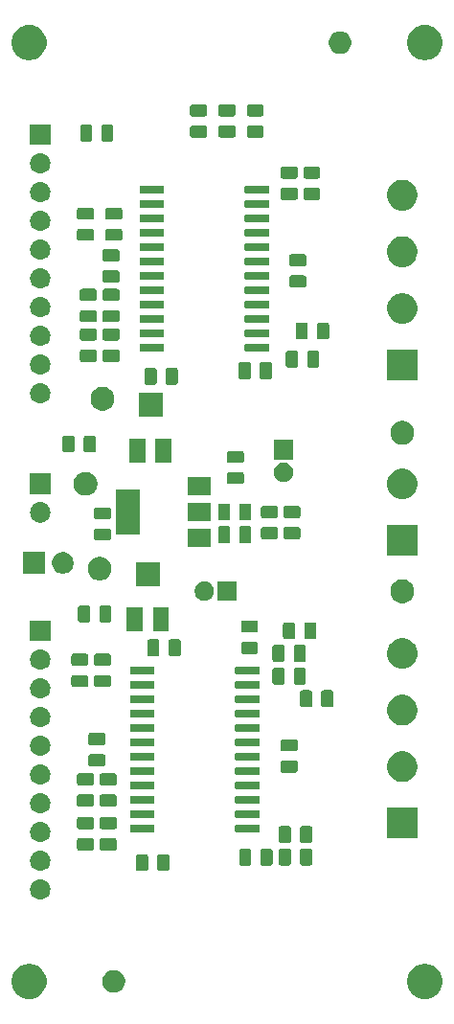
<source format=gbr>
G04 #@! TF.GenerationSoftware,KiCad,Pcbnew,5.1.4-e60b266~84~ubuntu18.04.1*
G04 #@! TF.CreationDate,2019-10-17T23:26:37-03:00*
G04 #@! TF.ProjectId,DCI_TP_Final_GG,4443495f-5450-45f4-9669-6e616c5f4747,Matias Brignone*
G04 #@! TF.SameCoordinates,Original*
G04 #@! TF.FileFunction,Soldermask,Top*
G04 #@! TF.FilePolarity,Negative*
%FSLAX46Y46*%
G04 Gerber Fmt 4.6, Leading zero omitted, Abs format (unit mm)*
G04 Created by KiCad (PCBNEW 5.1.4-e60b266~84~ubuntu18.04.1) date 2019-10-17 23:26:37*
%MOMM*%
%LPD*%
G04 APERTURE LIST*
%ADD10C,0.100000*%
G04 APERTURE END LIST*
D10*
G36*
X145302585Y-135478802D02*
G01*
X145452410Y-135508604D01*
X145734674Y-135625521D01*
X145988705Y-135795259D01*
X146204741Y-136011295D01*
X146374479Y-136265326D01*
X146491396Y-136547590D01*
X146551000Y-136847240D01*
X146551000Y-137152760D01*
X146491396Y-137452410D01*
X146374479Y-137734674D01*
X146204741Y-137988705D01*
X145988705Y-138204741D01*
X145734674Y-138374479D01*
X145452410Y-138491396D01*
X145302585Y-138521198D01*
X145152761Y-138551000D01*
X144847239Y-138551000D01*
X144697415Y-138521198D01*
X144547590Y-138491396D01*
X144265326Y-138374479D01*
X144011295Y-138204741D01*
X143795259Y-137988705D01*
X143625521Y-137734674D01*
X143508604Y-137452410D01*
X143449000Y-137152760D01*
X143449000Y-136847240D01*
X143508604Y-136547590D01*
X143625521Y-136265326D01*
X143795259Y-136011295D01*
X144011295Y-135795259D01*
X144265326Y-135625521D01*
X144547590Y-135508604D01*
X144697415Y-135478802D01*
X144847239Y-135449000D01*
X145152761Y-135449000D01*
X145302585Y-135478802D01*
X145302585Y-135478802D01*
G37*
G36*
X110302585Y-135478802D02*
G01*
X110452410Y-135508604D01*
X110734674Y-135625521D01*
X110988705Y-135795259D01*
X111204741Y-136011295D01*
X111374479Y-136265326D01*
X111491396Y-136547590D01*
X111551000Y-136847240D01*
X111551000Y-137152760D01*
X111491396Y-137452410D01*
X111374479Y-137734674D01*
X111204741Y-137988705D01*
X110988705Y-138204741D01*
X110734674Y-138374479D01*
X110452410Y-138491396D01*
X110302585Y-138521198D01*
X110152761Y-138551000D01*
X109847239Y-138551000D01*
X109697415Y-138521198D01*
X109547590Y-138491396D01*
X109265326Y-138374479D01*
X109011295Y-138204741D01*
X108795259Y-137988705D01*
X108625521Y-137734674D01*
X108508604Y-137452410D01*
X108449000Y-137152760D01*
X108449000Y-136847240D01*
X108508604Y-136547590D01*
X108625521Y-136265326D01*
X108795259Y-136011295D01*
X109011295Y-135795259D01*
X109265326Y-135625521D01*
X109547590Y-135508604D01*
X109697415Y-135478802D01*
X109847239Y-135449000D01*
X110152761Y-135449000D01*
X110302585Y-135478802D01*
X110302585Y-135478802D01*
G37*
G36*
X117727290Y-136025619D02*
G01*
X117791689Y-136038429D01*
X117973678Y-136113811D01*
X118137463Y-136223249D01*
X118276751Y-136362537D01*
X118386189Y-136526322D01*
X118461571Y-136708311D01*
X118461571Y-136708312D01*
X118500000Y-136901507D01*
X118500000Y-137098493D01*
X118489205Y-137152761D01*
X118461571Y-137291689D01*
X118386189Y-137473678D01*
X118276751Y-137637463D01*
X118137463Y-137776751D01*
X117973678Y-137886189D01*
X117791689Y-137961571D01*
X117727290Y-137974381D01*
X117598493Y-138000000D01*
X117401507Y-138000000D01*
X117272710Y-137974381D01*
X117208311Y-137961571D01*
X117026322Y-137886189D01*
X116862537Y-137776751D01*
X116723249Y-137637463D01*
X116613811Y-137473678D01*
X116538429Y-137291689D01*
X116510795Y-137152761D01*
X116500000Y-137098493D01*
X116500000Y-136901507D01*
X116538429Y-136708312D01*
X116538429Y-136708311D01*
X116613811Y-136526322D01*
X116723249Y-136362537D01*
X116862537Y-136223249D01*
X117026322Y-136113811D01*
X117208311Y-136038429D01*
X117272710Y-136025619D01*
X117401507Y-136000000D01*
X117598493Y-136000000D01*
X117727290Y-136025619D01*
X117727290Y-136025619D01*
G37*
G36*
X111110442Y-127965518D02*
G01*
X111176627Y-127972037D01*
X111346466Y-128023557D01*
X111502991Y-128107222D01*
X111538729Y-128136552D01*
X111640186Y-128219814D01*
X111723448Y-128321271D01*
X111752778Y-128357009D01*
X111836443Y-128513534D01*
X111887963Y-128683373D01*
X111905359Y-128860000D01*
X111887963Y-129036627D01*
X111836443Y-129206466D01*
X111752778Y-129362991D01*
X111723448Y-129398729D01*
X111640186Y-129500186D01*
X111538729Y-129583448D01*
X111502991Y-129612778D01*
X111346466Y-129696443D01*
X111176627Y-129747963D01*
X111110443Y-129754481D01*
X111044260Y-129761000D01*
X110955740Y-129761000D01*
X110889557Y-129754481D01*
X110823373Y-129747963D01*
X110653534Y-129696443D01*
X110497009Y-129612778D01*
X110461271Y-129583448D01*
X110359814Y-129500186D01*
X110276552Y-129398729D01*
X110247222Y-129362991D01*
X110163557Y-129206466D01*
X110112037Y-129036627D01*
X110094641Y-128860000D01*
X110112037Y-128683373D01*
X110163557Y-128513534D01*
X110247222Y-128357009D01*
X110276552Y-128321271D01*
X110359814Y-128219814D01*
X110461271Y-128136552D01*
X110497009Y-128107222D01*
X110653534Y-128023557D01*
X110823373Y-127972037D01*
X110889558Y-127965518D01*
X110955740Y-127959000D01*
X111044260Y-127959000D01*
X111110442Y-127965518D01*
X111110442Y-127965518D01*
G37*
G36*
X122246968Y-125753565D02*
G01*
X122285638Y-125765296D01*
X122321277Y-125784346D01*
X122352517Y-125809983D01*
X122378154Y-125841223D01*
X122397204Y-125876862D01*
X122408935Y-125915532D01*
X122413500Y-125961888D01*
X122413500Y-127038112D01*
X122408935Y-127084468D01*
X122397204Y-127123138D01*
X122378154Y-127158777D01*
X122352517Y-127190017D01*
X122321277Y-127215654D01*
X122285638Y-127234704D01*
X122246968Y-127246435D01*
X122200612Y-127251000D01*
X121549388Y-127251000D01*
X121503032Y-127246435D01*
X121464362Y-127234704D01*
X121428723Y-127215654D01*
X121397483Y-127190017D01*
X121371846Y-127158777D01*
X121352796Y-127123138D01*
X121341065Y-127084468D01*
X121336500Y-127038112D01*
X121336500Y-125961888D01*
X121341065Y-125915532D01*
X121352796Y-125876862D01*
X121371846Y-125841223D01*
X121397483Y-125809983D01*
X121428723Y-125784346D01*
X121464362Y-125765296D01*
X121503032Y-125753565D01*
X121549388Y-125749000D01*
X122200612Y-125749000D01*
X122246968Y-125753565D01*
X122246968Y-125753565D01*
G37*
G36*
X120371968Y-125753565D02*
G01*
X120410638Y-125765296D01*
X120446277Y-125784346D01*
X120477517Y-125809983D01*
X120503154Y-125841223D01*
X120522204Y-125876862D01*
X120533935Y-125915532D01*
X120538500Y-125961888D01*
X120538500Y-127038112D01*
X120533935Y-127084468D01*
X120522204Y-127123138D01*
X120503154Y-127158777D01*
X120477517Y-127190017D01*
X120446277Y-127215654D01*
X120410638Y-127234704D01*
X120371968Y-127246435D01*
X120325612Y-127251000D01*
X119674388Y-127251000D01*
X119628032Y-127246435D01*
X119589362Y-127234704D01*
X119553723Y-127215654D01*
X119522483Y-127190017D01*
X119496846Y-127158777D01*
X119477796Y-127123138D01*
X119466065Y-127084468D01*
X119461500Y-127038112D01*
X119461500Y-125961888D01*
X119466065Y-125915532D01*
X119477796Y-125876862D01*
X119496846Y-125841223D01*
X119522483Y-125809983D01*
X119553723Y-125784346D01*
X119589362Y-125765296D01*
X119628032Y-125753565D01*
X119674388Y-125749000D01*
X120325612Y-125749000D01*
X120371968Y-125753565D01*
X120371968Y-125753565D01*
G37*
G36*
X111110443Y-125425519D02*
G01*
X111176627Y-125432037D01*
X111346466Y-125483557D01*
X111502991Y-125567222D01*
X111538729Y-125596552D01*
X111640186Y-125679814D01*
X111710338Y-125765296D01*
X111752778Y-125817009D01*
X111836443Y-125973534D01*
X111887963Y-126143373D01*
X111905359Y-126320000D01*
X111887963Y-126496627D01*
X111836443Y-126666466D01*
X111752778Y-126822991D01*
X111723448Y-126858729D01*
X111640186Y-126960186D01*
X111549903Y-127034278D01*
X111502991Y-127072778D01*
X111346466Y-127156443D01*
X111176627Y-127207963D01*
X111110443Y-127214481D01*
X111044260Y-127221000D01*
X110955740Y-127221000D01*
X110889557Y-127214481D01*
X110823373Y-127207963D01*
X110653534Y-127156443D01*
X110497009Y-127072778D01*
X110450097Y-127034278D01*
X110359814Y-126960186D01*
X110276552Y-126858729D01*
X110247222Y-126822991D01*
X110163557Y-126666466D01*
X110112037Y-126496627D01*
X110094641Y-126320000D01*
X110112037Y-126143373D01*
X110163557Y-125973534D01*
X110247222Y-125817009D01*
X110289662Y-125765296D01*
X110359814Y-125679814D01*
X110461271Y-125596552D01*
X110497009Y-125567222D01*
X110653534Y-125483557D01*
X110823373Y-125432037D01*
X110889557Y-125425519D01*
X110955740Y-125419000D01*
X111044260Y-125419000D01*
X111110443Y-125425519D01*
X111110443Y-125425519D01*
G37*
G36*
X134871968Y-125253565D02*
G01*
X134910638Y-125265296D01*
X134946277Y-125284346D01*
X134977517Y-125309983D01*
X135003154Y-125341223D01*
X135022204Y-125376862D01*
X135033935Y-125415532D01*
X135038500Y-125461888D01*
X135038500Y-126538112D01*
X135033935Y-126584468D01*
X135022204Y-126623138D01*
X135003154Y-126658777D01*
X134977517Y-126690017D01*
X134946277Y-126715654D01*
X134910638Y-126734704D01*
X134871968Y-126746435D01*
X134825612Y-126751000D01*
X134174388Y-126751000D01*
X134128032Y-126746435D01*
X134089362Y-126734704D01*
X134053723Y-126715654D01*
X134022483Y-126690017D01*
X133996846Y-126658777D01*
X133977796Y-126623138D01*
X133966065Y-126584468D01*
X133961500Y-126538112D01*
X133961500Y-125461888D01*
X133966065Y-125415532D01*
X133977796Y-125376862D01*
X133996846Y-125341223D01*
X134022483Y-125309983D01*
X134053723Y-125284346D01*
X134089362Y-125265296D01*
X134128032Y-125253565D01*
X134174388Y-125249000D01*
X134825612Y-125249000D01*
X134871968Y-125253565D01*
X134871968Y-125253565D01*
G37*
G36*
X131371968Y-125253565D02*
G01*
X131410638Y-125265296D01*
X131446277Y-125284346D01*
X131477517Y-125309983D01*
X131503154Y-125341223D01*
X131522204Y-125376862D01*
X131533935Y-125415532D01*
X131538500Y-125461888D01*
X131538500Y-126538112D01*
X131533935Y-126584468D01*
X131522204Y-126623138D01*
X131503154Y-126658777D01*
X131477517Y-126690017D01*
X131446277Y-126715654D01*
X131410638Y-126734704D01*
X131371968Y-126746435D01*
X131325612Y-126751000D01*
X130674388Y-126751000D01*
X130628032Y-126746435D01*
X130589362Y-126734704D01*
X130553723Y-126715654D01*
X130522483Y-126690017D01*
X130496846Y-126658777D01*
X130477796Y-126623138D01*
X130466065Y-126584468D01*
X130461500Y-126538112D01*
X130461500Y-125461888D01*
X130466065Y-125415532D01*
X130477796Y-125376862D01*
X130496846Y-125341223D01*
X130522483Y-125309983D01*
X130553723Y-125284346D01*
X130589362Y-125265296D01*
X130628032Y-125253565D01*
X130674388Y-125249000D01*
X131325612Y-125249000D01*
X131371968Y-125253565D01*
X131371968Y-125253565D01*
G37*
G36*
X129496968Y-125253565D02*
G01*
X129535638Y-125265296D01*
X129571277Y-125284346D01*
X129602517Y-125309983D01*
X129628154Y-125341223D01*
X129647204Y-125376862D01*
X129658935Y-125415532D01*
X129663500Y-125461888D01*
X129663500Y-126538112D01*
X129658935Y-126584468D01*
X129647204Y-126623138D01*
X129628154Y-126658777D01*
X129602517Y-126690017D01*
X129571277Y-126715654D01*
X129535638Y-126734704D01*
X129496968Y-126746435D01*
X129450612Y-126751000D01*
X128799388Y-126751000D01*
X128753032Y-126746435D01*
X128714362Y-126734704D01*
X128678723Y-126715654D01*
X128647483Y-126690017D01*
X128621846Y-126658777D01*
X128602796Y-126623138D01*
X128591065Y-126584468D01*
X128586500Y-126538112D01*
X128586500Y-125461888D01*
X128591065Y-125415532D01*
X128602796Y-125376862D01*
X128621846Y-125341223D01*
X128647483Y-125309983D01*
X128678723Y-125284346D01*
X128714362Y-125265296D01*
X128753032Y-125253565D01*
X128799388Y-125249000D01*
X129450612Y-125249000D01*
X129496968Y-125253565D01*
X129496968Y-125253565D01*
G37*
G36*
X132996968Y-125253565D02*
G01*
X133035638Y-125265296D01*
X133071277Y-125284346D01*
X133102517Y-125309983D01*
X133128154Y-125341223D01*
X133147204Y-125376862D01*
X133158935Y-125415532D01*
X133163500Y-125461888D01*
X133163500Y-126538112D01*
X133158935Y-126584468D01*
X133147204Y-126623138D01*
X133128154Y-126658777D01*
X133102517Y-126690017D01*
X133071277Y-126715654D01*
X133035638Y-126734704D01*
X132996968Y-126746435D01*
X132950612Y-126751000D01*
X132299388Y-126751000D01*
X132253032Y-126746435D01*
X132214362Y-126734704D01*
X132178723Y-126715654D01*
X132147483Y-126690017D01*
X132121846Y-126658777D01*
X132102796Y-126623138D01*
X132091065Y-126584468D01*
X132086500Y-126538112D01*
X132086500Y-125461888D01*
X132091065Y-125415532D01*
X132102796Y-125376862D01*
X132121846Y-125341223D01*
X132147483Y-125309983D01*
X132178723Y-125284346D01*
X132214362Y-125265296D01*
X132253032Y-125253565D01*
X132299388Y-125249000D01*
X132950612Y-125249000D01*
X132996968Y-125253565D01*
X132996968Y-125253565D01*
G37*
G36*
X117584468Y-124341065D02*
G01*
X117623138Y-124352796D01*
X117658777Y-124371846D01*
X117690017Y-124397483D01*
X117715654Y-124428723D01*
X117734704Y-124464362D01*
X117746435Y-124503032D01*
X117751000Y-124549388D01*
X117751000Y-125200612D01*
X117746435Y-125246968D01*
X117734704Y-125285638D01*
X117715654Y-125321277D01*
X117690017Y-125352517D01*
X117658777Y-125378154D01*
X117623138Y-125397204D01*
X117584468Y-125408935D01*
X117538112Y-125413500D01*
X116461888Y-125413500D01*
X116415532Y-125408935D01*
X116376862Y-125397204D01*
X116341223Y-125378154D01*
X116309983Y-125352517D01*
X116284346Y-125321277D01*
X116265296Y-125285638D01*
X116253565Y-125246968D01*
X116249000Y-125200612D01*
X116249000Y-124549388D01*
X116253565Y-124503032D01*
X116265296Y-124464362D01*
X116284346Y-124428723D01*
X116309983Y-124397483D01*
X116341223Y-124371846D01*
X116376862Y-124352796D01*
X116415532Y-124341065D01*
X116461888Y-124336500D01*
X117538112Y-124336500D01*
X117584468Y-124341065D01*
X117584468Y-124341065D01*
G37*
G36*
X115584468Y-124341065D02*
G01*
X115623138Y-124352796D01*
X115658777Y-124371846D01*
X115690017Y-124397483D01*
X115715654Y-124428723D01*
X115734704Y-124464362D01*
X115746435Y-124503032D01*
X115751000Y-124549388D01*
X115751000Y-125200612D01*
X115746435Y-125246968D01*
X115734704Y-125285638D01*
X115715654Y-125321277D01*
X115690017Y-125352517D01*
X115658777Y-125378154D01*
X115623138Y-125397204D01*
X115584468Y-125408935D01*
X115538112Y-125413500D01*
X114461888Y-125413500D01*
X114415532Y-125408935D01*
X114376862Y-125397204D01*
X114341223Y-125378154D01*
X114309983Y-125352517D01*
X114284346Y-125321277D01*
X114265296Y-125285638D01*
X114253565Y-125246968D01*
X114249000Y-125200612D01*
X114249000Y-124549388D01*
X114253565Y-124503032D01*
X114265296Y-124464362D01*
X114284346Y-124428723D01*
X114309983Y-124397483D01*
X114341223Y-124371846D01*
X114376862Y-124352796D01*
X114415532Y-124341065D01*
X114461888Y-124336500D01*
X115538112Y-124336500D01*
X115584468Y-124341065D01*
X115584468Y-124341065D01*
G37*
G36*
X134871968Y-123253565D02*
G01*
X134910638Y-123265296D01*
X134946277Y-123284346D01*
X134977517Y-123309983D01*
X135003154Y-123341223D01*
X135022204Y-123376862D01*
X135033935Y-123415532D01*
X135038500Y-123461888D01*
X135038500Y-124538112D01*
X135033935Y-124584468D01*
X135022204Y-124623138D01*
X135003154Y-124658777D01*
X134977517Y-124690017D01*
X134946277Y-124715654D01*
X134910638Y-124734704D01*
X134871968Y-124746435D01*
X134825612Y-124751000D01*
X134174388Y-124751000D01*
X134128032Y-124746435D01*
X134089362Y-124734704D01*
X134053723Y-124715654D01*
X134022483Y-124690017D01*
X133996846Y-124658777D01*
X133977796Y-124623138D01*
X133966065Y-124584468D01*
X133961500Y-124538112D01*
X133961500Y-123461888D01*
X133966065Y-123415532D01*
X133977796Y-123376862D01*
X133996846Y-123341223D01*
X134022483Y-123309983D01*
X134053723Y-123284346D01*
X134089362Y-123265296D01*
X134128032Y-123253565D01*
X134174388Y-123249000D01*
X134825612Y-123249000D01*
X134871968Y-123253565D01*
X134871968Y-123253565D01*
G37*
G36*
X132996968Y-123253565D02*
G01*
X133035638Y-123265296D01*
X133071277Y-123284346D01*
X133102517Y-123309983D01*
X133128154Y-123341223D01*
X133147204Y-123376862D01*
X133158935Y-123415532D01*
X133163500Y-123461888D01*
X133163500Y-124538112D01*
X133158935Y-124584468D01*
X133147204Y-124623138D01*
X133128154Y-124658777D01*
X133102517Y-124690017D01*
X133071277Y-124715654D01*
X133035638Y-124734704D01*
X132996968Y-124746435D01*
X132950612Y-124751000D01*
X132299388Y-124751000D01*
X132253032Y-124746435D01*
X132214362Y-124734704D01*
X132178723Y-124715654D01*
X132147483Y-124690017D01*
X132121846Y-124658777D01*
X132102796Y-124623138D01*
X132091065Y-124584468D01*
X132086500Y-124538112D01*
X132086500Y-123461888D01*
X132091065Y-123415532D01*
X132102796Y-123376862D01*
X132121846Y-123341223D01*
X132147483Y-123309983D01*
X132178723Y-123284346D01*
X132214362Y-123265296D01*
X132253032Y-123253565D01*
X132299388Y-123249000D01*
X132950612Y-123249000D01*
X132996968Y-123253565D01*
X132996968Y-123253565D01*
G37*
G36*
X111110442Y-122885518D02*
G01*
X111176627Y-122892037D01*
X111346466Y-122943557D01*
X111502991Y-123027222D01*
X111538729Y-123056552D01*
X111640186Y-123139814D01*
X111699424Y-123211997D01*
X111752778Y-123277009D01*
X111836443Y-123433534D01*
X111887963Y-123603373D01*
X111905359Y-123780000D01*
X111887963Y-123956627D01*
X111836443Y-124126466D01*
X111752778Y-124282991D01*
X111723448Y-124318729D01*
X111640186Y-124420186D01*
X111539626Y-124502712D01*
X111502991Y-124532778D01*
X111346466Y-124616443D01*
X111176627Y-124667963D01*
X111110443Y-124674481D01*
X111044260Y-124681000D01*
X110955740Y-124681000D01*
X110889557Y-124674481D01*
X110823373Y-124667963D01*
X110653534Y-124616443D01*
X110497009Y-124532778D01*
X110460374Y-124502712D01*
X110359814Y-124420186D01*
X110276552Y-124318729D01*
X110247222Y-124282991D01*
X110163557Y-124126466D01*
X110112037Y-123956627D01*
X110094641Y-123780000D01*
X110112037Y-123603373D01*
X110163557Y-123433534D01*
X110247222Y-123277009D01*
X110300576Y-123211997D01*
X110359814Y-123139814D01*
X110461271Y-123056552D01*
X110497009Y-123027222D01*
X110653534Y-122943557D01*
X110823373Y-122892037D01*
X110889558Y-122885518D01*
X110955740Y-122879000D01*
X111044260Y-122879000D01*
X111110442Y-122885518D01*
X111110442Y-122885518D01*
G37*
G36*
X144351000Y-124351000D02*
G01*
X141649000Y-124351000D01*
X141649000Y-121649000D01*
X144351000Y-121649000D01*
X144351000Y-124351000D01*
X144351000Y-124351000D01*
G37*
G36*
X130284928Y-123136764D02*
G01*
X130306009Y-123143160D01*
X130325445Y-123153548D01*
X130342476Y-123167524D01*
X130356452Y-123184555D01*
X130366840Y-123203991D01*
X130373236Y-123225072D01*
X130376000Y-123253140D01*
X130376000Y-123716860D01*
X130373236Y-123744928D01*
X130366840Y-123766009D01*
X130356452Y-123785445D01*
X130342476Y-123802476D01*
X130325445Y-123816452D01*
X130306009Y-123826840D01*
X130284928Y-123833236D01*
X130256860Y-123836000D01*
X128343140Y-123836000D01*
X128315072Y-123833236D01*
X128293991Y-123826840D01*
X128274555Y-123816452D01*
X128257524Y-123802476D01*
X128243548Y-123785445D01*
X128233160Y-123766009D01*
X128226764Y-123744928D01*
X128224000Y-123716860D01*
X128224000Y-123253140D01*
X128226764Y-123225072D01*
X128233160Y-123203991D01*
X128243548Y-123184555D01*
X128257524Y-123167524D01*
X128274555Y-123153548D01*
X128293991Y-123143160D01*
X128315072Y-123136764D01*
X128343140Y-123134000D01*
X130256860Y-123134000D01*
X130284928Y-123136764D01*
X130284928Y-123136764D01*
G37*
G36*
X120984928Y-123136764D02*
G01*
X121006009Y-123143160D01*
X121025445Y-123153548D01*
X121042476Y-123167524D01*
X121056452Y-123184555D01*
X121066840Y-123203991D01*
X121073236Y-123225072D01*
X121076000Y-123253140D01*
X121076000Y-123716860D01*
X121073236Y-123744928D01*
X121066840Y-123766009D01*
X121056452Y-123785445D01*
X121042476Y-123802476D01*
X121025445Y-123816452D01*
X121006009Y-123826840D01*
X120984928Y-123833236D01*
X120956860Y-123836000D01*
X119043140Y-123836000D01*
X119015072Y-123833236D01*
X118993991Y-123826840D01*
X118974555Y-123816452D01*
X118957524Y-123802476D01*
X118943548Y-123785445D01*
X118933160Y-123766009D01*
X118926764Y-123744928D01*
X118924000Y-123716860D01*
X118924000Y-123253140D01*
X118926764Y-123225072D01*
X118933160Y-123203991D01*
X118943548Y-123184555D01*
X118957524Y-123167524D01*
X118974555Y-123153548D01*
X118993991Y-123143160D01*
X119015072Y-123136764D01*
X119043140Y-123134000D01*
X120956860Y-123134000D01*
X120984928Y-123136764D01*
X120984928Y-123136764D01*
G37*
G36*
X117584468Y-122466065D02*
G01*
X117623138Y-122477796D01*
X117658777Y-122496846D01*
X117690017Y-122522483D01*
X117715654Y-122553723D01*
X117734704Y-122589362D01*
X117746435Y-122628032D01*
X117751000Y-122674388D01*
X117751000Y-123325612D01*
X117746435Y-123371968D01*
X117734704Y-123410638D01*
X117715654Y-123446277D01*
X117690017Y-123477517D01*
X117658777Y-123503154D01*
X117623138Y-123522204D01*
X117584468Y-123533935D01*
X117538112Y-123538500D01*
X116461888Y-123538500D01*
X116415532Y-123533935D01*
X116376862Y-123522204D01*
X116341223Y-123503154D01*
X116309983Y-123477517D01*
X116284346Y-123446277D01*
X116265296Y-123410638D01*
X116253565Y-123371968D01*
X116249000Y-123325612D01*
X116249000Y-122674388D01*
X116253565Y-122628032D01*
X116265296Y-122589362D01*
X116284346Y-122553723D01*
X116309983Y-122522483D01*
X116341223Y-122496846D01*
X116376862Y-122477796D01*
X116415532Y-122466065D01*
X116461888Y-122461500D01*
X117538112Y-122461500D01*
X117584468Y-122466065D01*
X117584468Y-122466065D01*
G37*
G36*
X115584468Y-122466065D02*
G01*
X115623138Y-122477796D01*
X115658777Y-122496846D01*
X115690017Y-122522483D01*
X115715654Y-122553723D01*
X115734704Y-122589362D01*
X115746435Y-122628032D01*
X115751000Y-122674388D01*
X115751000Y-123325612D01*
X115746435Y-123371968D01*
X115734704Y-123410638D01*
X115715654Y-123446277D01*
X115690017Y-123477517D01*
X115658777Y-123503154D01*
X115623138Y-123522204D01*
X115584468Y-123533935D01*
X115538112Y-123538500D01*
X114461888Y-123538500D01*
X114415532Y-123533935D01*
X114376862Y-123522204D01*
X114341223Y-123503154D01*
X114309983Y-123477517D01*
X114284346Y-123446277D01*
X114265296Y-123410638D01*
X114253565Y-123371968D01*
X114249000Y-123325612D01*
X114249000Y-122674388D01*
X114253565Y-122628032D01*
X114265296Y-122589362D01*
X114284346Y-122553723D01*
X114309983Y-122522483D01*
X114341223Y-122496846D01*
X114376862Y-122477796D01*
X114415532Y-122466065D01*
X114461888Y-122461500D01*
X115538112Y-122461500D01*
X115584468Y-122466065D01*
X115584468Y-122466065D01*
G37*
G36*
X130284928Y-121866764D02*
G01*
X130306009Y-121873160D01*
X130325445Y-121883548D01*
X130342476Y-121897524D01*
X130356452Y-121914555D01*
X130366840Y-121933991D01*
X130373236Y-121955072D01*
X130376000Y-121983140D01*
X130376000Y-122446860D01*
X130373236Y-122474928D01*
X130366840Y-122496009D01*
X130356452Y-122515445D01*
X130342476Y-122532476D01*
X130325445Y-122546452D01*
X130306009Y-122556840D01*
X130284928Y-122563236D01*
X130256860Y-122566000D01*
X128343140Y-122566000D01*
X128315072Y-122563236D01*
X128293991Y-122556840D01*
X128274555Y-122546452D01*
X128257524Y-122532476D01*
X128243548Y-122515445D01*
X128233160Y-122496009D01*
X128226764Y-122474928D01*
X128224000Y-122446860D01*
X128224000Y-121983140D01*
X128226764Y-121955072D01*
X128233160Y-121933991D01*
X128243548Y-121914555D01*
X128257524Y-121897524D01*
X128274555Y-121883548D01*
X128293991Y-121873160D01*
X128315072Y-121866764D01*
X128343140Y-121864000D01*
X130256860Y-121864000D01*
X130284928Y-121866764D01*
X130284928Y-121866764D01*
G37*
G36*
X120984928Y-121866764D02*
G01*
X121006009Y-121873160D01*
X121025445Y-121883548D01*
X121042476Y-121897524D01*
X121056452Y-121914555D01*
X121066840Y-121933991D01*
X121073236Y-121955072D01*
X121076000Y-121983140D01*
X121076000Y-122446860D01*
X121073236Y-122474928D01*
X121066840Y-122496009D01*
X121056452Y-122515445D01*
X121042476Y-122532476D01*
X121025445Y-122546452D01*
X121006009Y-122556840D01*
X120984928Y-122563236D01*
X120956860Y-122566000D01*
X119043140Y-122566000D01*
X119015072Y-122563236D01*
X118993991Y-122556840D01*
X118974555Y-122546452D01*
X118957524Y-122532476D01*
X118943548Y-122515445D01*
X118933160Y-122496009D01*
X118926764Y-122474928D01*
X118924000Y-122446860D01*
X118924000Y-121983140D01*
X118926764Y-121955072D01*
X118933160Y-121933991D01*
X118943548Y-121914555D01*
X118957524Y-121897524D01*
X118974555Y-121883548D01*
X118993991Y-121873160D01*
X119015072Y-121866764D01*
X119043140Y-121864000D01*
X120956860Y-121864000D01*
X120984928Y-121866764D01*
X120984928Y-121866764D01*
G37*
G36*
X111110442Y-120345518D02*
G01*
X111176627Y-120352037D01*
X111346466Y-120403557D01*
X111502991Y-120487222D01*
X111538729Y-120516552D01*
X111640186Y-120599814D01*
X111710154Y-120685072D01*
X111752778Y-120737009D01*
X111836443Y-120893534D01*
X111887963Y-121063373D01*
X111905359Y-121240000D01*
X111887963Y-121416627D01*
X111836443Y-121586466D01*
X111752778Y-121742991D01*
X111723448Y-121778729D01*
X111640186Y-121880186D01*
X111548936Y-121955072D01*
X111502991Y-121992778D01*
X111346466Y-122076443D01*
X111176627Y-122127963D01*
X111110442Y-122134482D01*
X111044260Y-122141000D01*
X110955740Y-122141000D01*
X110889558Y-122134482D01*
X110823373Y-122127963D01*
X110653534Y-122076443D01*
X110497009Y-121992778D01*
X110451064Y-121955072D01*
X110359814Y-121880186D01*
X110276552Y-121778729D01*
X110247222Y-121742991D01*
X110163557Y-121586466D01*
X110112037Y-121416627D01*
X110094641Y-121240000D01*
X110112037Y-121063373D01*
X110163557Y-120893534D01*
X110247222Y-120737009D01*
X110289846Y-120685072D01*
X110359814Y-120599814D01*
X110461271Y-120516552D01*
X110497009Y-120487222D01*
X110653534Y-120403557D01*
X110823373Y-120352037D01*
X110889558Y-120345518D01*
X110955740Y-120339000D01*
X111044260Y-120339000D01*
X111110442Y-120345518D01*
X111110442Y-120345518D01*
G37*
G36*
X117584468Y-120466065D02*
G01*
X117623138Y-120477796D01*
X117658777Y-120496846D01*
X117690017Y-120522483D01*
X117715654Y-120553723D01*
X117734704Y-120589362D01*
X117746435Y-120628032D01*
X117751000Y-120674388D01*
X117751000Y-121325612D01*
X117746435Y-121371968D01*
X117734704Y-121410638D01*
X117715654Y-121446277D01*
X117690017Y-121477517D01*
X117658777Y-121503154D01*
X117623138Y-121522204D01*
X117584468Y-121533935D01*
X117538112Y-121538500D01*
X116461888Y-121538500D01*
X116415532Y-121533935D01*
X116376862Y-121522204D01*
X116341223Y-121503154D01*
X116309983Y-121477517D01*
X116284346Y-121446277D01*
X116265296Y-121410638D01*
X116253565Y-121371968D01*
X116249000Y-121325612D01*
X116249000Y-120674388D01*
X116253565Y-120628032D01*
X116265296Y-120589362D01*
X116284346Y-120553723D01*
X116309983Y-120522483D01*
X116341223Y-120496846D01*
X116376862Y-120477796D01*
X116415532Y-120466065D01*
X116461888Y-120461500D01*
X117538112Y-120461500D01*
X117584468Y-120466065D01*
X117584468Y-120466065D01*
G37*
G36*
X115584468Y-120466065D02*
G01*
X115623138Y-120477796D01*
X115658777Y-120496846D01*
X115690017Y-120522483D01*
X115715654Y-120553723D01*
X115734704Y-120589362D01*
X115746435Y-120628032D01*
X115751000Y-120674388D01*
X115751000Y-121325612D01*
X115746435Y-121371968D01*
X115734704Y-121410638D01*
X115715654Y-121446277D01*
X115690017Y-121477517D01*
X115658777Y-121503154D01*
X115623138Y-121522204D01*
X115584468Y-121533935D01*
X115538112Y-121538500D01*
X114461888Y-121538500D01*
X114415532Y-121533935D01*
X114376862Y-121522204D01*
X114341223Y-121503154D01*
X114309983Y-121477517D01*
X114284346Y-121446277D01*
X114265296Y-121410638D01*
X114253565Y-121371968D01*
X114249000Y-121325612D01*
X114249000Y-120674388D01*
X114253565Y-120628032D01*
X114265296Y-120589362D01*
X114284346Y-120553723D01*
X114309983Y-120522483D01*
X114341223Y-120496846D01*
X114376862Y-120477796D01*
X114415532Y-120466065D01*
X114461888Y-120461500D01*
X115538112Y-120461500D01*
X115584468Y-120466065D01*
X115584468Y-120466065D01*
G37*
G36*
X130284928Y-120596764D02*
G01*
X130306009Y-120603160D01*
X130325445Y-120613548D01*
X130342476Y-120627524D01*
X130356452Y-120644555D01*
X130366840Y-120663991D01*
X130373236Y-120685072D01*
X130376000Y-120713140D01*
X130376000Y-121176860D01*
X130373236Y-121204928D01*
X130366840Y-121226009D01*
X130356452Y-121245445D01*
X130342476Y-121262476D01*
X130325445Y-121276452D01*
X130306009Y-121286840D01*
X130284928Y-121293236D01*
X130256860Y-121296000D01*
X128343140Y-121296000D01*
X128315072Y-121293236D01*
X128293991Y-121286840D01*
X128274555Y-121276452D01*
X128257524Y-121262476D01*
X128243548Y-121245445D01*
X128233160Y-121226009D01*
X128226764Y-121204928D01*
X128224000Y-121176860D01*
X128224000Y-120713140D01*
X128226764Y-120685072D01*
X128233160Y-120663991D01*
X128243548Y-120644555D01*
X128257524Y-120627524D01*
X128274555Y-120613548D01*
X128293991Y-120603160D01*
X128315072Y-120596764D01*
X128343140Y-120594000D01*
X130256860Y-120594000D01*
X130284928Y-120596764D01*
X130284928Y-120596764D01*
G37*
G36*
X120984928Y-120596764D02*
G01*
X121006009Y-120603160D01*
X121025445Y-120613548D01*
X121042476Y-120627524D01*
X121056452Y-120644555D01*
X121066840Y-120663991D01*
X121073236Y-120685072D01*
X121076000Y-120713140D01*
X121076000Y-121176860D01*
X121073236Y-121204928D01*
X121066840Y-121226009D01*
X121056452Y-121245445D01*
X121042476Y-121262476D01*
X121025445Y-121276452D01*
X121006009Y-121286840D01*
X120984928Y-121293236D01*
X120956860Y-121296000D01*
X119043140Y-121296000D01*
X119015072Y-121293236D01*
X118993991Y-121286840D01*
X118974555Y-121276452D01*
X118957524Y-121262476D01*
X118943548Y-121245445D01*
X118933160Y-121226009D01*
X118926764Y-121204928D01*
X118924000Y-121176860D01*
X118924000Y-120713140D01*
X118926764Y-120685072D01*
X118933160Y-120663991D01*
X118943548Y-120644555D01*
X118957524Y-120627524D01*
X118974555Y-120613548D01*
X118993991Y-120603160D01*
X119015072Y-120596764D01*
X119043140Y-120594000D01*
X120956860Y-120594000D01*
X120984928Y-120596764D01*
X120984928Y-120596764D01*
G37*
G36*
X120984928Y-119326764D02*
G01*
X121006009Y-119333160D01*
X121025445Y-119343548D01*
X121042476Y-119357524D01*
X121056452Y-119374555D01*
X121066840Y-119393991D01*
X121073236Y-119415072D01*
X121076000Y-119443140D01*
X121076000Y-119906860D01*
X121073236Y-119934928D01*
X121066840Y-119956009D01*
X121056452Y-119975445D01*
X121042476Y-119992476D01*
X121025445Y-120006452D01*
X121006009Y-120016840D01*
X120984928Y-120023236D01*
X120956860Y-120026000D01*
X119043140Y-120026000D01*
X119015072Y-120023236D01*
X118993991Y-120016840D01*
X118974555Y-120006452D01*
X118957524Y-119992476D01*
X118943548Y-119975445D01*
X118933160Y-119956009D01*
X118926764Y-119934928D01*
X118924000Y-119906860D01*
X118924000Y-119443140D01*
X118926764Y-119415072D01*
X118933160Y-119393991D01*
X118943548Y-119374555D01*
X118957524Y-119357524D01*
X118974555Y-119343548D01*
X118993991Y-119333160D01*
X119015072Y-119326764D01*
X119043140Y-119324000D01*
X120956860Y-119324000D01*
X120984928Y-119326764D01*
X120984928Y-119326764D01*
G37*
G36*
X130284928Y-119326764D02*
G01*
X130306009Y-119333160D01*
X130325445Y-119343548D01*
X130342476Y-119357524D01*
X130356452Y-119374555D01*
X130366840Y-119393991D01*
X130373236Y-119415072D01*
X130376000Y-119443140D01*
X130376000Y-119906860D01*
X130373236Y-119934928D01*
X130366840Y-119956009D01*
X130356452Y-119975445D01*
X130342476Y-119992476D01*
X130325445Y-120006452D01*
X130306009Y-120016840D01*
X130284928Y-120023236D01*
X130256860Y-120026000D01*
X128343140Y-120026000D01*
X128315072Y-120023236D01*
X128293991Y-120016840D01*
X128274555Y-120006452D01*
X128257524Y-119992476D01*
X128243548Y-119975445D01*
X128233160Y-119956009D01*
X128226764Y-119934928D01*
X128224000Y-119906860D01*
X128224000Y-119443140D01*
X128226764Y-119415072D01*
X128233160Y-119393991D01*
X128243548Y-119374555D01*
X128257524Y-119357524D01*
X128274555Y-119343548D01*
X128293991Y-119333160D01*
X128315072Y-119326764D01*
X128343140Y-119324000D01*
X130256860Y-119324000D01*
X130284928Y-119326764D01*
X130284928Y-119326764D01*
G37*
G36*
X115584468Y-118591065D02*
G01*
X115623138Y-118602796D01*
X115658777Y-118621846D01*
X115690017Y-118647483D01*
X115715654Y-118678723D01*
X115734704Y-118714362D01*
X115746435Y-118753032D01*
X115751000Y-118799388D01*
X115751000Y-119450612D01*
X115746435Y-119496968D01*
X115734704Y-119535638D01*
X115715654Y-119571277D01*
X115690017Y-119602517D01*
X115658777Y-119628154D01*
X115623138Y-119647204D01*
X115584468Y-119658935D01*
X115538112Y-119663500D01*
X114461888Y-119663500D01*
X114415532Y-119658935D01*
X114376862Y-119647204D01*
X114341223Y-119628154D01*
X114309983Y-119602517D01*
X114284346Y-119571277D01*
X114265296Y-119535638D01*
X114253565Y-119496968D01*
X114249000Y-119450612D01*
X114249000Y-118799388D01*
X114253565Y-118753032D01*
X114265296Y-118714362D01*
X114284346Y-118678723D01*
X114309983Y-118647483D01*
X114341223Y-118621846D01*
X114376862Y-118602796D01*
X114415532Y-118591065D01*
X114461888Y-118586500D01*
X115538112Y-118586500D01*
X115584468Y-118591065D01*
X115584468Y-118591065D01*
G37*
G36*
X117584468Y-118591065D02*
G01*
X117623138Y-118602796D01*
X117658777Y-118621846D01*
X117690017Y-118647483D01*
X117715654Y-118678723D01*
X117734704Y-118714362D01*
X117746435Y-118753032D01*
X117751000Y-118799388D01*
X117751000Y-119450612D01*
X117746435Y-119496968D01*
X117734704Y-119535638D01*
X117715654Y-119571277D01*
X117690017Y-119602517D01*
X117658777Y-119628154D01*
X117623138Y-119647204D01*
X117584468Y-119658935D01*
X117538112Y-119663500D01*
X116461888Y-119663500D01*
X116415532Y-119658935D01*
X116376862Y-119647204D01*
X116341223Y-119628154D01*
X116309983Y-119602517D01*
X116284346Y-119571277D01*
X116265296Y-119535638D01*
X116253565Y-119496968D01*
X116249000Y-119450612D01*
X116249000Y-118799388D01*
X116253565Y-118753032D01*
X116265296Y-118714362D01*
X116284346Y-118678723D01*
X116309983Y-118647483D01*
X116341223Y-118621846D01*
X116376862Y-118602796D01*
X116415532Y-118591065D01*
X116461888Y-118586500D01*
X117538112Y-118586500D01*
X117584468Y-118591065D01*
X117584468Y-118591065D01*
G37*
G36*
X111110443Y-117805519D02*
G01*
X111176627Y-117812037D01*
X111346466Y-117863557D01*
X111346468Y-117863558D01*
X111352791Y-117866938D01*
X111502991Y-117947222D01*
X111518200Y-117959704D01*
X111640186Y-118059814D01*
X111699424Y-118131997D01*
X111752778Y-118197009D01*
X111836443Y-118353534D01*
X111887963Y-118523373D01*
X111905359Y-118700000D01*
X111887963Y-118876627D01*
X111836443Y-119046466D01*
X111752778Y-119202991D01*
X111723448Y-119238729D01*
X111640186Y-119340186D01*
X111548936Y-119415072D01*
X111502991Y-119452778D01*
X111346466Y-119536443D01*
X111176627Y-119587963D01*
X111110443Y-119594481D01*
X111044260Y-119601000D01*
X110955740Y-119601000D01*
X110889557Y-119594481D01*
X110823373Y-119587963D01*
X110653534Y-119536443D01*
X110497009Y-119452778D01*
X110451064Y-119415072D01*
X110359814Y-119340186D01*
X110276552Y-119238729D01*
X110247222Y-119202991D01*
X110163557Y-119046466D01*
X110112037Y-118876627D01*
X110094641Y-118700000D01*
X110112037Y-118523373D01*
X110163557Y-118353534D01*
X110247222Y-118197009D01*
X110300576Y-118131997D01*
X110359814Y-118059814D01*
X110481800Y-117959704D01*
X110497009Y-117947222D01*
X110647209Y-117866938D01*
X110653532Y-117863558D01*
X110653534Y-117863557D01*
X110823373Y-117812037D01*
X110889557Y-117805519D01*
X110955740Y-117799000D01*
X111044260Y-117799000D01*
X111110443Y-117805519D01*
X111110443Y-117805519D01*
G37*
G36*
X143394072Y-116700918D02*
G01*
X143633728Y-116800186D01*
X143639939Y-116802759D01*
X143728594Y-116861997D01*
X143861211Y-116950609D01*
X144049391Y-117138789D01*
X144197242Y-117360063D01*
X144299082Y-117605928D01*
X144351000Y-117866937D01*
X144351000Y-118133063D01*
X144299082Y-118394072D01*
X144198517Y-118636860D01*
X144197241Y-118639939D01*
X144049390Y-118861212D01*
X143861212Y-119049390D01*
X143639939Y-119197241D01*
X143639938Y-119197242D01*
X143639937Y-119197242D01*
X143394072Y-119299082D01*
X143133063Y-119351000D01*
X142866937Y-119351000D01*
X142605928Y-119299082D01*
X142360063Y-119197242D01*
X142360062Y-119197242D01*
X142360061Y-119197241D01*
X142138788Y-119049390D01*
X141950610Y-118861212D01*
X141802759Y-118639939D01*
X141801484Y-118636860D01*
X141700918Y-118394072D01*
X141649000Y-118133063D01*
X141649000Y-117866937D01*
X141700918Y-117605928D01*
X141802758Y-117360063D01*
X141950609Y-117138789D01*
X142138789Y-116950609D01*
X142271406Y-116861997D01*
X142360061Y-116802759D01*
X142366273Y-116800186D01*
X142605928Y-116700918D01*
X142866937Y-116649000D01*
X143133063Y-116649000D01*
X143394072Y-116700918D01*
X143394072Y-116700918D01*
G37*
G36*
X130284928Y-118056764D02*
G01*
X130306009Y-118063160D01*
X130325445Y-118073548D01*
X130342476Y-118087524D01*
X130356452Y-118104555D01*
X130366840Y-118123991D01*
X130373236Y-118145072D01*
X130376000Y-118173140D01*
X130376000Y-118636860D01*
X130373236Y-118664928D01*
X130366840Y-118686009D01*
X130356452Y-118705445D01*
X130342476Y-118722476D01*
X130325445Y-118736452D01*
X130306009Y-118746840D01*
X130284928Y-118753236D01*
X130256860Y-118756000D01*
X128343140Y-118756000D01*
X128315072Y-118753236D01*
X128293991Y-118746840D01*
X128274555Y-118736452D01*
X128257524Y-118722476D01*
X128243548Y-118705445D01*
X128233160Y-118686009D01*
X128226764Y-118664928D01*
X128224000Y-118636860D01*
X128224000Y-118173140D01*
X128226764Y-118145072D01*
X128233160Y-118123991D01*
X128243548Y-118104555D01*
X128257524Y-118087524D01*
X128274555Y-118073548D01*
X128293991Y-118063160D01*
X128315072Y-118056764D01*
X128343140Y-118054000D01*
X130256860Y-118054000D01*
X130284928Y-118056764D01*
X130284928Y-118056764D01*
G37*
G36*
X120984928Y-118056764D02*
G01*
X121006009Y-118063160D01*
X121025445Y-118073548D01*
X121042476Y-118087524D01*
X121056452Y-118104555D01*
X121066840Y-118123991D01*
X121073236Y-118145072D01*
X121076000Y-118173140D01*
X121076000Y-118636860D01*
X121073236Y-118664928D01*
X121066840Y-118686009D01*
X121056452Y-118705445D01*
X121042476Y-118722476D01*
X121025445Y-118736452D01*
X121006009Y-118746840D01*
X120984928Y-118753236D01*
X120956860Y-118756000D01*
X119043140Y-118756000D01*
X119015072Y-118753236D01*
X118993991Y-118746840D01*
X118974555Y-118736452D01*
X118957524Y-118722476D01*
X118943548Y-118705445D01*
X118933160Y-118686009D01*
X118926764Y-118664928D01*
X118924000Y-118636860D01*
X118924000Y-118173140D01*
X118926764Y-118145072D01*
X118933160Y-118123991D01*
X118943548Y-118104555D01*
X118957524Y-118087524D01*
X118974555Y-118073548D01*
X118993991Y-118063160D01*
X119015072Y-118056764D01*
X119043140Y-118054000D01*
X120956860Y-118054000D01*
X120984928Y-118056764D01*
X120984928Y-118056764D01*
G37*
G36*
X133584468Y-117466065D02*
G01*
X133623138Y-117477796D01*
X133658777Y-117496846D01*
X133690017Y-117522483D01*
X133715654Y-117553723D01*
X133734704Y-117589362D01*
X133746435Y-117628032D01*
X133751000Y-117674388D01*
X133751000Y-118325612D01*
X133746435Y-118371968D01*
X133734704Y-118410638D01*
X133715654Y-118446277D01*
X133690017Y-118477517D01*
X133658777Y-118503154D01*
X133623138Y-118522204D01*
X133584468Y-118533935D01*
X133538112Y-118538500D01*
X132461888Y-118538500D01*
X132415532Y-118533935D01*
X132376862Y-118522204D01*
X132341223Y-118503154D01*
X132309983Y-118477517D01*
X132284346Y-118446277D01*
X132265296Y-118410638D01*
X132253565Y-118371968D01*
X132249000Y-118325612D01*
X132249000Y-117674388D01*
X132253565Y-117628032D01*
X132265296Y-117589362D01*
X132284346Y-117553723D01*
X132309983Y-117522483D01*
X132341223Y-117496846D01*
X132376862Y-117477796D01*
X132415532Y-117466065D01*
X132461888Y-117461500D01*
X133538112Y-117461500D01*
X133584468Y-117466065D01*
X133584468Y-117466065D01*
G37*
G36*
X116584468Y-116903565D02*
G01*
X116623138Y-116915296D01*
X116658777Y-116934346D01*
X116690017Y-116959983D01*
X116715654Y-116991223D01*
X116734704Y-117026862D01*
X116746435Y-117065532D01*
X116751000Y-117111888D01*
X116751000Y-117763112D01*
X116746435Y-117809468D01*
X116734704Y-117848138D01*
X116715654Y-117883777D01*
X116690017Y-117915017D01*
X116658777Y-117940654D01*
X116623138Y-117959704D01*
X116584468Y-117971435D01*
X116538112Y-117976000D01*
X115461888Y-117976000D01*
X115415532Y-117971435D01*
X115376862Y-117959704D01*
X115341223Y-117940654D01*
X115309983Y-117915017D01*
X115284346Y-117883777D01*
X115265296Y-117848138D01*
X115253565Y-117809468D01*
X115249000Y-117763112D01*
X115249000Y-117111888D01*
X115253565Y-117065532D01*
X115265296Y-117026862D01*
X115284346Y-116991223D01*
X115309983Y-116959983D01*
X115341223Y-116934346D01*
X115376862Y-116915296D01*
X115415532Y-116903565D01*
X115461888Y-116899000D01*
X116538112Y-116899000D01*
X116584468Y-116903565D01*
X116584468Y-116903565D01*
G37*
G36*
X130284928Y-116786764D02*
G01*
X130306009Y-116793160D01*
X130325445Y-116803548D01*
X130342476Y-116817524D01*
X130356452Y-116834555D01*
X130366840Y-116853991D01*
X130373236Y-116875072D01*
X130376000Y-116903140D01*
X130376000Y-117366860D01*
X130373236Y-117394928D01*
X130366840Y-117416009D01*
X130356452Y-117435445D01*
X130342476Y-117452476D01*
X130325445Y-117466452D01*
X130306009Y-117476840D01*
X130284928Y-117483236D01*
X130256860Y-117486000D01*
X128343140Y-117486000D01*
X128315072Y-117483236D01*
X128293991Y-117476840D01*
X128274555Y-117466452D01*
X128257524Y-117452476D01*
X128243548Y-117435445D01*
X128233160Y-117416009D01*
X128226764Y-117394928D01*
X128224000Y-117366860D01*
X128224000Y-116903140D01*
X128226764Y-116875072D01*
X128233160Y-116853991D01*
X128243548Y-116834555D01*
X128257524Y-116817524D01*
X128274555Y-116803548D01*
X128293991Y-116793160D01*
X128315072Y-116786764D01*
X128343140Y-116784000D01*
X130256860Y-116784000D01*
X130284928Y-116786764D01*
X130284928Y-116786764D01*
G37*
G36*
X120984928Y-116786764D02*
G01*
X121006009Y-116793160D01*
X121025445Y-116803548D01*
X121042476Y-116817524D01*
X121056452Y-116834555D01*
X121066840Y-116853991D01*
X121073236Y-116875072D01*
X121076000Y-116903140D01*
X121076000Y-117366860D01*
X121073236Y-117394928D01*
X121066840Y-117416009D01*
X121056452Y-117435445D01*
X121042476Y-117452476D01*
X121025445Y-117466452D01*
X121006009Y-117476840D01*
X120984928Y-117483236D01*
X120956860Y-117486000D01*
X119043140Y-117486000D01*
X119015072Y-117483236D01*
X118993991Y-117476840D01*
X118974555Y-117466452D01*
X118957524Y-117452476D01*
X118943548Y-117435445D01*
X118933160Y-117416009D01*
X118926764Y-117394928D01*
X118924000Y-117366860D01*
X118924000Y-116903140D01*
X118926764Y-116875072D01*
X118933160Y-116853991D01*
X118943548Y-116834555D01*
X118957524Y-116817524D01*
X118974555Y-116803548D01*
X118993991Y-116793160D01*
X119015072Y-116786764D01*
X119043140Y-116784000D01*
X120956860Y-116784000D01*
X120984928Y-116786764D01*
X120984928Y-116786764D01*
G37*
G36*
X111110442Y-115265518D02*
G01*
X111176627Y-115272037D01*
X111346466Y-115323557D01*
X111502991Y-115407222D01*
X111538729Y-115436552D01*
X111640186Y-115519814D01*
X111723448Y-115621271D01*
X111752778Y-115657009D01*
X111836443Y-115813534D01*
X111887963Y-115983373D01*
X111905359Y-116160000D01*
X111887963Y-116336627D01*
X111836443Y-116506466D01*
X111752778Y-116662991D01*
X111752360Y-116663500D01*
X111640186Y-116800186D01*
X111548936Y-116875072D01*
X111502991Y-116912778D01*
X111346466Y-116996443D01*
X111176627Y-117047963D01*
X111110442Y-117054482D01*
X111044260Y-117061000D01*
X110955740Y-117061000D01*
X110889558Y-117054482D01*
X110823373Y-117047963D01*
X110653534Y-116996443D01*
X110497009Y-116912778D01*
X110451064Y-116875072D01*
X110359814Y-116800186D01*
X110247640Y-116663500D01*
X110247222Y-116662991D01*
X110163557Y-116506466D01*
X110112037Y-116336627D01*
X110094641Y-116160000D01*
X110112037Y-115983373D01*
X110163557Y-115813534D01*
X110247222Y-115657009D01*
X110276552Y-115621271D01*
X110359814Y-115519814D01*
X110461271Y-115436552D01*
X110497009Y-115407222D01*
X110653534Y-115323557D01*
X110823373Y-115272037D01*
X110889558Y-115265518D01*
X110955740Y-115259000D01*
X111044260Y-115259000D01*
X111110442Y-115265518D01*
X111110442Y-115265518D01*
G37*
G36*
X133584468Y-115591065D02*
G01*
X133623138Y-115602796D01*
X133658777Y-115621846D01*
X133690017Y-115647483D01*
X133715654Y-115678723D01*
X133734704Y-115714362D01*
X133746435Y-115753032D01*
X133751000Y-115799388D01*
X133751000Y-116450612D01*
X133746435Y-116496968D01*
X133734704Y-116535638D01*
X133715654Y-116571277D01*
X133690017Y-116602517D01*
X133658777Y-116628154D01*
X133623138Y-116647204D01*
X133584468Y-116658935D01*
X133538112Y-116663500D01*
X132461888Y-116663500D01*
X132415532Y-116658935D01*
X132376862Y-116647204D01*
X132341223Y-116628154D01*
X132309983Y-116602517D01*
X132284346Y-116571277D01*
X132265296Y-116535638D01*
X132253565Y-116496968D01*
X132249000Y-116450612D01*
X132249000Y-115799388D01*
X132253565Y-115753032D01*
X132265296Y-115714362D01*
X132284346Y-115678723D01*
X132309983Y-115647483D01*
X132341223Y-115621846D01*
X132376862Y-115602796D01*
X132415532Y-115591065D01*
X132461888Y-115586500D01*
X133538112Y-115586500D01*
X133584468Y-115591065D01*
X133584468Y-115591065D01*
G37*
G36*
X120984928Y-115516764D02*
G01*
X121006009Y-115523160D01*
X121025445Y-115533548D01*
X121042476Y-115547524D01*
X121056452Y-115564555D01*
X121066840Y-115583991D01*
X121073236Y-115605072D01*
X121076000Y-115633140D01*
X121076000Y-116096860D01*
X121073236Y-116124928D01*
X121066840Y-116146009D01*
X121056452Y-116165445D01*
X121042476Y-116182476D01*
X121025445Y-116196452D01*
X121006009Y-116206840D01*
X120984928Y-116213236D01*
X120956860Y-116216000D01*
X119043140Y-116216000D01*
X119015072Y-116213236D01*
X118993991Y-116206840D01*
X118974555Y-116196452D01*
X118957524Y-116182476D01*
X118943548Y-116165445D01*
X118933160Y-116146009D01*
X118926764Y-116124928D01*
X118924000Y-116096860D01*
X118924000Y-115633140D01*
X118926764Y-115605072D01*
X118933160Y-115583991D01*
X118943548Y-115564555D01*
X118957524Y-115547524D01*
X118974555Y-115533548D01*
X118993991Y-115523160D01*
X119015072Y-115516764D01*
X119043140Y-115514000D01*
X120956860Y-115514000D01*
X120984928Y-115516764D01*
X120984928Y-115516764D01*
G37*
G36*
X130284928Y-115516764D02*
G01*
X130306009Y-115523160D01*
X130325445Y-115533548D01*
X130342476Y-115547524D01*
X130356452Y-115564555D01*
X130366840Y-115583991D01*
X130373236Y-115605072D01*
X130376000Y-115633140D01*
X130376000Y-116096860D01*
X130373236Y-116124928D01*
X130366840Y-116146009D01*
X130356452Y-116165445D01*
X130342476Y-116182476D01*
X130325445Y-116196452D01*
X130306009Y-116206840D01*
X130284928Y-116213236D01*
X130256860Y-116216000D01*
X128343140Y-116216000D01*
X128315072Y-116213236D01*
X128293991Y-116206840D01*
X128274555Y-116196452D01*
X128257524Y-116182476D01*
X128243548Y-116165445D01*
X128233160Y-116146009D01*
X128226764Y-116124928D01*
X128224000Y-116096860D01*
X128224000Y-115633140D01*
X128226764Y-115605072D01*
X128233160Y-115583991D01*
X128243548Y-115564555D01*
X128257524Y-115547524D01*
X128274555Y-115533548D01*
X128293991Y-115523160D01*
X128315072Y-115516764D01*
X128343140Y-115514000D01*
X130256860Y-115514000D01*
X130284928Y-115516764D01*
X130284928Y-115516764D01*
G37*
G36*
X116584468Y-115028565D02*
G01*
X116623138Y-115040296D01*
X116658777Y-115059346D01*
X116690017Y-115084983D01*
X116715654Y-115116223D01*
X116734704Y-115151862D01*
X116746435Y-115190532D01*
X116751000Y-115236888D01*
X116751000Y-115888112D01*
X116746435Y-115934468D01*
X116734704Y-115973138D01*
X116715654Y-116008777D01*
X116690017Y-116040017D01*
X116658777Y-116065654D01*
X116623138Y-116084704D01*
X116584468Y-116096435D01*
X116538112Y-116101000D01*
X115461888Y-116101000D01*
X115415532Y-116096435D01*
X115376862Y-116084704D01*
X115341223Y-116065654D01*
X115309983Y-116040017D01*
X115284346Y-116008777D01*
X115265296Y-115973138D01*
X115253565Y-115934468D01*
X115249000Y-115888112D01*
X115249000Y-115236888D01*
X115253565Y-115190532D01*
X115265296Y-115151862D01*
X115284346Y-115116223D01*
X115309983Y-115084983D01*
X115341223Y-115059346D01*
X115376862Y-115040296D01*
X115415532Y-115028565D01*
X115461888Y-115024000D01*
X116538112Y-115024000D01*
X116584468Y-115028565D01*
X116584468Y-115028565D01*
G37*
G36*
X120984928Y-114246764D02*
G01*
X121006009Y-114253160D01*
X121025445Y-114263548D01*
X121042476Y-114277524D01*
X121056452Y-114294555D01*
X121066840Y-114313991D01*
X121073236Y-114335072D01*
X121076000Y-114363140D01*
X121076000Y-114826860D01*
X121073236Y-114854928D01*
X121066840Y-114876009D01*
X121056452Y-114895445D01*
X121042476Y-114912476D01*
X121025445Y-114926452D01*
X121006009Y-114936840D01*
X120984928Y-114943236D01*
X120956860Y-114946000D01*
X119043140Y-114946000D01*
X119015072Y-114943236D01*
X118993991Y-114936840D01*
X118974555Y-114926452D01*
X118957524Y-114912476D01*
X118943548Y-114895445D01*
X118933160Y-114876009D01*
X118926764Y-114854928D01*
X118924000Y-114826860D01*
X118924000Y-114363140D01*
X118926764Y-114335072D01*
X118933160Y-114313991D01*
X118943548Y-114294555D01*
X118957524Y-114277524D01*
X118974555Y-114263548D01*
X118993991Y-114253160D01*
X119015072Y-114246764D01*
X119043140Y-114244000D01*
X120956860Y-114244000D01*
X120984928Y-114246764D01*
X120984928Y-114246764D01*
G37*
G36*
X130284928Y-114246764D02*
G01*
X130306009Y-114253160D01*
X130325445Y-114263548D01*
X130342476Y-114277524D01*
X130356452Y-114294555D01*
X130366840Y-114313991D01*
X130373236Y-114335072D01*
X130376000Y-114363140D01*
X130376000Y-114826860D01*
X130373236Y-114854928D01*
X130366840Y-114876009D01*
X130356452Y-114895445D01*
X130342476Y-114912476D01*
X130325445Y-114926452D01*
X130306009Y-114936840D01*
X130284928Y-114943236D01*
X130256860Y-114946000D01*
X128343140Y-114946000D01*
X128315072Y-114943236D01*
X128293991Y-114936840D01*
X128274555Y-114926452D01*
X128257524Y-114912476D01*
X128243548Y-114895445D01*
X128233160Y-114876009D01*
X128226764Y-114854928D01*
X128224000Y-114826860D01*
X128224000Y-114363140D01*
X128226764Y-114335072D01*
X128233160Y-114313991D01*
X128243548Y-114294555D01*
X128257524Y-114277524D01*
X128274555Y-114263548D01*
X128293991Y-114253160D01*
X128315072Y-114246764D01*
X128343140Y-114244000D01*
X130256860Y-114244000D01*
X130284928Y-114246764D01*
X130284928Y-114246764D01*
G37*
G36*
X111110442Y-112725518D02*
G01*
X111176627Y-112732037D01*
X111346466Y-112783557D01*
X111502991Y-112867222D01*
X111538729Y-112896552D01*
X111640186Y-112979814D01*
X111699424Y-113051997D01*
X111752778Y-113117009D01*
X111836443Y-113273534D01*
X111887963Y-113443373D01*
X111905359Y-113620000D01*
X111887963Y-113796627D01*
X111836443Y-113966466D01*
X111752778Y-114122991D01*
X111723448Y-114158729D01*
X111640186Y-114260186D01*
X111548936Y-114335072D01*
X111502991Y-114372778D01*
X111346466Y-114456443D01*
X111176627Y-114507963D01*
X111110442Y-114514482D01*
X111044260Y-114521000D01*
X110955740Y-114521000D01*
X110889558Y-114514482D01*
X110823373Y-114507963D01*
X110653534Y-114456443D01*
X110497009Y-114372778D01*
X110451064Y-114335072D01*
X110359814Y-114260186D01*
X110276552Y-114158729D01*
X110247222Y-114122991D01*
X110163557Y-113966466D01*
X110112037Y-113796627D01*
X110094641Y-113620000D01*
X110112037Y-113443373D01*
X110163557Y-113273534D01*
X110247222Y-113117009D01*
X110300576Y-113051997D01*
X110359814Y-112979814D01*
X110461271Y-112896552D01*
X110497009Y-112867222D01*
X110653534Y-112783557D01*
X110823373Y-112732037D01*
X110889558Y-112725518D01*
X110955740Y-112719000D01*
X111044260Y-112719000D01*
X111110442Y-112725518D01*
X111110442Y-112725518D01*
G37*
G36*
X143394072Y-111700918D02*
G01*
X143639939Y-111802759D01*
X143703549Y-111845262D01*
X143861211Y-111950609D01*
X144049391Y-112138789D01*
X144122813Y-112248672D01*
X144194157Y-112355445D01*
X144197242Y-112360063D01*
X144299082Y-112605928D01*
X144351000Y-112866937D01*
X144351000Y-113133063D01*
X144299082Y-113394072D01*
X144214612Y-113598003D01*
X144197241Y-113639939D01*
X144049390Y-113861212D01*
X143861212Y-114049390D01*
X143639939Y-114197241D01*
X143639938Y-114197242D01*
X143639937Y-114197242D01*
X143394072Y-114299082D01*
X143133063Y-114351000D01*
X142866937Y-114351000D01*
X142605928Y-114299082D01*
X142360063Y-114197242D01*
X142360062Y-114197242D01*
X142360061Y-114197241D01*
X142138788Y-114049390D01*
X141950610Y-113861212D01*
X141802759Y-113639939D01*
X141785389Y-113598003D01*
X141700918Y-113394072D01*
X141649000Y-113133063D01*
X141649000Y-112866937D01*
X141700918Y-112605928D01*
X141802758Y-112360063D01*
X141805844Y-112355445D01*
X141877187Y-112248672D01*
X141950609Y-112138789D01*
X142138789Y-111950609D01*
X142296451Y-111845262D01*
X142360061Y-111802759D01*
X142605928Y-111700918D01*
X142866937Y-111649000D01*
X143133063Y-111649000D01*
X143394072Y-111700918D01*
X143394072Y-111700918D01*
G37*
G36*
X120984928Y-112976764D02*
G01*
X121006009Y-112983160D01*
X121025445Y-112993548D01*
X121042476Y-113007524D01*
X121056452Y-113024555D01*
X121066840Y-113043991D01*
X121073236Y-113065072D01*
X121076000Y-113093140D01*
X121076000Y-113556860D01*
X121073236Y-113584928D01*
X121066840Y-113606009D01*
X121056452Y-113625445D01*
X121042476Y-113642476D01*
X121025445Y-113656452D01*
X121006009Y-113666840D01*
X120984928Y-113673236D01*
X120956860Y-113676000D01*
X119043140Y-113676000D01*
X119015072Y-113673236D01*
X118993991Y-113666840D01*
X118974555Y-113656452D01*
X118957524Y-113642476D01*
X118943548Y-113625445D01*
X118933160Y-113606009D01*
X118926764Y-113584928D01*
X118924000Y-113556860D01*
X118924000Y-113093140D01*
X118926764Y-113065072D01*
X118933160Y-113043991D01*
X118943548Y-113024555D01*
X118957524Y-113007524D01*
X118974555Y-112993548D01*
X118993991Y-112983160D01*
X119015072Y-112976764D01*
X119043140Y-112974000D01*
X120956860Y-112974000D01*
X120984928Y-112976764D01*
X120984928Y-112976764D01*
G37*
G36*
X130284928Y-112976764D02*
G01*
X130306009Y-112983160D01*
X130325445Y-112993548D01*
X130342476Y-113007524D01*
X130356452Y-113024555D01*
X130366840Y-113043991D01*
X130373236Y-113065072D01*
X130376000Y-113093140D01*
X130376000Y-113556860D01*
X130373236Y-113584928D01*
X130366840Y-113606009D01*
X130356452Y-113625445D01*
X130342476Y-113642476D01*
X130325445Y-113656452D01*
X130306009Y-113666840D01*
X130284928Y-113673236D01*
X130256860Y-113676000D01*
X128343140Y-113676000D01*
X128315072Y-113673236D01*
X128293991Y-113666840D01*
X128274555Y-113656452D01*
X128257524Y-113642476D01*
X128243548Y-113625445D01*
X128233160Y-113606009D01*
X128226764Y-113584928D01*
X128224000Y-113556860D01*
X128224000Y-113093140D01*
X128226764Y-113065072D01*
X128233160Y-113043991D01*
X128243548Y-113024555D01*
X128257524Y-113007524D01*
X128274555Y-112993548D01*
X128293991Y-112983160D01*
X128315072Y-112976764D01*
X128343140Y-112974000D01*
X130256860Y-112974000D01*
X130284928Y-112976764D01*
X130284928Y-112976764D01*
G37*
G36*
X136746968Y-111253565D02*
G01*
X136785638Y-111265296D01*
X136821277Y-111284346D01*
X136852517Y-111309983D01*
X136878154Y-111341223D01*
X136897204Y-111376862D01*
X136908935Y-111415532D01*
X136913500Y-111461888D01*
X136913500Y-112538112D01*
X136908935Y-112584468D01*
X136897204Y-112623138D01*
X136878154Y-112658777D01*
X136852517Y-112690017D01*
X136821277Y-112715654D01*
X136785638Y-112734704D01*
X136746968Y-112746435D01*
X136700612Y-112751000D01*
X136049388Y-112751000D01*
X136003032Y-112746435D01*
X135964362Y-112734704D01*
X135928723Y-112715654D01*
X135897483Y-112690017D01*
X135871846Y-112658777D01*
X135852796Y-112623138D01*
X135841065Y-112584468D01*
X135836500Y-112538112D01*
X135836500Y-111461888D01*
X135841065Y-111415532D01*
X135852796Y-111376862D01*
X135871846Y-111341223D01*
X135897483Y-111309983D01*
X135928723Y-111284346D01*
X135964362Y-111265296D01*
X136003032Y-111253565D01*
X136049388Y-111249000D01*
X136700612Y-111249000D01*
X136746968Y-111253565D01*
X136746968Y-111253565D01*
G37*
G36*
X134871968Y-111253565D02*
G01*
X134910638Y-111265296D01*
X134946277Y-111284346D01*
X134977517Y-111309983D01*
X135003154Y-111341223D01*
X135022204Y-111376862D01*
X135033935Y-111415532D01*
X135038500Y-111461888D01*
X135038500Y-112538112D01*
X135033935Y-112584468D01*
X135022204Y-112623138D01*
X135003154Y-112658777D01*
X134977517Y-112690017D01*
X134946277Y-112715654D01*
X134910638Y-112734704D01*
X134871968Y-112746435D01*
X134825612Y-112751000D01*
X134174388Y-112751000D01*
X134128032Y-112746435D01*
X134089362Y-112734704D01*
X134053723Y-112715654D01*
X134022483Y-112690017D01*
X133996846Y-112658777D01*
X133977796Y-112623138D01*
X133966065Y-112584468D01*
X133961500Y-112538112D01*
X133961500Y-111461888D01*
X133966065Y-111415532D01*
X133977796Y-111376862D01*
X133996846Y-111341223D01*
X134022483Y-111309983D01*
X134053723Y-111284346D01*
X134089362Y-111265296D01*
X134128032Y-111253565D01*
X134174388Y-111249000D01*
X134825612Y-111249000D01*
X134871968Y-111253565D01*
X134871968Y-111253565D01*
G37*
G36*
X130284928Y-111706764D02*
G01*
X130306009Y-111713160D01*
X130325445Y-111723548D01*
X130342476Y-111737524D01*
X130356452Y-111754555D01*
X130366840Y-111773991D01*
X130373236Y-111795072D01*
X130376000Y-111823140D01*
X130376000Y-112286860D01*
X130373236Y-112314928D01*
X130366840Y-112336009D01*
X130356452Y-112355445D01*
X130342476Y-112372476D01*
X130325445Y-112386452D01*
X130306009Y-112396840D01*
X130284928Y-112403236D01*
X130256860Y-112406000D01*
X128343140Y-112406000D01*
X128315072Y-112403236D01*
X128293991Y-112396840D01*
X128274555Y-112386452D01*
X128257524Y-112372476D01*
X128243548Y-112355445D01*
X128233160Y-112336009D01*
X128226764Y-112314928D01*
X128224000Y-112286860D01*
X128224000Y-111823140D01*
X128226764Y-111795072D01*
X128233160Y-111773991D01*
X128243548Y-111754555D01*
X128257524Y-111737524D01*
X128274555Y-111723548D01*
X128293991Y-111713160D01*
X128315072Y-111706764D01*
X128343140Y-111704000D01*
X130256860Y-111704000D01*
X130284928Y-111706764D01*
X130284928Y-111706764D01*
G37*
G36*
X120984928Y-111706764D02*
G01*
X121006009Y-111713160D01*
X121025445Y-111723548D01*
X121042476Y-111737524D01*
X121056452Y-111754555D01*
X121066840Y-111773991D01*
X121073236Y-111795072D01*
X121076000Y-111823140D01*
X121076000Y-112286860D01*
X121073236Y-112314928D01*
X121066840Y-112336009D01*
X121056452Y-112355445D01*
X121042476Y-112372476D01*
X121025445Y-112386452D01*
X121006009Y-112396840D01*
X120984928Y-112403236D01*
X120956860Y-112406000D01*
X119043140Y-112406000D01*
X119015072Y-112403236D01*
X118993991Y-112396840D01*
X118974555Y-112386452D01*
X118957524Y-112372476D01*
X118943548Y-112355445D01*
X118933160Y-112336009D01*
X118926764Y-112314928D01*
X118924000Y-112286860D01*
X118924000Y-111823140D01*
X118926764Y-111795072D01*
X118933160Y-111773991D01*
X118943548Y-111754555D01*
X118957524Y-111737524D01*
X118974555Y-111723548D01*
X118993991Y-111713160D01*
X119015072Y-111706764D01*
X119043140Y-111704000D01*
X120956860Y-111704000D01*
X120984928Y-111706764D01*
X120984928Y-111706764D01*
G37*
G36*
X111110443Y-110185519D02*
G01*
X111176627Y-110192037D01*
X111346466Y-110243557D01*
X111502991Y-110327222D01*
X111538729Y-110356552D01*
X111640186Y-110439814D01*
X111699424Y-110511997D01*
X111752778Y-110577009D01*
X111752779Y-110577011D01*
X111813183Y-110690017D01*
X111836443Y-110733534D01*
X111887963Y-110903373D01*
X111905359Y-111080000D01*
X111887963Y-111256627D01*
X111836443Y-111426466D01*
X111752778Y-111582991D01*
X111723448Y-111618729D01*
X111640186Y-111720186D01*
X111548936Y-111795072D01*
X111502991Y-111832778D01*
X111346466Y-111916443D01*
X111176627Y-111967963D01*
X111110442Y-111974482D01*
X111044260Y-111981000D01*
X110955740Y-111981000D01*
X110889558Y-111974482D01*
X110823373Y-111967963D01*
X110653534Y-111916443D01*
X110497009Y-111832778D01*
X110451064Y-111795072D01*
X110359814Y-111720186D01*
X110276552Y-111618729D01*
X110247222Y-111582991D01*
X110163557Y-111426466D01*
X110112037Y-111256627D01*
X110094641Y-111080000D01*
X110112037Y-110903373D01*
X110163557Y-110733534D01*
X110186818Y-110690017D01*
X110247221Y-110577011D01*
X110247222Y-110577009D01*
X110300576Y-110511997D01*
X110359814Y-110439814D01*
X110461271Y-110356552D01*
X110497009Y-110327222D01*
X110653534Y-110243557D01*
X110823373Y-110192037D01*
X110889557Y-110185519D01*
X110955740Y-110179000D01*
X111044260Y-110179000D01*
X111110443Y-110185519D01*
X111110443Y-110185519D01*
G37*
G36*
X120984928Y-110436764D02*
G01*
X121006009Y-110443160D01*
X121025445Y-110453548D01*
X121042476Y-110467524D01*
X121056452Y-110484555D01*
X121066840Y-110503991D01*
X121073236Y-110525072D01*
X121076000Y-110553140D01*
X121076000Y-111016860D01*
X121073236Y-111044928D01*
X121066840Y-111066009D01*
X121056452Y-111085445D01*
X121042476Y-111102476D01*
X121025445Y-111116452D01*
X121006009Y-111126840D01*
X120984928Y-111133236D01*
X120956860Y-111136000D01*
X119043140Y-111136000D01*
X119015072Y-111133236D01*
X118993991Y-111126840D01*
X118974555Y-111116452D01*
X118957524Y-111102476D01*
X118943548Y-111085445D01*
X118933160Y-111066009D01*
X118926764Y-111044928D01*
X118924000Y-111016860D01*
X118924000Y-110553140D01*
X118926764Y-110525072D01*
X118933160Y-110503991D01*
X118943548Y-110484555D01*
X118957524Y-110467524D01*
X118974555Y-110453548D01*
X118993991Y-110443160D01*
X119015072Y-110436764D01*
X119043140Y-110434000D01*
X120956860Y-110434000D01*
X120984928Y-110436764D01*
X120984928Y-110436764D01*
G37*
G36*
X130284928Y-110436764D02*
G01*
X130306009Y-110443160D01*
X130325445Y-110453548D01*
X130342476Y-110467524D01*
X130356452Y-110484555D01*
X130366840Y-110503991D01*
X130373236Y-110525072D01*
X130376000Y-110553140D01*
X130376000Y-111016860D01*
X130373236Y-111044928D01*
X130366840Y-111066009D01*
X130356452Y-111085445D01*
X130342476Y-111102476D01*
X130325445Y-111116452D01*
X130306009Y-111126840D01*
X130284928Y-111133236D01*
X130256860Y-111136000D01*
X128343140Y-111136000D01*
X128315072Y-111133236D01*
X128293991Y-111126840D01*
X128274555Y-111116452D01*
X128257524Y-111102476D01*
X128243548Y-111085445D01*
X128233160Y-111066009D01*
X128226764Y-111044928D01*
X128224000Y-111016860D01*
X128224000Y-110553140D01*
X128226764Y-110525072D01*
X128233160Y-110503991D01*
X128243548Y-110484555D01*
X128257524Y-110467524D01*
X128274555Y-110453548D01*
X128293991Y-110443160D01*
X128315072Y-110436764D01*
X128343140Y-110434000D01*
X130256860Y-110434000D01*
X130284928Y-110436764D01*
X130284928Y-110436764D01*
G37*
G36*
X117084468Y-109903565D02*
G01*
X117123138Y-109915296D01*
X117158777Y-109934346D01*
X117190017Y-109959983D01*
X117215654Y-109991223D01*
X117234704Y-110026862D01*
X117246435Y-110065532D01*
X117251000Y-110111888D01*
X117251000Y-110763112D01*
X117246435Y-110809468D01*
X117234704Y-110848138D01*
X117215654Y-110883777D01*
X117190017Y-110915017D01*
X117158777Y-110940654D01*
X117123138Y-110959704D01*
X117084468Y-110971435D01*
X117038112Y-110976000D01*
X115961888Y-110976000D01*
X115915532Y-110971435D01*
X115876862Y-110959704D01*
X115841223Y-110940654D01*
X115809983Y-110915017D01*
X115784346Y-110883777D01*
X115765296Y-110848138D01*
X115753565Y-110809468D01*
X115749000Y-110763112D01*
X115749000Y-110111888D01*
X115753565Y-110065532D01*
X115765296Y-110026862D01*
X115784346Y-109991223D01*
X115809983Y-109959983D01*
X115841223Y-109934346D01*
X115876862Y-109915296D01*
X115915532Y-109903565D01*
X115961888Y-109899000D01*
X117038112Y-109899000D01*
X117084468Y-109903565D01*
X117084468Y-109903565D01*
G37*
G36*
X115084468Y-109903565D02*
G01*
X115123138Y-109915296D01*
X115158777Y-109934346D01*
X115190017Y-109959983D01*
X115215654Y-109991223D01*
X115234704Y-110026862D01*
X115246435Y-110065532D01*
X115251000Y-110111888D01*
X115251000Y-110763112D01*
X115246435Y-110809468D01*
X115234704Y-110848138D01*
X115215654Y-110883777D01*
X115190017Y-110915017D01*
X115158777Y-110940654D01*
X115123138Y-110959704D01*
X115084468Y-110971435D01*
X115038112Y-110976000D01*
X113961888Y-110976000D01*
X113915532Y-110971435D01*
X113876862Y-110959704D01*
X113841223Y-110940654D01*
X113809983Y-110915017D01*
X113784346Y-110883777D01*
X113765296Y-110848138D01*
X113753565Y-110809468D01*
X113749000Y-110763112D01*
X113749000Y-110111888D01*
X113753565Y-110065532D01*
X113765296Y-110026862D01*
X113784346Y-109991223D01*
X113809983Y-109959983D01*
X113841223Y-109934346D01*
X113876862Y-109915296D01*
X113915532Y-109903565D01*
X113961888Y-109899000D01*
X115038112Y-109899000D01*
X115084468Y-109903565D01*
X115084468Y-109903565D01*
G37*
G36*
X134309468Y-109253565D02*
G01*
X134348138Y-109265296D01*
X134383777Y-109284346D01*
X134415017Y-109309983D01*
X134440654Y-109341223D01*
X134459704Y-109376862D01*
X134471435Y-109415532D01*
X134476000Y-109461888D01*
X134476000Y-110538112D01*
X134471435Y-110584468D01*
X134459704Y-110623138D01*
X134440654Y-110658777D01*
X134415017Y-110690017D01*
X134383777Y-110715654D01*
X134348138Y-110734704D01*
X134309468Y-110746435D01*
X134263112Y-110751000D01*
X133611888Y-110751000D01*
X133565532Y-110746435D01*
X133526862Y-110734704D01*
X133491223Y-110715654D01*
X133459983Y-110690017D01*
X133434346Y-110658777D01*
X133415296Y-110623138D01*
X133403565Y-110584468D01*
X133399000Y-110538112D01*
X133399000Y-109461888D01*
X133403565Y-109415532D01*
X133415296Y-109376862D01*
X133434346Y-109341223D01*
X133459983Y-109309983D01*
X133491223Y-109284346D01*
X133526862Y-109265296D01*
X133565532Y-109253565D01*
X133611888Y-109249000D01*
X134263112Y-109249000D01*
X134309468Y-109253565D01*
X134309468Y-109253565D01*
G37*
G36*
X132434468Y-109253565D02*
G01*
X132473138Y-109265296D01*
X132508777Y-109284346D01*
X132540017Y-109309983D01*
X132565654Y-109341223D01*
X132584704Y-109376862D01*
X132596435Y-109415532D01*
X132601000Y-109461888D01*
X132601000Y-110538112D01*
X132596435Y-110584468D01*
X132584704Y-110623138D01*
X132565654Y-110658777D01*
X132540017Y-110690017D01*
X132508777Y-110715654D01*
X132473138Y-110734704D01*
X132434468Y-110746435D01*
X132388112Y-110751000D01*
X131736888Y-110751000D01*
X131690532Y-110746435D01*
X131651862Y-110734704D01*
X131616223Y-110715654D01*
X131584983Y-110690017D01*
X131559346Y-110658777D01*
X131540296Y-110623138D01*
X131528565Y-110584468D01*
X131524000Y-110538112D01*
X131524000Y-109461888D01*
X131528565Y-109415532D01*
X131540296Y-109376862D01*
X131559346Y-109341223D01*
X131584983Y-109309983D01*
X131616223Y-109284346D01*
X131651862Y-109265296D01*
X131690532Y-109253565D01*
X131736888Y-109249000D01*
X132388112Y-109249000D01*
X132434468Y-109253565D01*
X132434468Y-109253565D01*
G37*
G36*
X130284928Y-109166764D02*
G01*
X130306009Y-109173160D01*
X130325445Y-109183548D01*
X130342476Y-109197524D01*
X130356452Y-109214555D01*
X130366840Y-109233991D01*
X130373236Y-109255072D01*
X130376000Y-109283140D01*
X130376000Y-109746860D01*
X130373236Y-109774928D01*
X130366840Y-109796009D01*
X130356452Y-109815445D01*
X130342476Y-109832476D01*
X130325445Y-109846452D01*
X130306009Y-109856840D01*
X130284928Y-109863236D01*
X130256860Y-109866000D01*
X128343140Y-109866000D01*
X128315072Y-109863236D01*
X128293991Y-109856840D01*
X128274555Y-109846452D01*
X128257524Y-109832476D01*
X128243548Y-109815445D01*
X128233160Y-109796009D01*
X128226764Y-109774928D01*
X128224000Y-109746860D01*
X128224000Y-109283140D01*
X128226764Y-109255072D01*
X128233160Y-109233991D01*
X128243548Y-109214555D01*
X128257524Y-109197524D01*
X128274555Y-109183548D01*
X128293991Y-109173160D01*
X128315072Y-109166764D01*
X128343140Y-109164000D01*
X130256860Y-109164000D01*
X130284928Y-109166764D01*
X130284928Y-109166764D01*
G37*
G36*
X120984928Y-109166764D02*
G01*
X121006009Y-109173160D01*
X121025445Y-109183548D01*
X121042476Y-109197524D01*
X121056452Y-109214555D01*
X121066840Y-109233991D01*
X121073236Y-109255072D01*
X121076000Y-109283140D01*
X121076000Y-109746860D01*
X121073236Y-109774928D01*
X121066840Y-109796009D01*
X121056452Y-109815445D01*
X121042476Y-109832476D01*
X121025445Y-109846452D01*
X121006009Y-109856840D01*
X120984928Y-109863236D01*
X120956860Y-109866000D01*
X119043140Y-109866000D01*
X119015072Y-109863236D01*
X118993991Y-109856840D01*
X118974555Y-109846452D01*
X118957524Y-109832476D01*
X118943548Y-109815445D01*
X118933160Y-109796009D01*
X118926764Y-109774928D01*
X118924000Y-109746860D01*
X118924000Y-109283140D01*
X118926764Y-109255072D01*
X118933160Y-109233991D01*
X118943548Y-109214555D01*
X118957524Y-109197524D01*
X118974555Y-109183548D01*
X118993991Y-109173160D01*
X119015072Y-109166764D01*
X119043140Y-109164000D01*
X120956860Y-109164000D01*
X120984928Y-109166764D01*
X120984928Y-109166764D01*
G37*
G36*
X111110443Y-107645519D02*
G01*
X111176627Y-107652037D01*
X111346466Y-107703557D01*
X111502991Y-107787222D01*
X111538729Y-107816552D01*
X111640186Y-107899814D01*
X111723448Y-108001271D01*
X111752778Y-108037009D01*
X111836443Y-108193534D01*
X111887963Y-108363373D01*
X111905359Y-108540000D01*
X111887963Y-108716627D01*
X111836443Y-108886466D01*
X111752778Y-109042991D01*
X111742411Y-109055623D01*
X111640186Y-109180186D01*
X111550772Y-109253565D01*
X111502991Y-109292778D01*
X111346466Y-109376443D01*
X111176627Y-109427963D01*
X111110443Y-109434481D01*
X111044260Y-109441000D01*
X110955740Y-109441000D01*
X110889557Y-109434481D01*
X110823373Y-109427963D01*
X110653534Y-109376443D01*
X110497009Y-109292778D01*
X110449228Y-109253565D01*
X110359814Y-109180186D01*
X110257589Y-109055623D01*
X110247222Y-109042991D01*
X110163557Y-108886466D01*
X110112037Y-108716627D01*
X110094641Y-108540000D01*
X110112037Y-108363373D01*
X110163557Y-108193534D01*
X110247222Y-108037009D01*
X110276552Y-108001271D01*
X110359814Y-107899814D01*
X110461271Y-107816552D01*
X110497009Y-107787222D01*
X110653534Y-107703557D01*
X110823373Y-107652037D01*
X110889557Y-107645519D01*
X110955740Y-107639000D01*
X111044260Y-107639000D01*
X111110443Y-107645519D01*
X111110443Y-107645519D01*
G37*
G36*
X143394072Y-106700918D02*
G01*
X143559633Y-106769495D01*
X143639939Y-106802759D01*
X143697504Y-106841223D01*
X143861211Y-106950609D01*
X144049391Y-107138789D01*
X144075739Y-107178222D01*
X144184654Y-107341223D01*
X144197242Y-107360063D01*
X144299082Y-107605928D01*
X144351000Y-107866937D01*
X144351000Y-108133063D01*
X144330782Y-108234704D01*
X144299082Y-108394072D01*
X144197241Y-108639939D01*
X144175725Y-108672139D01*
X144049391Y-108861211D01*
X143861211Y-109049391D01*
X143791716Y-109095826D01*
X143639939Y-109197241D01*
X143639938Y-109197242D01*
X143639937Y-109197242D01*
X143394072Y-109299082D01*
X143133063Y-109351000D01*
X142866937Y-109351000D01*
X142605928Y-109299082D01*
X142360063Y-109197242D01*
X142360062Y-109197242D01*
X142360061Y-109197241D01*
X142208284Y-109095826D01*
X142138789Y-109049391D01*
X141950609Y-108861211D01*
X141824275Y-108672139D01*
X141802759Y-108639939D01*
X141700918Y-108394072D01*
X141669218Y-108234704D01*
X141649000Y-108133063D01*
X141649000Y-107866937D01*
X141700918Y-107605928D01*
X141802758Y-107360063D01*
X141815347Y-107341223D01*
X141924261Y-107178222D01*
X141950609Y-107138789D01*
X142138789Y-106950609D01*
X142302496Y-106841223D01*
X142360061Y-106802759D01*
X142440368Y-106769495D01*
X142605928Y-106700918D01*
X142866937Y-106649000D01*
X143133063Y-106649000D01*
X143394072Y-106700918D01*
X143394072Y-106700918D01*
G37*
G36*
X115084468Y-108028565D02*
G01*
X115123138Y-108040296D01*
X115158777Y-108059346D01*
X115190017Y-108084983D01*
X115215654Y-108116223D01*
X115234704Y-108151862D01*
X115246435Y-108190532D01*
X115251000Y-108236888D01*
X115251000Y-108888112D01*
X115246435Y-108934468D01*
X115234704Y-108973138D01*
X115215654Y-109008777D01*
X115190017Y-109040017D01*
X115158777Y-109065654D01*
X115123138Y-109084704D01*
X115084468Y-109096435D01*
X115038112Y-109101000D01*
X113961888Y-109101000D01*
X113915532Y-109096435D01*
X113876862Y-109084704D01*
X113841223Y-109065654D01*
X113809983Y-109040017D01*
X113784346Y-109008777D01*
X113765296Y-108973138D01*
X113753565Y-108934468D01*
X113749000Y-108888112D01*
X113749000Y-108236888D01*
X113753565Y-108190532D01*
X113765296Y-108151862D01*
X113784346Y-108116223D01*
X113809983Y-108084983D01*
X113841223Y-108059346D01*
X113876862Y-108040296D01*
X113915532Y-108028565D01*
X113961888Y-108024000D01*
X115038112Y-108024000D01*
X115084468Y-108028565D01*
X115084468Y-108028565D01*
G37*
G36*
X117084468Y-108028565D02*
G01*
X117123138Y-108040296D01*
X117158777Y-108059346D01*
X117190017Y-108084983D01*
X117215654Y-108116223D01*
X117234704Y-108151862D01*
X117246435Y-108190532D01*
X117251000Y-108236888D01*
X117251000Y-108888112D01*
X117246435Y-108934468D01*
X117234704Y-108973138D01*
X117215654Y-109008777D01*
X117190017Y-109040017D01*
X117158777Y-109065654D01*
X117123138Y-109084704D01*
X117084468Y-109096435D01*
X117038112Y-109101000D01*
X115961888Y-109101000D01*
X115915532Y-109096435D01*
X115876862Y-109084704D01*
X115841223Y-109065654D01*
X115809983Y-109040017D01*
X115784346Y-109008777D01*
X115765296Y-108973138D01*
X115753565Y-108934468D01*
X115749000Y-108888112D01*
X115749000Y-108236888D01*
X115753565Y-108190532D01*
X115765296Y-108151862D01*
X115784346Y-108116223D01*
X115809983Y-108084983D01*
X115841223Y-108059346D01*
X115876862Y-108040296D01*
X115915532Y-108028565D01*
X115961888Y-108024000D01*
X117038112Y-108024000D01*
X117084468Y-108028565D01*
X117084468Y-108028565D01*
G37*
G36*
X132434468Y-107253565D02*
G01*
X132473138Y-107265296D01*
X132508777Y-107284346D01*
X132540017Y-107309983D01*
X132565654Y-107341223D01*
X132584704Y-107376862D01*
X132596435Y-107415532D01*
X132601000Y-107461888D01*
X132601000Y-108538112D01*
X132596435Y-108584468D01*
X132584704Y-108623138D01*
X132565654Y-108658777D01*
X132540017Y-108690017D01*
X132508777Y-108715654D01*
X132473138Y-108734704D01*
X132434468Y-108746435D01*
X132388112Y-108751000D01*
X131736888Y-108751000D01*
X131690532Y-108746435D01*
X131651862Y-108734704D01*
X131616223Y-108715654D01*
X131584983Y-108690017D01*
X131559346Y-108658777D01*
X131540296Y-108623138D01*
X131528565Y-108584468D01*
X131524000Y-108538112D01*
X131524000Y-107461888D01*
X131528565Y-107415532D01*
X131540296Y-107376862D01*
X131559346Y-107341223D01*
X131584983Y-107309983D01*
X131616223Y-107284346D01*
X131651862Y-107265296D01*
X131690532Y-107253565D01*
X131736888Y-107249000D01*
X132388112Y-107249000D01*
X132434468Y-107253565D01*
X132434468Y-107253565D01*
G37*
G36*
X134309468Y-107253565D02*
G01*
X134348138Y-107265296D01*
X134383777Y-107284346D01*
X134415017Y-107309983D01*
X134440654Y-107341223D01*
X134459704Y-107376862D01*
X134471435Y-107415532D01*
X134476000Y-107461888D01*
X134476000Y-108538112D01*
X134471435Y-108584468D01*
X134459704Y-108623138D01*
X134440654Y-108658777D01*
X134415017Y-108690017D01*
X134383777Y-108715654D01*
X134348138Y-108734704D01*
X134309468Y-108746435D01*
X134263112Y-108751000D01*
X133611888Y-108751000D01*
X133565532Y-108746435D01*
X133526862Y-108734704D01*
X133491223Y-108715654D01*
X133459983Y-108690017D01*
X133434346Y-108658777D01*
X133415296Y-108623138D01*
X133403565Y-108584468D01*
X133399000Y-108538112D01*
X133399000Y-107461888D01*
X133403565Y-107415532D01*
X133415296Y-107376862D01*
X133434346Y-107341223D01*
X133459983Y-107309983D01*
X133491223Y-107284346D01*
X133526862Y-107265296D01*
X133565532Y-107253565D01*
X133611888Y-107249000D01*
X134263112Y-107249000D01*
X134309468Y-107253565D01*
X134309468Y-107253565D01*
G37*
G36*
X121371968Y-106753565D02*
G01*
X121410638Y-106765296D01*
X121446277Y-106784346D01*
X121477517Y-106809983D01*
X121503154Y-106841223D01*
X121522204Y-106876862D01*
X121533935Y-106915532D01*
X121538500Y-106961888D01*
X121538500Y-108038112D01*
X121533935Y-108084468D01*
X121522204Y-108123138D01*
X121503154Y-108158777D01*
X121477517Y-108190017D01*
X121446277Y-108215654D01*
X121410638Y-108234704D01*
X121371968Y-108246435D01*
X121325612Y-108251000D01*
X120674388Y-108251000D01*
X120628032Y-108246435D01*
X120589362Y-108234704D01*
X120553723Y-108215654D01*
X120522483Y-108190017D01*
X120496846Y-108158777D01*
X120477796Y-108123138D01*
X120466065Y-108084468D01*
X120461500Y-108038112D01*
X120461500Y-106961888D01*
X120466065Y-106915532D01*
X120477796Y-106876862D01*
X120496846Y-106841223D01*
X120522483Y-106809983D01*
X120553723Y-106784346D01*
X120589362Y-106765296D01*
X120628032Y-106753565D01*
X120674388Y-106749000D01*
X121325612Y-106749000D01*
X121371968Y-106753565D01*
X121371968Y-106753565D01*
G37*
G36*
X123246968Y-106753565D02*
G01*
X123285638Y-106765296D01*
X123321277Y-106784346D01*
X123352517Y-106809983D01*
X123378154Y-106841223D01*
X123397204Y-106876862D01*
X123408935Y-106915532D01*
X123413500Y-106961888D01*
X123413500Y-108038112D01*
X123408935Y-108084468D01*
X123397204Y-108123138D01*
X123378154Y-108158777D01*
X123352517Y-108190017D01*
X123321277Y-108215654D01*
X123285638Y-108234704D01*
X123246968Y-108246435D01*
X123200612Y-108251000D01*
X122549388Y-108251000D01*
X122503032Y-108246435D01*
X122464362Y-108234704D01*
X122428723Y-108215654D01*
X122397483Y-108190017D01*
X122371846Y-108158777D01*
X122352796Y-108123138D01*
X122341065Y-108084468D01*
X122336500Y-108038112D01*
X122336500Y-106961888D01*
X122341065Y-106915532D01*
X122352796Y-106876862D01*
X122371846Y-106841223D01*
X122397483Y-106809983D01*
X122428723Y-106784346D01*
X122464362Y-106765296D01*
X122503032Y-106753565D01*
X122549388Y-106749000D01*
X123200612Y-106749000D01*
X123246968Y-106753565D01*
X123246968Y-106753565D01*
G37*
G36*
X130084468Y-106966065D02*
G01*
X130123138Y-106977796D01*
X130158777Y-106996846D01*
X130190017Y-107022483D01*
X130215654Y-107053723D01*
X130234704Y-107089362D01*
X130246435Y-107128032D01*
X130251000Y-107174388D01*
X130251000Y-107825612D01*
X130246435Y-107871968D01*
X130234704Y-107910638D01*
X130215654Y-107946277D01*
X130190017Y-107977517D01*
X130158777Y-108003154D01*
X130123138Y-108022204D01*
X130084468Y-108033935D01*
X130038112Y-108038500D01*
X128961888Y-108038500D01*
X128915532Y-108033935D01*
X128876862Y-108022204D01*
X128841223Y-108003154D01*
X128809983Y-107977517D01*
X128784346Y-107946277D01*
X128765296Y-107910638D01*
X128753565Y-107871968D01*
X128749000Y-107825612D01*
X128749000Y-107174388D01*
X128753565Y-107128032D01*
X128765296Y-107089362D01*
X128784346Y-107053723D01*
X128809983Y-107022483D01*
X128841223Y-106996846D01*
X128876862Y-106977796D01*
X128915532Y-106966065D01*
X128961888Y-106961500D01*
X130038112Y-106961500D01*
X130084468Y-106966065D01*
X130084468Y-106966065D01*
G37*
G36*
X111901000Y-106901000D02*
G01*
X110099000Y-106901000D01*
X110099000Y-105099000D01*
X111901000Y-105099000D01*
X111901000Y-106901000D01*
X111901000Y-106901000D01*
G37*
G36*
X133371968Y-105253565D02*
G01*
X133410638Y-105265296D01*
X133446277Y-105284346D01*
X133477517Y-105309983D01*
X133503154Y-105341223D01*
X133522204Y-105376862D01*
X133533935Y-105415532D01*
X133538500Y-105461888D01*
X133538500Y-106538112D01*
X133533935Y-106584468D01*
X133522204Y-106623138D01*
X133503154Y-106658777D01*
X133477517Y-106690017D01*
X133446277Y-106715654D01*
X133410638Y-106734704D01*
X133371968Y-106746435D01*
X133325612Y-106751000D01*
X132674388Y-106751000D01*
X132628032Y-106746435D01*
X132589362Y-106734704D01*
X132553723Y-106715654D01*
X132522483Y-106690017D01*
X132496846Y-106658777D01*
X132477796Y-106623138D01*
X132466065Y-106584468D01*
X132461500Y-106538112D01*
X132461500Y-105461888D01*
X132466065Y-105415532D01*
X132477796Y-105376862D01*
X132496846Y-105341223D01*
X132522483Y-105309983D01*
X132553723Y-105284346D01*
X132589362Y-105265296D01*
X132628032Y-105253565D01*
X132674388Y-105249000D01*
X133325612Y-105249000D01*
X133371968Y-105253565D01*
X133371968Y-105253565D01*
G37*
G36*
X135246968Y-105253565D02*
G01*
X135285638Y-105265296D01*
X135321277Y-105284346D01*
X135352517Y-105309983D01*
X135378154Y-105341223D01*
X135397204Y-105376862D01*
X135408935Y-105415532D01*
X135413500Y-105461888D01*
X135413500Y-106538112D01*
X135408935Y-106584468D01*
X135397204Y-106623138D01*
X135378154Y-106658777D01*
X135352517Y-106690017D01*
X135321277Y-106715654D01*
X135285638Y-106734704D01*
X135246968Y-106746435D01*
X135200612Y-106751000D01*
X134549388Y-106751000D01*
X134503032Y-106746435D01*
X134464362Y-106734704D01*
X134428723Y-106715654D01*
X134397483Y-106690017D01*
X134371846Y-106658777D01*
X134352796Y-106623138D01*
X134341065Y-106584468D01*
X134336500Y-106538112D01*
X134336500Y-105461888D01*
X134341065Y-105415532D01*
X134352796Y-105376862D01*
X134371846Y-105341223D01*
X134397483Y-105309983D01*
X134428723Y-105284346D01*
X134464362Y-105265296D01*
X134503032Y-105253565D01*
X134549388Y-105249000D01*
X135200612Y-105249000D01*
X135246968Y-105253565D01*
X135246968Y-105253565D01*
G37*
G36*
X130084468Y-105091065D02*
G01*
X130123138Y-105102796D01*
X130158777Y-105121846D01*
X130190017Y-105147483D01*
X130215654Y-105178723D01*
X130234704Y-105214362D01*
X130246435Y-105253032D01*
X130251000Y-105299388D01*
X130251000Y-105950612D01*
X130246435Y-105996968D01*
X130234704Y-106035638D01*
X130215654Y-106071277D01*
X130190017Y-106102517D01*
X130158777Y-106128154D01*
X130123138Y-106147204D01*
X130084468Y-106158935D01*
X130038112Y-106163500D01*
X128961888Y-106163500D01*
X128915532Y-106158935D01*
X128876862Y-106147204D01*
X128841223Y-106128154D01*
X128809983Y-106102517D01*
X128784346Y-106071277D01*
X128765296Y-106035638D01*
X128753565Y-105996968D01*
X128749000Y-105950612D01*
X128749000Y-105299388D01*
X128753565Y-105253032D01*
X128765296Y-105214362D01*
X128784346Y-105178723D01*
X128809983Y-105147483D01*
X128841223Y-105121846D01*
X128876862Y-105102796D01*
X128915532Y-105091065D01*
X128961888Y-105086500D01*
X130038112Y-105086500D01*
X130084468Y-105091065D01*
X130084468Y-105091065D01*
G37*
G36*
X122351000Y-106051000D02*
G01*
X120949000Y-106051000D01*
X120949000Y-103949000D01*
X122351000Y-103949000D01*
X122351000Y-106051000D01*
X122351000Y-106051000D01*
G37*
G36*
X120051000Y-106051000D02*
G01*
X118649000Y-106051000D01*
X118649000Y-103949000D01*
X120051000Y-103949000D01*
X120051000Y-106051000D01*
X120051000Y-106051000D01*
G37*
G36*
X115246968Y-103753565D02*
G01*
X115285638Y-103765296D01*
X115321277Y-103784346D01*
X115352517Y-103809983D01*
X115378154Y-103841223D01*
X115397204Y-103876862D01*
X115408935Y-103915532D01*
X115413500Y-103961888D01*
X115413500Y-105038112D01*
X115408935Y-105084468D01*
X115397204Y-105123138D01*
X115378154Y-105158777D01*
X115352517Y-105190017D01*
X115321277Y-105215654D01*
X115285638Y-105234704D01*
X115246968Y-105246435D01*
X115200612Y-105251000D01*
X114549388Y-105251000D01*
X114503032Y-105246435D01*
X114464362Y-105234704D01*
X114428723Y-105215654D01*
X114397483Y-105190017D01*
X114371846Y-105158777D01*
X114352796Y-105123138D01*
X114341065Y-105084468D01*
X114336500Y-105038112D01*
X114336500Y-103961888D01*
X114341065Y-103915532D01*
X114352796Y-103876862D01*
X114371846Y-103841223D01*
X114397483Y-103809983D01*
X114428723Y-103784346D01*
X114464362Y-103765296D01*
X114503032Y-103753565D01*
X114549388Y-103749000D01*
X115200612Y-103749000D01*
X115246968Y-103753565D01*
X115246968Y-103753565D01*
G37*
G36*
X117121968Y-103753565D02*
G01*
X117160638Y-103765296D01*
X117196277Y-103784346D01*
X117227517Y-103809983D01*
X117253154Y-103841223D01*
X117272204Y-103876862D01*
X117283935Y-103915532D01*
X117288500Y-103961888D01*
X117288500Y-105038112D01*
X117283935Y-105084468D01*
X117272204Y-105123138D01*
X117253154Y-105158777D01*
X117227517Y-105190017D01*
X117196277Y-105215654D01*
X117160638Y-105234704D01*
X117121968Y-105246435D01*
X117075612Y-105251000D01*
X116424388Y-105251000D01*
X116378032Y-105246435D01*
X116339362Y-105234704D01*
X116303723Y-105215654D01*
X116272483Y-105190017D01*
X116246846Y-105158777D01*
X116227796Y-105123138D01*
X116216065Y-105084468D01*
X116211500Y-105038112D01*
X116211500Y-103961888D01*
X116216065Y-103915532D01*
X116227796Y-103876862D01*
X116246846Y-103841223D01*
X116272483Y-103809983D01*
X116303723Y-103784346D01*
X116339362Y-103765296D01*
X116378032Y-103753565D01*
X116424388Y-103749000D01*
X117075612Y-103749000D01*
X117121968Y-103753565D01*
X117121968Y-103753565D01*
G37*
G36*
X143306564Y-101489389D02*
G01*
X143497833Y-101568615D01*
X143497835Y-101568616D01*
X143618138Y-101649000D01*
X143669973Y-101683635D01*
X143816365Y-101830027D01*
X143931385Y-102002167D01*
X144010611Y-102193436D01*
X144051000Y-102396484D01*
X144051000Y-102603516D01*
X144010611Y-102806564D01*
X143931385Y-102997833D01*
X143931384Y-102997835D01*
X143816365Y-103169973D01*
X143669973Y-103316365D01*
X143497835Y-103431384D01*
X143497834Y-103431385D01*
X143497833Y-103431385D01*
X143306564Y-103510611D01*
X143103516Y-103551000D01*
X142896484Y-103551000D01*
X142693436Y-103510611D01*
X142502167Y-103431385D01*
X142502166Y-103431385D01*
X142502165Y-103431384D01*
X142330027Y-103316365D01*
X142183635Y-103169973D01*
X142068616Y-102997835D01*
X142068615Y-102997833D01*
X141989389Y-102806564D01*
X141949000Y-102603516D01*
X141949000Y-102396484D01*
X141989389Y-102193436D01*
X142068615Y-102002167D01*
X142183635Y-101830027D01*
X142330027Y-101683635D01*
X142381862Y-101649000D01*
X142502165Y-101568616D01*
X142502167Y-101568615D01*
X142693436Y-101489389D01*
X142896484Y-101449000D01*
X143103516Y-101449000D01*
X143306564Y-101489389D01*
X143306564Y-101489389D01*
G37*
G36*
X125748228Y-101681703D02*
G01*
X125903100Y-101745853D01*
X126042481Y-101838985D01*
X126161015Y-101957519D01*
X126254147Y-102096900D01*
X126318297Y-102251772D01*
X126351000Y-102416184D01*
X126351000Y-102583816D01*
X126318297Y-102748228D01*
X126254147Y-102903100D01*
X126161015Y-103042481D01*
X126042481Y-103161015D01*
X125903100Y-103254147D01*
X125748228Y-103318297D01*
X125583816Y-103351000D01*
X125416184Y-103351000D01*
X125251772Y-103318297D01*
X125096900Y-103254147D01*
X124957519Y-103161015D01*
X124838985Y-103042481D01*
X124745853Y-102903100D01*
X124681703Y-102748228D01*
X124649000Y-102583816D01*
X124649000Y-102416184D01*
X124681703Y-102251772D01*
X124745853Y-102096900D01*
X124838985Y-101957519D01*
X124957519Y-101838985D01*
X125096900Y-101745853D01*
X125251772Y-101681703D01*
X125416184Y-101649000D01*
X125583816Y-101649000D01*
X125748228Y-101681703D01*
X125748228Y-101681703D01*
G37*
G36*
X128351000Y-103351000D02*
G01*
X126649000Y-103351000D01*
X126649000Y-101649000D01*
X128351000Y-101649000D01*
X128351000Y-103351000D01*
X128351000Y-103351000D01*
G37*
G36*
X121551000Y-102051000D02*
G01*
X119449000Y-102051000D01*
X119449000Y-99949000D01*
X121551000Y-99949000D01*
X121551000Y-102051000D01*
X121551000Y-102051000D01*
G37*
G36*
X116556564Y-99489389D02*
G01*
X116701767Y-99549534D01*
X116747835Y-99568616D01*
X116919973Y-99683635D01*
X117066365Y-99830027D01*
X117181385Y-100002167D01*
X117260611Y-100193436D01*
X117301000Y-100396484D01*
X117301000Y-100603516D01*
X117260611Y-100806564D01*
X117200784Y-100951000D01*
X117181384Y-100997835D01*
X117066365Y-101169973D01*
X116919973Y-101316365D01*
X116747835Y-101431384D01*
X116747834Y-101431385D01*
X116747833Y-101431385D01*
X116556564Y-101510611D01*
X116353516Y-101551000D01*
X116146484Y-101551000D01*
X115943436Y-101510611D01*
X115752167Y-101431385D01*
X115752166Y-101431385D01*
X115752165Y-101431384D01*
X115580027Y-101316365D01*
X115433635Y-101169973D01*
X115318616Y-100997835D01*
X115299216Y-100951000D01*
X115239389Y-100806564D01*
X115199000Y-100603516D01*
X115199000Y-100396484D01*
X115239389Y-100193436D01*
X115318615Y-100002167D01*
X115433635Y-99830027D01*
X115580027Y-99683635D01*
X115752165Y-99568616D01*
X115798233Y-99549534D01*
X115943436Y-99489389D01*
X116146484Y-99449000D01*
X116353516Y-99449000D01*
X116556564Y-99489389D01*
X116556564Y-99489389D01*
G37*
G36*
X111411000Y-100951000D02*
G01*
X109509000Y-100951000D01*
X109509000Y-99049000D01*
X111411000Y-99049000D01*
X111411000Y-100951000D01*
X111411000Y-100951000D01*
G37*
G36*
X113277395Y-99085546D02*
G01*
X113450466Y-99157234D01*
X113450467Y-99157235D01*
X113606227Y-99261310D01*
X113738690Y-99393773D01*
X113738691Y-99393775D01*
X113842766Y-99549534D01*
X113914454Y-99722605D01*
X113951000Y-99906333D01*
X113951000Y-100093667D01*
X113914454Y-100277395D01*
X113842766Y-100450466D01*
X113842765Y-100450467D01*
X113738690Y-100606227D01*
X113606227Y-100738690D01*
X113527818Y-100791081D01*
X113450466Y-100842766D01*
X113277395Y-100914454D01*
X113093667Y-100951000D01*
X112906333Y-100951000D01*
X112722605Y-100914454D01*
X112549534Y-100842766D01*
X112472182Y-100791081D01*
X112393773Y-100738690D01*
X112261310Y-100606227D01*
X112157235Y-100450467D01*
X112157234Y-100450466D01*
X112085546Y-100277395D01*
X112049000Y-100093667D01*
X112049000Y-99906333D01*
X112085546Y-99722605D01*
X112157234Y-99549534D01*
X112261309Y-99393775D01*
X112261310Y-99393773D01*
X112393773Y-99261310D01*
X112549533Y-99157235D01*
X112549534Y-99157234D01*
X112722605Y-99085546D01*
X112906333Y-99049000D01*
X113093667Y-99049000D01*
X113277395Y-99085546D01*
X113277395Y-99085546D01*
G37*
G36*
X144351000Y-99351000D02*
G01*
X141649000Y-99351000D01*
X141649000Y-96649000D01*
X144351000Y-96649000D01*
X144351000Y-99351000D01*
X144351000Y-99351000D01*
G37*
G36*
X126101000Y-98601000D02*
G01*
X123999000Y-98601000D01*
X123999000Y-96999000D01*
X126101000Y-96999000D01*
X126101000Y-98601000D01*
X126101000Y-98601000D01*
G37*
G36*
X129496968Y-96753565D02*
G01*
X129535638Y-96765296D01*
X129571277Y-96784346D01*
X129602517Y-96809983D01*
X129628154Y-96841223D01*
X129647204Y-96876862D01*
X129658935Y-96915532D01*
X129663500Y-96961888D01*
X129663500Y-98038112D01*
X129658935Y-98084468D01*
X129647204Y-98123138D01*
X129628154Y-98158777D01*
X129602517Y-98190017D01*
X129571277Y-98215654D01*
X129535638Y-98234704D01*
X129496968Y-98246435D01*
X129450612Y-98251000D01*
X128799388Y-98251000D01*
X128753032Y-98246435D01*
X128714362Y-98234704D01*
X128678723Y-98215654D01*
X128647483Y-98190017D01*
X128621846Y-98158777D01*
X128602796Y-98123138D01*
X128591065Y-98084468D01*
X128586500Y-98038112D01*
X128586500Y-96961888D01*
X128591065Y-96915532D01*
X128602796Y-96876862D01*
X128621846Y-96841223D01*
X128647483Y-96809983D01*
X128678723Y-96784346D01*
X128714362Y-96765296D01*
X128753032Y-96753565D01*
X128799388Y-96749000D01*
X129450612Y-96749000D01*
X129496968Y-96753565D01*
X129496968Y-96753565D01*
G37*
G36*
X127621968Y-96753565D02*
G01*
X127660638Y-96765296D01*
X127696277Y-96784346D01*
X127727517Y-96809983D01*
X127753154Y-96841223D01*
X127772204Y-96876862D01*
X127783935Y-96915532D01*
X127788500Y-96961888D01*
X127788500Y-98038112D01*
X127783935Y-98084468D01*
X127772204Y-98123138D01*
X127753154Y-98158777D01*
X127727517Y-98190017D01*
X127696277Y-98215654D01*
X127660638Y-98234704D01*
X127621968Y-98246435D01*
X127575612Y-98251000D01*
X126924388Y-98251000D01*
X126878032Y-98246435D01*
X126839362Y-98234704D01*
X126803723Y-98215654D01*
X126772483Y-98190017D01*
X126746846Y-98158777D01*
X126727796Y-98123138D01*
X126716065Y-98084468D01*
X126711500Y-98038112D01*
X126711500Y-96961888D01*
X126716065Y-96915532D01*
X126727796Y-96876862D01*
X126746846Y-96841223D01*
X126772483Y-96809983D01*
X126803723Y-96784346D01*
X126839362Y-96765296D01*
X126878032Y-96753565D01*
X126924388Y-96749000D01*
X127575612Y-96749000D01*
X127621968Y-96753565D01*
X127621968Y-96753565D01*
G37*
G36*
X117084468Y-96966065D02*
G01*
X117123138Y-96977796D01*
X117158777Y-96996846D01*
X117190017Y-97022483D01*
X117215654Y-97053723D01*
X117234704Y-97089362D01*
X117246435Y-97128032D01*
X117251000Y-97174388D01*
X117251000Y-97825612D01*
X117246435Y-97871968D01*
X117234704Y-97910638D01*
X117215654Y-97946277D01*
X117190017Y-97977517D01*
X117158777Y-98003154D01*
X117123138Y-98022204D01*
X117084468Y-98033935D01*
X117038112Y-98038500D01*
X115961888Y-98038500D01*
X115915532Y-98033935D01*
X115876862Y-98022204D01*
X115841223Y-98003154D01*
X115809983Y-97977517D01*
X115784346Y-97946277D01*
X115765296Y-97910638D01*
X115753565Y-97871968D01*
X115749000Y-97825612D01*
X115749000Y-97174388D01*
X115753565Y-97128032D01*
X115765296Y-97089362D01*
X115784346Y-97053723D01*
X115809983Y-97022483D01*
X115841223Y-96996846D01*
X115876862Y-96977796D01*
X115915532Y-96966065D01*
X115961888Y-96961500D01*
X117038112Y-96961500D01*
X117084468Y-96966065D01*
X117084468Y-96966065D01*
G37*
G36*
X133834468Y-96841065D02*
G01*
X133873138Y-96852796D01*
X133908777Y-96871846D01*
X133940017Y-96897483D01*
X133965654Y-96928723D01*
X133984704Y-96964362D01*
X133996435Y-97003032D01*
X134001000Y-97049388D01*
X134001000Y-97700612D01*
X133996435Y-97746968D01*
X133984704Y-97785638D01*
X133965654Y-97821277D01*
X133940017Y-97852517D01*
X133908777Y-97878154D01*
X133873138Y-97897204D01*
X133834468Y-97908935D01*
X133788112Y-97913500D01*
X132711888Y-97913500D01*
X132665532Y-97908935D01*
X132626862Y-97897204D01*
X132591223Y-97878154D01*
X132559983Y-97852517D01*
X132534346Y-97821277D01*
X132515296Y-97785638D01*
X132503565Y-97746968D01*
X132499000Y-97700612D01*
X132499000Y-97049388D01*
X132503565Y-97003032D01*
X132515296Y-96964362D01*
X132534346Y-96928723D01*
X132559983Y-96897483D01*
X132591223Y-96871846D01*
X132626862Y-96852796D01*
X132665532Y-96841065D01*
X132711888Y-96836500D01*
X133788112Y-96836500D01*
X133834468Y-96841065D01*
X133834468Y-96841065D01*
G37*
G36*
X131834468Y-96841065D02*
G01*
X131873138Y-96852796D01*
X131908777Y-96871846D01*
X131940017Y-96897483D01*
X131965654Y-96928723D01*
X131984704Y-96964362D01*
X131996435Y-97003032D01*
X132001000Y-97049388D01*
X132001000Y-97700612D01*
X131996435Y-97746968D01*
X131984704Y-97785638D01*
X131965654Y-97821277D01*
X131940017Y-97852517D01*
X131908777Y-97878154D01*
X131873138Y-97897204D01*
X131834468Y-97908935D01*
X131788112Y-97913500D01*
X130711888Y-97913500D01*
X130665532Y-97908935D01*
X130626862Y-97897204D01*
X130591223Y-97878154D01*
X130559983Y-97852517D01*
X130534346Y-97821277D01*
X130515296Y-97785638D01*
X130503565Y-97746968D01*
X130499000Y-97700612D01*
X130499000Y-97049388D01*
X130503565Y-97003032D01*
X130515296Y-96964362D01*
X130534346Y-96928723D01*
X130559983Y-96897483D01*
X130591223Y-96871846D01*
X130626862Y-96852796D01*
X130665532Y-96841065D01*
X130711888Y-96836500D01*
X131788112Y-96836500D01*
X131834468Y-96841065D01*
X131834468Y-96841065D01*
G37*
G36*
X119801000Y-97451000D02*
G01*
X117699000Y-97451000D01*
X117699000Y-93549000D01*
X119801000Y-93549000D01*
X119801000Y-97451000D01*
X119801000Y-97451000D01*
G37*
G36*
X111110442Y-94645518D02*
G01*
X111176627Y-94652037D01*
X111346466Y-94703557D01*
X111502991Y-94787222D01*
X111511709Y-94794377D01*
X111640186Y-94899814D01*
X111704183Y-94977796D01*
X111752778Y-95037009D01*
X111836443Y-95193534D01*
X111887963Y-95363373D01*
X111905359Y-95540000D01*
X111887963Y-95716627D01*
X111836443Y-95886466D01*
X111752778Y-96042991D01*
X111729564Y-96071277D01*
X111640186Y-96180186D01*
X111538729Y-96263448D01*
X111502991Y-96292778D01*
X111346466Y-96376443D01*
X111176627Y-96427963D01*
X111110443Y-96434481D01*
X111044260Y-96441000D01*
X110955740Y-96441000D01*
X110889557Y-96434481D01*
X110823373Y-96427963D01*
X110653534Y-96376443D01*
X110497009Y-96292778D01*
X110461271Y-96263448D01*
X110359814Y-96180186D01*
X110270436Y-96071277D01*
X110247222Y-96042991D01*
X110163557Y-95886466D01*
X110112037Y-95716627D01*
X110094641Y-95540000D01*
X110112037Y-95363373D01*
X110163557Y-95193534D01*
X110247222Y-95037009D01*
X110295817Y-94977796D01*
X110359814Y-94899814D01*
X110488291Y-94794377D01*
X110497009Y-94787222D01*
X110653534Y-94703557D01*
X110823373Y-94652037D01*
X110889558Y-94645518D01*
X110955740Y-94639000D01*
X111044260Y-94639000D01*
X111110442Y-94645518D01*
X111110442Y-94645518D01*
G37*
G36*
X126101000Y-96301000D02*
G01*
X123999000Y-96301000D01*
X123999000Y-94699000D01*
X126101000Y-94699000D01*
X126101000Y-96301000D01*
X126101000Y-96301000D01*
G37*
G36*
X129496968Y-94753565D02*
G01*
X129535638Y-94765296D01*
X129571277Y-94784346D01*
X129602517Y-94809983D01*
X129628154Y-94841223D01*
X129647204Y-94876862D01*
X129658935Y-94915532D01*
X129663500Y-94961888D01*
X129663500Y-96038112D01*
X129658935Y-96084468D01*
X129647204Y-96123138D01*
X129628154Y-96158777D01*
X129602517Y-96190017D01*
X129571277Y-96215654D01*
X129535638Y-96234704D01*
X129496968Y-96246435D01*
X129450612Y-96251000D01*
X128799388Y-96251000D01*
X128753032Y-96246435D01*
X128714362Y-96234704D01*
X128678723Y-96215654D01*
X128647483Y-96190017D01*
X128621846Y-96158777D01*
X128602796Y-96123138D01*
X128591065Y-96084468D01*
X128586500Y-96038112D01*
X128586500Y-94961888D01*
X128591065Y-94915532D01*
X128602796Y-94876862D01*
X128621846Y-94841223D01*
X128647483Y-94809983D01*
X128678723Y-94784346D01*
X128714362Y-94765296D01*
X128753032Y-94753565D01*
X128799388Y-94749000D01*
X129450612Y-94749000D01*
X129496968Y-94753565D01*
X129496968Y-94753565D01*
G37*
G36*
X127621968Y-94753565D02*
G01*
X127660638Y-94765296D01*
X127696277Y-94784346D01*
X127727517Y-94809983D01*
X127753154Y-94841223D01*
X127772204Y-94876862D01*
X127783935Y-94915532D01*
X127788500Y-94961888D01*
X127788500Y-96038112D01*
X127783935Y-96084468D01*
X127772204Y-96123138D01*
X127753154Y-96158777D01*
X127727517Y-96190017D01*
X127696277Y-96215654D01*
X127660638Y-96234704D01*
X127621968Y-96246435D01*
X127575612Y-96251000D01*
X126924388Y-96251000D01*
X126878032Y-96246435D01*
X126839362Y-96234704D01*
X126803723Y-96215654D01*
X126772483Y-96190017D01*
X126746846Y-96158777D01*
X126727796Y-96123138D01*
X126716065Y-96084468D01*
X126711500Y-96038112D01*
X126711500Y-94961888D01*
X126716065Y-94915532D01*
X126727796Y-94876862D01*
X126746846Y-94841223D01*
X126772483Y-94809983D01*
X126803723Y-94784346D01*
X126839362Y-94765296D01*
X126878032Y-94753565D01*
X126924388Y-94749000D01*
X127575612Y-94749000D01*
X127621968Y-94753565D01*
X127621968Y-94753565D01*
G37*
G36*
X117084468Y-95091065D02*
G01*
X117123138Y-95102796D01*
X117158777Y-95121846D01*
X117190017Y-95147483D01*
X117215654Y-95178723D01*
X117234704Y-95214362D01*
X117246435Y-95253032D01*
X117251000Y-95299388D01*
X117251000Y-95950612D01*
X117246435Y-95996968D01*
X117234704Y-96035638D01*
X117215654Y-96071277D01*
X117190017Y-96102517D01*
X117158777Y-96128154D01*
X117123138Y-96147204D01*
X117084468Y-96158935D01*
X117038112Y-96163500D01*
X115961888Y-96163500D01*
X115915532Y-96158935D01*
X115876862Y-96147204D01*
X115841223Y-96128154D01*
X115809983Y-96102517D01*
X115784346Y-96071277D01*
X115765296Y-96035638D01*
X115753565Y-95996968D01*
X115749000Y-95950612D01*
X115749000Y-95299388D01*
X115753565Y-95253032D01*
X115765296Y-95214362D01*
X115784346Y-95178723D01*
X115809983Y-95147483D01*
X115841223Y-95121846D01*
X115876862Y-95102796D01*
X115915532Y-95091065D01*
X115961888Y-95086500D01*
X117038112Y-95086500D01*
X117084468Y-95091065D01*
X117084468Y-95091065D01*
G37*
G36*
X131834468Y-94966065D02*
G01*
X131873138Y-94977796D01*
X131908777Y-94996846D01*
X131940017Y-95022483D01*
X131965654Y-95053723D01*
X131984704Y-95089362D01*
X131996435Y-95128032D01*
X132001000Y-95174388D01*
X132001000Y-95825612D01*
X131996435Y-95871968D01*
X131984704Y-95910638D01*
X131965654Y-95946277D01*
X131940017Y-95977517D01*
X131908777Y-96003154D01*
X131873138Y-96022204D01*
X131834468Y-96033935D01*
X131788112Y-96038500D01*
X130711888Y-96038500D01*
X130665532Y-96033935D01*
X130626862Y-96022204D01*
X130591223Y-96003154D01*
X130559983Y-95977517D01*
X130534346Y-95946277D01*
X130515296Y-95910638D01*
X130503565Y-95871968D01*
X130499000Y-95825612D01*
X130499000Y-95174388D01*
X130503565Y-95128032D01*
X130515296Y-95089362D01*
X130534346Y-95053723D01*
X130559983Y-95022483D01*
X130591223Y-94996846D01*
X130626862Y-94977796D01*
X130665532Y-94966065D01*
X130711888Y-94961500D01*
X131788112Y-94961500D01*
X131834468Y-94966065D01*
X131834468Y-94966065D01*
G37*
G36*
X133834468Y-94966065D02*
G01*
X133873138Y-94977796D01*
X133908777Y-94996846D01*
X133940017Y-95022483D01*
X133965654Y-95053723D01*
X133984704Y-95089362D01*
X133996435Y-95128032D01*
X134001000Y-95174388D01*
X134001000Y-95825612D01*
X133996435Y-95871968D01*
X133984704Y-95910638D01*
X133965654Y-95946277D01*
X133940017Y-95977517D01*
X133908777Y-96003154D01*
X133873138Y-96022204D01*
X133834468Y-96033935D01*
X133788112Y-96038500D01*
X132711888Y-96038500D01*
X132665532Y-96033935D01*
X132626862Y-96022204D01*
X132591223Y-96003154D01*
X132559983Y-95977517D01*
X132534346Y-95946277D01*
X132515296Y-95910638D01*
X132503565Y-95871968D01*
X132499000Y-95825612D01*
X132499000Y-95174388D01*
X132503565Y-95128032D01*
X132515296Y-95089362D01*
X132534346Y-95053723D01*
X132559983Y-95022483D01*
X132591223Y-94996846D01*
X132626862Y-94977796D01*
X132665532Y-94966065D01*
X132711888Y-94961500D01*
X133788112Y-94961500D01*
X133834468Y-94966065D01*
X133834468Y-94966065D01*
G37*
G36*
X143394072Y-91700918D02*
G01*
X143639939Y-91802759D01*
X143751328Y-91877187D01*
X143861211Y-91950609D01*
X144049391Y-92138789D01*
X144197242Y-92360063D01*
X144299082Y-92605928D01*
X144351000Y-92866937D01*
X144351000Y-93133063D01*
X144299082Y-93394072D01*
X144197242Y-93639937D01*
X144049391Y-93861211D01*
X143861211Y-94049391D01*
X143751328Y-94122813D01*
X143639939Y-94197241D01*
X143639938Y-94197242D01*
X143639937Y-94197242D01*
X143394072Y-94299082D01*
X143133063Y-94351000D01*
X142866937Y-94351000D01*
X142605928Y-94299082D01*
X142360063Y-94197242D01*
X142360062Y-94197242D01*
X142360061Y-94197241D01*
X142248672Y-94122813D01*
X142138789Y-94049391D01*
X141950609Y-93861211D01*
X141802758Y-93639937D01*
X141700918Y-93394072D01*
X141649000Y-93133063D01*
X141649000Y-92866937D01*
X141700918Y-92605928D01*
X141802758Y-92360063D01*
X141950609Y-92138789D01*
X142138789Y-91950609D01*
X142248672Y-91877187D01*
X142360061Y-91802759D01*
X142605928Y-91700918D01*
X142866937Y-91649000D01*
X143133063Y-91649000D01*
X143394072Y-91700918D01*
X143394072Y-91700918D01*
G37*
G36*
X115306564Y-91989389D02*
G01*
X115461880Y-92053723D01*
X115497835Y-92068616D01*
X115586278Y-92127712D01*
X115669973Y-92183635D01*
X115816365Y-92330027D01*
X115931385Y-92502167D01*
X116010611Y-92693436D01*
X116051000Y-92896484D01*
X116051000Y-93103516D01*
X116010611Y-93306564D01*
X115974364Y-93394072D01*
X115931384Y-93497835D01*
X115816365Y-93669973D01*
X115669973Y-93816365D01*
X115497835Y-93931384D01*
X115497834Y-93931385D01*
X115497833Y-93931385D01*
X115306564Y-94010611D01*
X115103516Y-94051000D01*
X114896484Y-94051000D01*
X114693436Y-94010611D01*
X114502167Y-93931385D01*
X114502166Y-93931385D01*
X114502165Y-93931384D01*
X114330027Y-93816365D01*
X114183635Y-93669973D01*
X114068616Y-93497835D01*
X114025636Y-93394072D01*
X113989389Y-93306564D01*
X113949000Y-93103516D01*
X113949000Y-92896484D01*
X113989389Y-92693436D01*
X114068615Y-92502167D01*
X114183635Y-92330027D01*
X114330027Y-92183635D01*
X114413722Y-92127712D01*
X114502165Y-92068616D01*
X114538120Y-92053723D01*
X114693436Y-91989389D01*
X114896484Y-91949000D01*
X115103516Y-91949000D01*
X115306564Y-91989389D01*
X115306564Y-91989389D01*
G37*
G36*
X126101000Y-94001000D02*
G01*
X123999000Y-94001000D01*
X123999000Y-92399000D01*
X126101000Y-92399000D01*
X126101000Y-94001000D01*
X126101000Y-94001000D01*
G37*
G36*
X111901000Y-93901000D02*
G01*
X110099000Y-93901000D01*
X110099000Y-92099000D01*
X111901000Y-92099000D01*
X111901000Y-93901000D01*
X111901000Y-93901000D01*
G37*
G36*
X128834468Y-91966065D02*
G01*
X128873138Y-91977796D01*
X128908777Y-91996846D01*
X128940017Y-92022483D01*
X128965654Y-92053723D01*
X128984704Y-92089362D01*
X128996435Y-92128032D01*
X129001000Y-92174388D01*
X129001000Y-92825612D01*
X128996435Y-92871968D01*
X128984704Y-92910638D01*
X128965654Y-92946277D01*
X128940017Y-92977517D01*
X128908777Y-93003154D01*
X128873138Y-93022204D01*
X128834468Y-93033935D01*
X128788112Y-93038500D01*
X127711888Y-93038500D01*
X127665532Y-93033935D01*
X127626862Y-93022204D01*
X127591223Y-93003154D01*
X127559983Y-92977517D01*
X127534346Y-92946277D01*
X127515296Y-92910638D01*
X127503565Y-92871968D01*
X127499000Y-92825612D01*
X127499000Y-92174388D01*
X127503565Y-92128032D01*
X127515296Y-92089362D01*
X127534346Y-92053723D01*
X127559983Y-92022483D01*
X127591223Y-91996846D01*
X127626862Y-91977796D01*
X127665532Y-91966065D01*
X127711888Y-91961500D01*
X128788112Y-91961500D01*
X128834468Y-91966065D01*
X128834468Y-91966065D01*
G37*
G36*
X132748228Y-91181703D02*
G01*
X132903100Y-91245853D01*
X133042481Y-91338985D01*
X133161015Y-91457519D01*
X133254147Y-91596900D01*
X133318297Y-91751772D01*
X133351000Y-91916184D01*
X133351000Y-92083816D01*
X133318297Y-92248228D01*
X133254147Y-92403100D01*
X133161015Y-92542481D01*
X133042481Y-92661015D01*
X132903100Y-92754147D01*
X132748228Y-92818297D01*
X132583816Y-92851000D01*
X132416184Y-92851000D01*
X132251772Y-92818297D01*
X132096900Y-92754147D01*
X131957519Y-92661015D01*
X131838985Y-92542481D01*
X131745853Y-92403100D01*
X131681703Y-92248228D01*
X131649000Y-92083816D01*
X131649000Y-91916184D01*
X131681703Y-91751772D01*
X131745853Y-91596900D01*
X131838985Y-91457519D01*
X131957519Y-91338985D01*
X132096900Y-91245853D01*
X132251772Y-91181703D01*
X132416184Y-91149000D01*
X132583816Y-91149000D01*
X132748228Y-91181703D01*
X132748228Y-91181703D01*
G37*
G36*
X128834468Y-90091065D02*
G01*
X128873138Y-90102796D01*
X128908777Y-90121846D01*
X128940017Y-90147483D01*
X128965654Y-90178723D01*
X128984704Y-90214362D01*
X128996435Y-90253032D01*
X129001000Y-90299388D01*
X129001000Y-90950612D01*
X128996435Y-90996968D01*
X128984704Y-91035638D01*
X128965654Y-91071277D01*
X128940017Y-91102517D01*
X128908777Y-91128154D01*
X128873138Y-91147204D01*
X128834468Y-91158935D01*
X128788112Y-91163500D01*
X127711888Y-91163500D01*
X127665532Y-91158935D01*
X127626862Y-91147204D01*
X127591223Y-91128154D01*
X127559983Y-91102517D01*
X127534346Y-91071277D01*
X127515296Y-91035638D01*
X127503565Y-90996968D01*
X127499000Y-90950612D01*
X127499000Y-90299388D01*
X127503565Y-90253032D01*
X127515296Y-90214362D01*
X127534346Y-90178723D01*
X127559983Y-90147483D01*
X127591223Y-90121846D01*
X127626862Y-90102796D01*
X127665532Y-90091065D01*
X127711888Y-90086500D01*
X128788112Y-90086500D01*
X128834468Y-90091065D01*
X128834468Y-90091065D01*
G37*
G36*
X120301000Y-91101000D02*
G01*
X118899000Y-91101000D01*
X118899000Y-88999000D01*
X120301000Y-88999000D01*
X120301000Y-91101000D01*
X120301000Y-91101000D01*
G37*
G36*
X122601000Y-91101000D02*
G01*
X121199000Y-91101000D01*
X121199000Y-88999000D01*
X122601000Y-88999000D01*
X122601000Y-91101000D01*
X122601000Y-91101000D01*
G37*
G36*
X133351000Y-90851000D02*
G01*
X131649000Y-90851000D01*
X131649000Y-89149000D01*
X133351000Y-89149000D01*
X133351000Y-90851000D01*
X133351000Y-90851000D01*
G37*
G36*
X115746968Y-88753565D02*
G01*
X115785638Y-88765296D01*
X115821277Y-88784346D01*
X115852517Y-88809983D01*
X115878154Y-88841223D01*
X115897204Y-88876862D01*
X115908935Y-88915532D01*
X115913500Y-88961888D01*
X115913500Y-90038112D01*
X115908935Y-90084468D01*
X115897204Y-90123138D01*
X115878154Y-90158777D01*
X115852517Y-90190017D01*
X115821277Y-90215654D01*
X115785638Y-90234704D01*
X115746968Y-90246435D01*
X115700612Y-90251000D01*
X115049388Y-90251000D01*
X115003032Y-90246435D01*
X114964362Y-90234704D01*
X114928723Y-90215654D01*
X114897483Y-90190017D01*
X114871846Y-90158777D01*
X114852796Y-90123138D01*
X114841065Y-90084468D01*
X114836500Y-90038112D01*
X114836500Y-88961888D01*
X114841065Y-88915532D01*
X114852796Y-88876862D01*
X114871846Y-88841223D01*
X114897483Y-88809983D01*
X114928723Y-88784346D01*
X114964362Y-88765296D01*
X115003032Y-88753565D01*
X115049388Y-88749000D01*
X115700612Y-88749000D01*
X115746968Y-88753565D01*
X115746968Y-88753565D01*
G37*
G36*
X113871968Y-88753565D02*
G01*
X113910638Y-88765296D01*
X113946277Y-88784346D01*
X113977517Y-88809983D01*
X114003154Y-88841223D01*
X114022204Y-88876862D01*
X114033935Y-88915532D01*
X114038500Y-88961888D01*
X114038500Y-90038112D01*
X114033935Y-90084468D01*
X114022204Y-90123138D01*
X114003154Y-90158777D01*
X113977517Y-90190017D01*
X113946277Y-90215654D01*
X113910638Y-90234704D01*
X113871968Y-90246435D01*
X113825612Y-90251000D01*
X113174388Y-90251000D01*
X113128032Y-90246435D01*
X113089362Y-90234704D01*
X113053723Y-90215654D01*
X113022483Y-90190017D01*
X112996846Y-90158777D01*
X112977796Y-90123138D01*
X112966065Y-90084468D01*
X112961500Y-90038112D01*
X112961500Y-88961888D01*
X112966065Y-88915532D01*
X112977796Y-88876862D01*
X112996846Y-88841223D01*
X113022483Y-88809983D01*
X113053723Y-88784346D01*
X113089362Y-88765296D01*
X113128032Y-88753565D01*
X113174388Y-88749000D01*
X113825612Y-88749000D01*
X113871968Y-88753565D01*
X113871968Y-88753565D01*
G37*
G36*
X143306564Y-87489389D02*
G01*
X143497833Y-87568615D01*
X143497835Y-87568616D01*
X143669973Y-87683635D01*
X143816365Y-87830027D01*
X143931385Y-88002167D01*
X144010611Y-88193436D01*
X144051000Y-88396484D01*
X144051000Y-88603516D01*
X144010611Y-88806564D01*
X143965475Y-88915532D01*
X143931384Y-88997835D01*
X143816365Y-89169973D01*
X143669973Y-89316365D01*
X143497835Y-89431384D01*
X143497834Y-89431385D01*
X143497833Y-89431385D01*
X143306564Y-89510611D01*
X143103516Y-89551000D01*
X142896484Y-89551000D01*
X142693436Y-89510611D01*
X142502167Y-89431385D01*
X142502166Y-89431385D01*
X142502165Y-89431384D01*
X142330027Y-89316365D01*
X142183635Y-89169973D01*
X142068616Y-88997835D01*
X142034525Y-88915532D01*
X141989389Y-88806564D01*
X141949000Y-88603516D01*
X141949000Y-88396484D01*
X141989389Y-88193436D01*
X142068615Y-88002167D01*
X142183635Y-87830027D01*
X142330027Y-87683635D01*
X142502165Y-87568616D01*
X142502167Y-87568615D01*
X142693436Y-87489389D01*
X142896484Y-87449000D01*
X143103516Y-87449000D01*
X143306564Y-87489389D01*
X143306564Y-87489389D01*
G37*
G36*
X121801000Y-87101000D02*
G01*
X119699000Y-87101000D01*
X119699000Y-84999000D01*
X121801000Y-84999000D01*
X121801000Y-87101000D01*
X121801000Y-87101000D01*
G37*
G36*
X116806564Y-84489389D02*
G01*
X116997833Y-84568615D01*
X116997835Y-84568616D01*
X117124921Y-84653532D01*
X117169973Y-84683635D01*
X117316365Y-84830027D01*
X117431385Y-85002167D01*
X117510611Y-85193436D01*
X117551000Y-85396484D01*
X117551000Y-85603516D01*
X117510611Y-85806564D01*
X117471494Y-85901000D01*
X117431384Y-85997835D01*
X117316365Y-86169973D01*
X117169973Y-86316365D01*
X116997835Y-86431384D01*
X116997834Y-86431385D01*
X116997833Y-86431385D01*
X116806564Y-86510611D01*
X116603516Y-86551000D01*
X116396484Y-86551000D01*
X116193436Y-86510611D01*
X116002167Y-86431385D01*
X116002166Y-86431385D01*
X116002165Y-86431384D01*
X115830027Y-86316365D01*
X115683635Y-86169973D01*
X115568616Y-85997835D01*
X115528506Y-85901000D01*
X115489389Y-85806564D01*
X115449000Y-85603516D01*
X115449000Y-85396484D01*
X115489389Y-85193436D01*
X115568615Y-85002167D01*
X115683635Y-84830027D01*
X115830027Y-84683635D01*
X115875079Y-84653532D01*
X116002165Y-84568616D01*
X116002167Y-84568615D01*
X116193436Y-84489389D01*
X116396484Y-84449000D01*
X116603516Y-84449000D01*
X116806564Y-84489389D01*
X116806564Y-84489389D01*
G37*
G36*
X111110443Y-84105519D02*
G01*
X111176627Y-84112037D01*
X111346466Y-84163557D01*
X111502991Y-84247222D01*
X111507594Y-84251000D01*
X111640186Y-84359814D01*
X111713378Y-84449000D01*
X111752778Y-84497009D01*
X111836443Y-84653534D01*
X111887963Y-84823373D01*
X111905359Y-85000000D01*
X111887963Y-85176627D01*
X111836443Y-85346466D01*
X111752778Y-85502991D01*
X111723448Y-85538729D01*
X111640186Y-85640186D01*
X111538729Y-85723448D01*
X111502991Y-85752778D01*
X111346466Y-85836443D01*
X111176627Y-85887963D01*
X111110443Y-85894481D01*
X111044260Y-85901000D01*
X110955740Y-85901000D01*
X110889557Y-85894481D01*
X110823373Y-85887963D01*
X110653534Y-85836443D01*
X110497009Y-85752778D01*
X110461271Y-85723448D01*
X110359814Y-85640186D01*
X110276552Y-85538729D01*
X110247222Y-85502991D01*
X110163557Y-85346466D01*
X110112037Y-85176627D01*
X110094641Y-85000000D01*
X110112037Y-84823373D01*
X110163557Y-84653534D01*
X110247222Y-84497009D01*
X110286622Y-84449000D01*
X110359814Y-84359814D01*
X110492406Y-84251000D01*
X110497009Y-84247222D01*
X110653534Y-84163557D01*
X110823373Y-84112037D01*
X110889557Y-84105519D01*
X110955740Y-84099000D01*
X111044260Y-84099000D01*
X111110443Y-84105519D01*
X111110443Y-84105519D01*
G37*
G36*
X121121968Y-82753565D02*
G01*
X121160638Y-82765296D01*
X121196277Y-82784346D01*
X121227517Y-82809983D01*
X121253154Y-82841223D01*
X121272204Y-82876862D01*
X121283935Y-82915532D01*
X121288500Y-82961888D01*
X121288500Y-84038112D01*
X121283935Y-84084468D01*
X121272204Y-84123138D01*
X121253154Y-84158777D01*
X121227517Y-84190017D01*
X121196277Y-84215654D01*
X121160638Y-84234704D01*
X121121968Y-84246435D01*
X121075612Y-84251000D01*
X120424388Y-84251000D01*
X120378032Y-84246435D01*
X120339362Y-84234704D01*
X120303723Y-84215654D01*
X120272483Y-84190017D01*
X120246846Y-84158777D01*
X120227796Y-84123138D01*
X120216065Y-84084468D01*
X120211500Y-84038112D01*
X120211500Y-82961888D01*
X120216065Y-82915532D01*
X120227796Y-82876862D01*
X120246846Y-82841223D01*
X120272483Y-82809983D01*
X120303723Y-82784346D01*
X120339362Y-82765296D01*
X120378032Y-82753565D01*
X120424388Y-82749000D01*
X121075612Y-82749000D01*
X121121968Y-82753565D01*
X121121968Y-82753565D01*
G37*
G36*
X122996968Y-82753565D02*
G01*
X123035638Y-82765296D01*
X123071277Y-82784346D01*
X123102517Y-82809983D01*
X123128154Y-82841223D01*
X123147204Y-82876862D01*
X123158935Y-82915532D01*
X123163500Y-82961888D01*
X123163500Y-84038112D01*
X123158935Y-84084468D01*
X123147204Y-84123138D01*
X123128154Y-84158777D01*
X123102517Y-84190017D01*
X123071277Y-84215654D01*
X123035638Y-84234704D01*
X122996968Y-84246435D01*
X122950612Y-84251000D01*
X122299388Y-84251000D01*
X122253032Y-84246435D01*
X122214362Y-84234704D01*
X122178723Y-84215654D01*
X122147483Y-84190017D01*
X122121846Y-84158777D01*
X122102796Y-84123138D01*
X122091065Y-84084468D01*
X122086500Y-84038112D01*
X122086500Y-82961888D01*
X122091065Y-82915532D01*
X122102796Y-82876862D01*
X122121846Y-82841223D01*
X122147483Y-82809983D01*
X122178723Y-82784346D01*
X122214362Y-82765296D01*
X122253032Y-82753565D01*
X122299388Y-82749000D01*
X122950612Y-82749000D01*
X122996968Y-82753565D01*
X122996968Y-82753565D01*
G37*
G36*
X144351000Y-83851000D02*
G01*
X141649000Y-83851000D01*
X141649000Y-81149000D01*
X144351000Y-81149000D01*
X144351000Y-83851000D01*
X144351000Y-83851000D01*
G37*
G36*
X129434468Y-82253565D02*
G01*
X129473138Y-82265296D01*
X129508777Y-82284346D01*
X129540017Y-82309983D01*
X129565654Y-82341223D01*
X129584704Y-82376862D01*
X129596435Y-82415532D01*
X129601000Y-82461888D01*
X129601000Y-83538112D01*
X129596435Y-83584468D01*
X129584704Y-83623138D01*
X129565654Y-83658777D01*
X129540017Y-83690017D01*
X129508777Y-83715654D01*
X129473138Y-83734704D01*
X129434468Y-83746435D01*
X129388112Y-83751000D01*
X128736888Y-83751000D01*
X128690532Y-83746435D01*
X128651862Y-83734704D01*
X128616223Y-83715654D01*
X128584983Y-83690017D01*
X128559346Y-83658777D01*
X128540296Y-83623138D01*
X128528565Y-83584468D01*
X128524000Y-83538112D01*
X128524000Y-82461888D01*
X128528565Y-82415532D01*
X128540296Y-82376862D01*
X128559346Y-82341223D01*
X128584983Y-82309983D01*
X128616223Y-82284346D01*
X128651862Y-82265296D01*
X128690532Y-82253565D01*
X128736888Y-82249000D01*
X129388112Y-82249000D01*
X129434468Y-82253565D01*
X129434468Y-82253565D01*
G37*
G36*
X131309468Y-82253565D02*
G01*
X131348138Y-82265296D01*
X131383777Y-82284346D01*
X131415017Y-82309983D01*
X131440654Y-82341223D01*
X131459704Y-82376862D01*
X131471435Y-82415532D01*
X131476000Y-82461888D01*
X131476000Y-83538112D01*
X131471435Y-83584468D01*
X131459704Y-83623138D01*
X131440654Y-83658777D01*
X131415017Y-83690017D01*
X131383777Y-83715654D01*
X131348138Y-83734704D01*
X131309468Y-83746435D01*
X131263112Y-83751000D01*
X130611888Y-83751000D01*
X130565532Y-83746435D01*
X130526862Y-83734704D01*
X130491223Y-83715654D01*
X130459983Y-83690017D01*
X130434346Y-83658777D01*
X130415296Y-83623138D01*
X130403565Y-83584468D01*
X130399000Y-83538112D01*
X130399000Y-82461888D01*
X130403565Y-82415532D01*
X130415296Y-82376862D01*
X130434346Y-82341223D01*
X130459983Y-82309983D01*
X130491223Y-82284346D01*
X130526862Y-82265296D01*
X130565532Y-82253565D01*
X130611888Y-82249000D01*
X131263112Y-82249000D01*
X131309468Y-82253565D01*
X131309468Y-82253565D01*
G37*
G36*
X111110442Y-81565518D02*
G01*
X111176627Y-81572037D01*
X111346466Y-81623557D01*
X111502991Y-81707222D01*
X111538729Y-81736552D01*
X111640186Y-81819814D01*
X111723448Y-81921271D01*
X111752778Y-81957009D01*
X111836443Y-82113534D01*
X111887963Y-82283373D01*
X111905359Y-82460000D01*
X111887963Y-82636627D01*
X111836443Y-82806466D01*
X111752778Y-82962991D01*
X111723448Y-82998729D01*
X111640186Y-83100186D01*
X111538729Y-83183448D01*
X111502991Y-83212778D01*
X111346466Y-83296443D01*
X111176627Y-83347963D01*
X111110442Y-83354482D01*
X111044260Y-83361000D01*
X110955740Y-83361000D01*
X110889558Y-83354482D01*
X110823373Y-83347963D01*
X110653534Y-83296443D01*
X110497009Y-83212778D01*
X110461271Y-83183448D01*
X110359814Y-83100186D01*
X110276552Y-82998729D01*
X110247222Y-82962991D01*
X110163557Y-82806466D01*
X110112037Y-82636627D01*
X110094641Y-82460000D01*
X110112037Y-82283373D01*
X110163557Y-82113534D01*
X110247222Y-81957009D01*
X110276552Y-81921271D01*
X110359814Y-81819814D01*
X110461271Y-81736552D01*
X110497009Y-81707222D01*
X110653534Y-81623557D01*
X110823373Y-81572037D01*
X110889558Y-81565518D01*
X110955740Y-81559000D01*
X111044260Y-81559000D01*
X111110442Y-81565518D01*
X111110442Y-81565518D01*
G37*
G36*
X135496968Y-81253565D02*
G01*
X135535638Y-81265296D01*
X135571277Y-81284346D01*
X135602517Y-81309983D01*
X135628154Y-81341223D01*
X135647204Y-81376862D01*
X135658935Y-81415532D01*
X135663500Y-81461888D01*
X135663500Y-82538112D01*
X135658935Y-82584468D01*
X135647204Y-82623138D01*
X135628154Y-82658777D01*
X135602517Y-82690017D01*
X135571277Y-82715654D01*
X135535638Y-82734704D01*
X135496968Y-82746435D01*
X135450612Y-82751000D01*
X134799388Y-82751000D01*
X134753032Y-82746435D01*
X134714362Y-82734704D01*
X134678723Y-82715654D01*
X134647483Y-82690017D01*
X134621846Y-82658777D01*
X134602796Y-82623138D01*
X134591065Y-82584468D01*
X134586500Y-82538112D01*
X134586500Y-81461888D01*
X134591065Y-81415532D01*
X134602796Y-81376862D01*
X134621846Y-81341223D01*
X134647483Y-81309983D01*
X134678723Y-81284346D01*
X134714362Y-81265296D01*
X134753032Y-81253565D01*
X134799388Y-81249000D01*
X135450612Y-81249000D01*
X135496968Y-81253565D01*
X135496968Y-81253565D01*
G37*
G36*
X133621968Y-81253565D02*
G01*
X133660638Y-81265296D01*
X133696277Y-81284346D01*
X133727517Y-81309983D01*
X133753154Y-81341223D01*
X133772204Y-81376862D01*
X133783935Y-81415532D01*
X133788500Y-81461888D01*
X133788500Y-82538112D01*
X133783935Y-82584468D01*
X133772204Y-82623138D01*
X133753154Y-82658777D01*
X133727517Y-82690017D01*
X133696277Y-82715654D01*
X133660638Y-82734704D01*
X133621968Y-82746435D01*
X133575612Y-82751000D01*
X132924388Y-82751000D01*
X132878032Y-82746435D01*
X132839362Y-82734704D01*
X132803723Y-82715654D01*
X132772483Y-82690017D01*
X132746846Y-82658777D01*
X132727796Y-82623138D01*
X132716065Y-82584468D01*
X132711500Y-82538112D01*
X132711500Y-81461888D01*
X132716065Y-81415532D01*
X132727796Y-81376862D01*
X132746846Y-81341223D01*
X132772483Y-81309983D01*
X132803723Y-81284346D01*
X132839362Y-81265296D01*
X132878032Y-81253565D01*
X132924388Y-81249000D01*
X133575612Y-81249000D01*
X133621968Y-81253565D01*
X133621968Y-81253565D01*
G37*
G36*
X115834468Y-81153565D02*
G01*
X115873138Y-81165296D01*
X115908777Y-81184346D01*
X115940017Y-81209983D01*
X115965654Y-81241223D01*
X115984704Y-81276862D01*
X115996435Y-81315532D01*
X116001000Y-81361888D01*
X116001000Y-82013112D01*
X115996435Y-82059468D01*
X115984704Y-82098138D01*
X115965654Y-82133777D01*
X115940017Y-82165017D01*
X115908777Y-82190654D01*
X115873138Y-82209704D01*
X115834468Y-82221435D01*
X115788112Y-82226000D01*
X114711888Y-82226000D01*
X114665532Y-82221435D01*
X114626862Y-82209704D01*
X114591223Y-82190654D01*
X114559983Y-82165017D01*
X114534346Y-82133777D01*
X114515296Y-82098138D01*
X114503565Y-82059468D01*
X114499000Y-82013112D01*
X114499000Y-81361888D01*
X114503565Y-81315532D01*
X114515296Y-81276862D01*
X114534346Y-81241223D01*
X114559983Y-81209983D01*
X114591223Y-81184346D01*
X114626862Y-81165296D01*
X114665532Y-81153565D01*
X114711888Y-81149000D01*
X115788112Y-81149000D01*
X115834468Y-81153565D01*
X115834468Y-81153565D01*
G37*
G36*
X117834468Y-81153565D02*
G01*
X117873138Y-81165296D01*
X117908777Y-81184346D01*
X117940017Y-81209983D01*
X117965654Y-81241223D01*
X117984704Y-81276862D01*
X117996435Y-81315532D01*
X118001000Y-81361888D01*
X118001000Y-82013112D01*
X117996435Y-82059468D01*
X117984704Y-82098138D01*
X117965654Y-82133777D01*
X117940017Y-82165017D01*
X117908777Y-82190654D01*
X117873138Y-82209704D01*
X117834468Y-82221435D01*
X117788112Y-82226000D01*
X116711888Y-82226000D01*
X116665532Y-82221435D01*
X116626862Y-82209704D01*
X116591223Y-82190654D01*
X116559983Y-82165017D01*
X116534346Y-82133777D01*
X116515296Y-82098138D01*
X116503565Y-82059468D01*
X116499000Y-82013112D01*
X116499000Y-81361888D01*
X116503565Y-81315532D01*
X116515296Y-81276862D01*
X116534346Y-81241223D01*
X116559983Y-81209983D01*
X116591223Y-81184346D01*
X116626862Y-81165296D01*
X116665532Y-81153565D01*
X116711888Y-81149000D01*
X117788112Y-81149000D01*
X117834468Y-81153565D01*
X117834468Y-81153565D01*
G37*
G36*
X121834928Y-80636764D02*
G01*
X121856009Y-80643160D01*
X121875445Y-80653548D01*
X121892476Y-80667524D01*
X121906452Y-80684555D01*
X121916840Y-80703991D01*
X121923236Y-80725072D01*
X121926000Y-80753140D01*
X121926000Y-81216860D01*
X121923236Y-81244928D01*
X121916840Y-81266009D01*
X121906452Y-81285445D01*
X121892476Y-81302476D01*
X121875445Y-81316452D01*
X121856009Y-81326840D01*
X121834928Y-81333236D01*
X121806860Y-81336000D01*
X119893140Y-81336000D01*
X119865072Y-81333236D01*
X119843991Y-81326840D01*
X119824555Y-81316452D01*
X119807524Y-81302476D01*
X119793548Y-81285445D01*
X119783160Y-81266009D01*
X119776764Y-81244928D01*
X119774000Y-81216860D01*
X119774000Y-80753140D01*
X119776764Y-80725072D01*
X119783160Y-80703991D01*
X119793548Y-80684555D01*
X119807524Y-80667524D01*
X119824555Y-80653548D01*
X119843991Y-80643160D01*
X119865072Y-80636764D01*
X119893140Y-80634000D01*
X121806860Y-80634000D01*
X121834928Y-80636764D01*
X121834928Y-80636764D01*
G37*
G36*
X131134928Y-80636764D02*
G01*
X131156009Y-80643160D01*
X131175445Y-80653548D01*
X131192476Y-80667524D01*
X131206452Y-80684555D01*
X131216840Y-80703991D01*
X131223236Y-80725072D01*
X131226000Y-80753140D01*
X131226000Y-81216860D01*
X131223236Y-81244928D01*
X131216840Y-81266009D01*
X131206452Y-81285445D01*
X131192476Y-81302476D01*
X131175445Y-81316452D01*
X131156009Y-81326840D01*
X131134928Y-81333236D01*
X131106860Y-81336000D01*
X129193140Y-81336000D01*
X129165072Y-81333236D01*
X129143991Y-81326840D01*
X129124555Y-81316452D01*
X129107524Y-81302476D01*
X129093548Y-81285445D01*
X129083160Y-81266009D01*
X129076764Y-81244928D01*
X129074000Y-81216860D01*
X129074000Y-80753140D01*
X129076764Y-80725072D01*
X129083160Y-80703991D01*
X129093548Y-80684555D01*
X129107524Y-80667524D01*
X129124555Y-80653548D01*
X129143991Y-80643160D01*
X129165072Y-80636764D01*
X129193140Y-80634000D01*
X131106860Y-80634000D01*
X131134928Y-80636764D01*
X131134928Y-80636764D01*
G37*
G36*
X111110443Y-79025519D02*
G01*
X111176627Y-79032037D01*
X111346466Y-79083557D01*
X111502991Y-79167222D01*
X111538729Y-79196552D01*
X111640186Y-79279814D01*
X111711099Y-79366223D01*
X111752778Y-79417009D01*
X111836443Y-79573534D01*
X111887963Y-79743373D01*
X111905359Y-79920000D01*
X111887963Y-80096627D01*
X111836443Y-80266466D01*
X111752778Y-80422991D01*
X111723448Y-80458729D01*
X111640186Y-80560186D01*
X111550242Y-80634000D01*
X111502991Y-80672778D01*
X111502989Y-80672779D01*
X111352646Y-80753140D01*
X111346466Y-80756443D01*
X111176627Y-80807963D01*
X111110443Y-80814481D01*
X111044260Y-80821000D01*
X110955740Y-80821000D01*
X110889557Y-80814481D01*
X110823373Y-80807963D01*
X110653534Y-80756443D01*
X110647355Y-80753140D01*
X110497011Y-80672779D01*
X110497009Y-80672778D01*
X110449758Y-80634000D01*
X110359814Y-80560186D01*
X110276552Y-80458729D01*
X110247222Y-80422991D01*
X110163557Y-80266466D01*
X110112037Y-80096627D01*
X110094641Y-79920000D01*
X110112037Y-79743373D01*
X110163557Y-79573534D01*
X110247222Y-79417009D01*
X110288901Y-79366223D01*
X110359814Y-79279814D01*
X110461271Y-79196552D01*
X110497009Y-79167222D01*
X110653534Y-79083557D01*
X110823373Y-79032037D01*
X110889557Y-79025519D01*
X110955740Y-79019000D01*
X111044260Y-79019000D01*
X111110443Y-79025519D01*
X111110443Y-79025519D01*
G37*
G36*
X117834468Y-79278565D02*
G01*
X117873138Y-79290296D01*
X117908777Y-79309346D01*
X117940017Y-79334983D01*
X117965654Y-79366223D01*
X117984704Y-79401862D01*
X117996435Y-79440532D01*
X118001000Y-79486888D01*
X118001000Y-80138112D01*
X117996435Y-80184468D01*
X117984704Y-80223138D01*
X117965654Y-80258777D01*
X117940017Y-80290017D01*
X117908777Y-80315654D01*
X117873138Y-80334704D01*
X117834468Y-80346435D01*
X117788112Y-80351000D01*
X116711888Y-80351000D01*
X116665532Y-80346435D01*
X116626862Y-80334704D01*
X116591223Y-80315654D01*
X116559983Y-80290017D01*
X116534346Y-80258777D01*
X116515296Y-80223138D01*
X116503565Y-80184468D01*
X116499000Y-80138112D01*
X116499000Y-79486888D01*
X116503565Y-79440532D01*
X116515296Y-79401862D01*
X116534346Y-79366223D01*
X116559983Y-79334983D01*
X116591223Y-79309346D01*
X116626862Y-79290296D01*
X116665532Y-79278565D01*
X116711888Y-79274000D01*
X117788112Y-79274000D01*
X117834468Y-79278565D01*
X117834468Y-79278565D01*
G37*
G36*
X115834468Y-79278565D02*
G01*
X115873138Y-79290296D01*
X115908777Y-79309346D01*
X115940017Y-79334983D01*
X115965654Y-79366223D01*
X115984704Y-79401862D01*
X115996435Y-79440532D01*
X116001000Y-79486888D01*
X116001000Y-80138112D01*
X115996435Y-80184468D01*
X115984704Y-80223138D01*
X115965654Y-80258777D01*
X115940017Y-80290017D01*
X115908777Y-80315654D01*
X115873138Y-80334704D01*
X115834468Y-80346435D01*
X115788112Y-80351000D01*
X114711888Y-80351000D01*
X114665532Y-80346435D01*
X114626862Y-80334704D01*
X114591223Y-80315654D01*
X114559983Y-80290017D01*
X114534346Y-80258777D01*
X114515296Y-80223138D01*
X114503565Y-80184468D01*
X114499000Y-80138112D01*
X114499000Y-79486888D01*
X114503565Y-79440532D01*
X114515296Y-79401862D01*
X114534346Y-79366223D01*
X114559983Y-79334983D01*
X114591223Y-79309346D01*
X114626862Y-79290296D01*
X114665532Y-79278565D01*
X114711888Y-79274000D01*
X115788112Y-79274000D01*
X115834468Y-79278565D01*
X115834468Y-79278565D01*
G37*
G36*
X134496968Y-78753565D02*
G01*
X134535638Y-78765296D01*
X134571277Y-78784346D01*
X134602517Y-78809983D01*
X134628154Y-78841223D01*
X134647204Y-78876862D01*
X134658935Y-78915532D01*
X134663500Y-78961888D01*
X134663500Y-80038112D01*
X134658935Y-80084468D01*
X134647204Y-80123138D01*
X134628154Y-80158777D01*
X134602517Y-80190017D01*
X134571277Y-80215654D01*
X134535638Y-80234704D01*
X134496968Y-80246435D01*
X134450612Y-80251000D01*
X133799388Y-80251000D01*
X133753032Y-80246435D01*
X133714362Y-80234704D01*
X133678723Y-80215654D01*
X133647483Y-80190017D01*
X133621846Y-80158777D01*
X133602796Y-80123138D01*
X133591065Y-80084468D01*
X133586500Y-80038112D01*
X133586500Y-78961888D01*
X133591065Y-78915532D01*
X133602796Y-78876862D01*
X133621846Y-78841223D01*
X133647483Y-78809983D01*
X133678723Y-78784346D01*
X133714362Y-78765296D01*
X133753032Y-78753565D01*
X133799388Y-78749000D01*
X134450612Y-78749000D01*
X134496968Y-78753565D01*
X134496968Y-78753565D01*
G37*
G36*
X136371968Y-78753565D02*
G01*
X136410638Y-78765296D01*
X136446277Y-78784346D01*
X136477517Y-78809983D01*
X136503154Y-78841223D01*
X136522204Y-78876862D01*
X136533935Y-78915532D01*
X136538500Y-78961888D01*
X136538500Y-80038112D01*
X136533935Y-80084468D01*
X136522204Y-80123138D01*
X136503154Y-80158777D01*
X136477517Y-80190017D01*
X136446277Y-80215654D01*
X136410638Y-80234704D01*
X136371968Y-80246435D01*
X136325612Y-80251000D01*
X135674388Y-80251000D01*
X135628032Y-80246435D01*
X135589362Y-80234704D01*
X135553723Y-80215654D01*
X135522483Y-80190017D01*
X135496846Y-80158777D01*
X135477796Y-80123138D01*
X135466065Y-80084468D01*
X135461500Y-80038112D01*
X135461500Y-78961888D01*
X135466065Y-78915532D01*
X135477796Y-78876862D01*
X135496846Y-78841223D01*
X135522483Y-78809983D01*
X135553723Y-78784346D01*
X135589362Y-78765296D01*
X135628032Y-78753565D01*
X135674388Y-78749000D01*
X136325612Y-78749000D01*
X136371968Y-78753565D01*
X136371968Y-78753565D01*
G37*
G36*
X131134928Y-79366764D02*
G01*
X131156009Y-79373160D01*
X131175445Y-79383548D01*
X131192476Y-79397524D01*
X131206452Y-79414555D01*
X131216840Y-79433991D01*
X131223236Y-79455072D01*
X131226000Y-79483140D01*
X131226000Y-79946860D01*
X131223236Y-79974928D01*
X131216840Y-79996009D01*
X131206452Y-80015445D01*
X131192476Y-80032476D01*
X131175445Y-80046452D01*
X131156009Y-80056840D01*
X131134928Y-80063236D01*
X131106860Y-80066000D01*
X129193140Y-80066000D01*
X129165072Y-80063236D01*
X129143991Y-80056840D01*
X129124555Y-80046452D01*
X129107524Y-80032476D01*
X129093548Y-80015445D01*
X129083160Y-79996009D01*
X129076764Y-79974928D01*
X129074000Y-79946860D01*
X129074000Y-79483140D01*
X129076764Y-79455072D01*
X129083160Y-79433991D01*
X129093548Y-79414555D01*
X129107524Y-79397524D01*
X129124555Y-79383548D01*
X129143991Y-79373160D01*
X129165072Y-79366764D01*
X129193140Y-79364000D01*
X131106860Y-79364000D01*
X131134928Y-79366764D01*
X131134928Y-79366764D01*
G37*
G36*
X121834928Y-79366764D02*
G01*
X121856009Y-79373160D01*
X121875445Y-79383548D01*
X121892476Y-79397524D01*
X121906452Y-79414555D01*
X121916840Y-79433991D01*
X121923236Y-79455072D01*
X121926000Y-79483140D01*
X121926000Y-79946860D01*
X121923236Y-79974928D01*
X121916840Y-79996009D01*
X121906452Y-80015445D01*
X121892476Y-80032476D01*
X121875445Y-80046452D01*
X121856009Y-80056840D01*
X121834928Y-80063236D01*
X121806860Y-80066000D01*
X119893140Y-80066000D01*
X119865072Y-80063236D01*
X119843991Y-80056840D01*
X119824555Y-80046452D01*
X119807524Y-80032476D01*
X119793548Y-80015445D01*
X119783160Y-79996009D01*
X119776764Y-79974928D01*
X119774000Y-79946860D01*
X119774000Y-79483140D01*
X119776764Y-79455072D01*
X119783160Y-79433991D01*
X119793548Y-79414555D01*
X119807524Y-79397524D01*
X119824555Y-79383548D01*
X119843991Y-79373160D01*
X119865072Y-79366764D01*
X119893140Y-79364000D01*
X121806860Y-79364000D01*
X121834928Y-79366764D01*
X121834928Y-79366764D01*
G37*
G36*
X143394072Y-76200918D02*
G01*
X143527053Y-76256000D01*
X143639939Y-76302759D01*
X143751328Y-76377187D01*
X143861211Y-76450609D01*
X144049391Y-76638789D01*
X144105751Y-76723138D01*
X144195546Y-76857524D01*
X144197242Y-76860063D01*
X144299082Y-77105928D01*
X144351000Y-77366937D01*
X144351000Y-77633063D01*
X144299082Y-77894072D01*
X144202384Y-78127524D01*
X144197241Y-78139939D01*
X144193590Y-78145403D01*
X144049391Y-78361211D01*
X143861211Y-78549391D01*
X143754789Y-78620500D01*
X143639939Y-78697241D01*
X143639938Y-78697242D01*
X143639937Y-78697242D01*
X143394072Y-78799082D01*
X143133063Y-78851000D01*
X142866937Y-78851000D01*
X142605928Y-78799082D01*
X142360063Y-78697242D01*
X142360062Y-78697242D01*
X142360061Y-78697241D01*
X142245211Y-78620500D01*
X142138789Y-78549391D01*
X141950609Y-78361211D01*
X141806410Y-78145403D01*
X141802759Y-78139939D01*
X141797617Y-78127524D01*
X141700918Y-77894072D01*
X141649000Y-77633063D01*
X141649000Y-77366937D01*
X141700918Y-77105928D01*
X141802758Y-76860063D01*
X141804455Y-76857524D01*
X141894249Y-76723138D01*
X141950609Y-76638789D01*
X142138789Y-76450609D01*
X142248672Y-76377187D01*
X142360061Y-76302759D01*
X142472948Y-76256000D01*
X142605928Y-76200918D01*
X142866937Y-76149000D01*
X143133063Y-76149000D01*
X143394072Y-76200918D01*
X143394072Y-76200918D01*
G37*
G36*
X121834928Y-78096764D02*
G01*
X121856009Y-78103160D01*
X121875445Y-78113548D01*
X121892476Y-78127524D01*
X121906452Y-78144555D01*
X121916840Y-78163991D01*
X121923236Y-78185072D01*
X121926000Y-78213140D01*
X121926000Y-78676860D01*
X121923236Y-78704928D01*
X121916840Y-78726009D01*
X121906452Y-78745445D01*
X121892476Y-78762476D01*
X121875445Y-78776452D01*
X121856009Y-78786840D01*
X121834928Y-78793236D01*
X121806860Y-78796000D01*
X119893140Y-78796000D01*
X119865072Y-78793236D01*
X119843991Y-78786840D01*
X119824555Y-78776452D01*
X119807524Y-78762476D01*
X119793548Y-78745445D01*
X119783160Y-78726009D01*
X119776764Y-78704928D01*
X119774000Y-78676860D01*
X119774000Y-78213140D01*
X119776764Y-78185072D01*
X119783160Y-78163991D01*
X119793548Y-78144555D01*
X119807524Y-78127524D01*
X119824555Y-78113548D01*
X119843991Y-78103160D01*
X119865072Y-78096764D01*
X119893140Y-78094000D01*
X121806860Y-78094000D01*
X121834928Y-78096764D01*
X121834928Y-78096764D01*
G37*
G36*
X131134928Y-78096764D02*
G01*
X131156009Y-78103160D01*
X131175445Y-78113548D01*
X131192476Y-78127524D01*
X131206452Y-78144555D01*
X131216840Y-78163991D01*
X131223236Y-78185072D01*
X131226000Y-78213140D01*
X131226000Y-78676860D01*
X131223236Y-78704928D01*
X131216840Y-78726009D01*
X131206452Y-78745445D01*
X131192476Y-78762476D01*
X131175445Y-78776452D01*
X131156009Y-78786840D01*
X131134928Y-78793236D01*
X131106860Y-78796000D01*
X129193140Y-78796000D01*
X129165072Y-78793236D01*
X129143991Y-78786840D01*
X129124555Y-78776452D01*
X129107524Y-78762476D01*
X129093548Y-78745445D01*
X129083160Y-78726009D01*
X129076764Y-78704928D01*
X129074000Y-78676860D01*
X129074000Y-78213140D01*
X129076764Y-78185072D01*
X129083160Y-78163991D01*
X129093548Y-78144555D01*
X129107524Y-78127524D01*
X129124555Y-78113548D01*
X129143991Y-78103160D01*
X129165072Y-78096764D01*
X129193140Y-78094000D01*
X131106860Y-78094000D01*
X131134928Y-78096764D01*
X131134928Y-78096764D01*
G37*
G36*
X117834468Y-77653565D02*
G01*
X117873138Y-77665296D01*
X117908777Y-77684346D01*
X117940017Y-77709983D01*
X117965654Y-77741223D01*
X117984704Y-77776862D01*
X117996435Y-77815532D01*
X118001000Y-77861888D01*
X118001000Y-78513112D01*
X117996435Y-78559468D01*
X117984704Y-78598138D01*
X117965654Y-78633777D01*
X117940017Y-78665017D01*
X117908777Y-78690654D01*
X117873138Y-78709704D01*
X117834468Y-78721435D01*
X117788112Y-78726000D01*
X116711888Y-78726000D01*
X116665532Y-78721435D01*
X116626862Y-78709704D01*
X116591223Y-78690654D01*
X116559983Y-78665017D01*
X116534346Y-78633777D01*
X116515296Y-78598138D01*
X116503565Y-78559468D01*
X116499000Y-78513112D01*
X116499000Y-77861888D01*
X116503565Y-77815532D01*
X116515296Y-77776862D01*
X116534346Y-77741223D01*
X116559983Y-77709983D01*
X116591223Y-77684346D01*
X116626862Y-77665296D01*
X116665532Y-77653565D01*
X116711888Y-77649000D01*
X117788112Y-77649000D01*
X117834468Y-77653565D01*
X117834468Y-77653565D01*
G37*
G36*
X115834468Y-77653565D02*
G01*
X115873138Y-77665296D01*
X115908777Y-77684346D01*
X115940017Y-77709983D01*
X115965654Y-77741223D01*
X115984704Y-77776862D01*
X115996435Y-77815532D01*
X116001000Y-77861888D01*
X116001000Y-78513112D01*
X115996435Y-78559468D01*
X115984704Y-78598138D01*
X115965654Y-78633777D01*
X115940017Y-78665017D01*
X115908777Y-78690654D01*
X115873138Y-78709704D01*
X115834468Y-78721435D01*
X115788112Y-78726000D01*
X114711888Y-78726000D01*
X114665532Y-78721435D01*
X114626862Y-78709704D01*
X114591223Y-78690654D01*
X114559983Y-78665017D01*
X114534346Y-78633777D01*
X114515296Y-78598138D01*
X114503565Y-78559468D01*
X114499000Y-78513112D01*
X114499000Y-77861888D01*
X114503565Y-77815532D01*
X114515296Y-77776862D01*
X114534346Y-77741223D01*
X114559983Y-77709983D01*
X114591223Y-77684346D01*
X114626862Y-77665296D01*
X114665532Y-77653565D01*
X114711888Y-77649000D01*
X115788112Y-77649000D01*
X115834468Y-77653565D01*
X115834468Y-77653565D01*
G37*
G36*
X111110442Y-76485518D02*
G01*
X111176627Y-76492037D01*
X111346466Y-76543557D01*
X111502991Y-76627222D01*
X111516260Y-76638112D01*
X111640186Y-76739814D01*
X111711543Y-76826764D01*
X111752778Y-76877009D01*
X111836443Y-77033534D01*
X111887963Y-77203373D01*
X111905359Y-77380000D01*
X111887963Y-77556627D01*
X111836443Y-77726466D01*
X111752778Y-77882991D01*
X111743684Y-77894072D01*
X111640186Y-78020186D01*
X111550242Y-78094000D01*
X111502991Y-78132778D01*
X111489594Y-78139939D01*
X111352646Y-78213140D01*
X111346466Y-78216443D01*
X111176627Y-78267963D01*
X111110443Y-78274481D01*
X111044260Y-78281000D01*
X110955740Y-78281000D01*
X110889557Y-78274481D01*
X110823373Y-78267963D01*
X110653534Y-78216443D01*
X110647355Y-78213140D01*
X110510406Y-78139939D01*
X110497009Y-78132778D01*
X110449758Y-78094000D01*
X110359814Y-78020186D01*
X110256316Y-77894072D01*
X110247222Y-77882991D01*
X110163557Y-77726466D01*
X110112037Y-77556627D01*
X110094641Y-77380000D01*
X110112037Y-77203373D01*
X110163557Y-77033534D01*
X110247222Y-76877009D01*
X110288457Y-76826764D01*
X110359814Y-76739814D01*
X110483740Y-76638112D01*
X110497009Y-76627222D01*
X110653534Y-76543557D01*
X110823373Y-76492037D01*
X110889558Y-76485518D01*
X110955740Y-76479000D01*
X111044260Y-76479000D01*
X111110442Y-76485518D01*
X111110442Y-76485518D01*
G37*
G36*
X131134928Y-76826764D02*
G01*
X131156009Y-76833160D01*
X131175445Y-76843548D01*
X131192476Y-76857524D01*
X131206452Y-76874555D01*
X131216840Y-76893991D01*
X131223236Y-76915072D01*
X131226000Y-76943140D01*
X131226000Y-77406860D01*
X131223236Y-77434928D01*
X131216840Y-77456009D01*
X131206452Y-77475445D01*
X131192476Y-77492476D01*
X131175445Y-77506452D01*
X131156009Y-77516840D01*
X131134928Y-77523236D01*
X131106860Y-77526000D01*
X129193140Y-77526000D01*
X129165072Y-77523236D01*
X129143991Y-77516840D01*
X129124555Y-77506452D01*
X129107524Y-77492476D01*
X129093548Y-77475445D01*
X129083160Y-77456009D01*
X129076764Y-77434928D01*
X129074000Y-77406860D01*
X129074000Y-76943140D01*
X129076764Y-76915072D01*
X129083160Y-76893991D01*
X129093548Y-76874555D01*
X129107524Y-76857524D01*
X129124555Y-76843548D01*
X129143991Y-76833160D01*
X129165072Y-76826764D01*
X129193140Y-76824000D01*
X131106860Y-76824000D01*
X131134928Y-76826764D01*
X131134928Y-76826764D01*
G37*
G36*
X121834928Y-76826764D02*
G01*
X121856009Y-76833160D01*
X121875445Y-76843548D01*
X121892476Y-76857524D01*
X121906452Y-76874555D01*
X121916840Y-76893991D01*
X121923236Y-76915072D01*
X121926000Y-76943140D01*
X121926000Y-77406860D01*
X121923236Y-77434928D01*
X121916840Y-77456009D01*
X121906452Y-77475445D01*
X121892476Y-77492476D01*
X121875445Y-77506452D01*
X121856009Y-77516840D01*
X121834928Y-77523236D01*
X121806860Y-77526000D01*
X119893140Y-77526000D01*
X119865072Y-77523236D01*
X119843991Y-77516840D01*
X119824555Y-77506452D01*
X119807524Y-77492476D01*
X119793548Y-77475445D01*
X119783160Y-77456009D01*
X119776764Y-77434928D01*
X119774000Y-77406860D01*
X119774000Y-76943140D01*
X119776764Y-76915072D01*
X119783160Y-76893991D01*
X119793548Y-76874555D01*
X119807524Y-76857524D01*
X119824555Y-76843548D01*
X119843991Y-76833160D01*
X119865072Y-76826764D01*
X119893140Y-76824000D01*
X121806860Y-76824000D01*
X121834928Y-76826764D01*
X121834928Y-76826764D01*
G37*
G36*
X117834468Y-75778565D02*
G01*
X117873138Y-75790296D01*
X117908777Y-75809346D01*
X117940017Y-75834983D01*
X117965654Y-75866223D01*
X117984704Y-75901862D01*
X117996435Y-75940532D01*
X118001000Y-75986888D01*
X118001000Y-76638112D01*
X117996435Y-76684468D01*
X117984704Y-76723138D01*
X117965654Y-76758777D01*
X117940017Y-76790017D01*
X117908777Y-76815654D01*
X117873138Y-76834704D01*
X117834468Y-76846435D01*
X117788112Y-76851000D01*
X116711888Y-76851000D01*
X116665532Y-76846435D01*
X116626862Y-76834704D01*
X116591223Y-76815654D01*
X116559983Y-76790017D01*
X116534346Y-76758777D01*
X116515296Y-76723138D01*
X116503565Y-76684468D01*
X116499000Y-76638112D01*
X116499000Y-75986888D01*
X116503565Y-75940532D01*
X116515296Y-75901862D01*
X116534346Y-75866223D01*
X116559983Y-75834983D01*
X116591223Y-75809346D01*
X116626862Y-75790296D01*
X116665532Y-75778565D01*
X116711888Y-75774000D01*
X117788112Y-75774000D01*
X117834468Y-75778565D01*
X117834468Y-75778565D01*
G37*
G36*
X115834468Y-75778565D02*
G01*
X115873138Y-75790296D01*
X115908777Y-75809346D01*
X115940017Y-75834983D01*
X115965654Y-75866223D01*
X115984704Y-75901862D01*
X115996435Y-75940532D01*
X116001000Y-75986888D01*
X116001000Y-76638112D01*
X115996435Y-76684468D01*
X115984704Y-76723138D01*
X115965654Y-76758777D01*
X115940017Y-76790017D01*
X115908777Y-76815654D01*
X115873138Y-76834704D01*
X115834468Y-76846435D01*
X115788112Y-76851000D01*
X114711888Y-76851000D01*
X114665532Y-76846435D01*
X114626862Y-76834704D01*
X114591223Y-76815654D01*
X114559983Y-76790017D01*
X114534346Y-76758777D01*
X114515296Y-76723138D01*
X114503565Y-76684468D01*
X114499000Y-76638112D01*
X114499000Y-75986888D01*
X114503565Y-75940532D01*
X114515296Y-75901862D01*
X114534346Y-75866223D01*
X114559983Y-75834983D01*
X114591223Y-75809346D01*
X114626862Y-75790296D01*
X114665532Y-75778565D01*
X114711888Y-75774000D01*
X115788112Y-75774000D01*
X115834468Y-75778565D01*
X115834468Y-75778565D01*
G37*
G36*
X131134928Y-75556764D02*
G01*
X131156009Y-75563160D01*
X131175445Y-75573548D01*
X131192476Y-75587524D01*
X131206452Y-75604555D01*
X131216840Y-75623991D01*
X131223236Y-75645072D01*
X131226000Y-75673140D01*
X131226000Y-76136860D01*
X131223236Y-76164928D01*
X131216840Y-76186009D01*
X131206452Y-76205445D01*
X131192476Y-76222476D01*
X131175445Y-76236452D01*
X131156009Y-76246840D01*
X131134928Y-76253236D01*
X131106860Y-76256000D01*
X129193140Y-76256000D01*
X129165072Y-76253236D01*
X129143991Y-76246840D01*
X129124555Y-76236452D01*
X129107524Y-76222476D01*
X129093548Y-76205445D01*
X129083160Y-76186009D01*
X129076764Y-76164928D01*
X129074000Y-76136860D01*
X129074000Y-75673140D01*
X129076764Y-75645072D01*
X129083160Y-75623991D01*
X129093548Y-75604555D01*
X129107524Y-75587524D01*
X129124555Y-75573548D01*
X129143991Y-75563160D01*
X129165072Y-75556764D01*
X129193140Y-75554000D01*
X131106860Y-75554000D01*
X131134928Y-75556764D01*
X131134928Y-75556764D01*
G37*
G36*
X121834928Y-75556764D02*
G01*
X121856009Y-75563160D01*
X121875445Y-75573548D01*
X121892476Y-75587524D01*
X121906452Y-75604555D01*
X121916840Y-75623991D01*
X121923236Y-75645072D01*
X121926000Y-75673140D01*
X121926000Y-76136860D01*
X121923236Y-76164928D01*
X121916840Y-76186009D01*
X121906452Y-76205445D01*
X121892476Y-76222476D01*
X121875445Y-76236452D01*
X121856009Y-76246840D01*
X121834928Y-76253236D01*
X121806860Y-76256000D01*
X119893140Y-76256000D01*
X119865072Y-76253236D01*
X119843991Y-76246840D01*
X119824555Y-76236452D01*
X119807524Y-76222476D01*
X119793548Y-76205445D01*
X119783160Y-76186009D01*
X119776764Y-76164928D01*
X119774000Y-76136860D01*
X119774000Y-75673140D01*
X119776764Y-75645072D01*
X119783160Y-75623991D01*
X119793548Y-75604555D01*
X119807524Y-75587524D01*
X119824555Y-75573548D01*
X119843991Y-75563160D01*
X119865072Y-75556764D01*
X119893140Y-75554000D01*
X121806860Y-75554000D01*
X121834928Y-75556764D01*
X121834928Y-75556764D01*
G37*
G36*
X111110443Y-73945519D02*
G01*
X111176627Y-73952037D01*
X111346466Y-74003557D01*
X111502991Y-74087222D01*
X111538729Y-74116552D01*
X111640186Y-74199814D01*
X111711543Y-74286764D01*
X111752778Y-74337009D01*
X111836443Y-74493534D01*
X111887963Y-74663373D01*
X111905359Y-74840000D01*
X111887963Y-75016627D01*
X111842949Y-75165017D01*
X111836442Y-75186468D01*
X111794611Y-75264728D01*
X111752778Y-75342991D01*
X111723448Y-75378729D01*
X111640186Y-75480186D01*
X111550242Y-75554000D01*
X111502991Y-75592778D01*
X111502989Y-75592779D01*
X111352646Y-75673140D01*
X111346466Y-75676443D01*
X111176627Y-75727963D01*
X111110442Y-75734482D01*
X111044260Y-75741000D01*
X110955740Y-75741000D01*
X110889558Y-75734482D01*
X110823373Y-75727963D01*
X110653534Y-75676443D01*
X110647355Y-75673140D01*
X110497011Y-75592779D01*
X110497009Y-75592778D01*
X110449758Y-75554000D01*
X110359814Y-75480186D01*
X110276552Y-75378729D01*
X110247222Y-75342991D01*
X110205390Y-75264729D01*
X110163558Y-75186468D01*
X110157051Y-75165017D01*
X110112037Y-75016627D01*
X110094641Y-74840000D01*
X110112037Y-74663373D01*
X110163557Y-74493534D01*
X110247222Y-74337009D01*
X110288457Y-74286764D01*
X110359814Y-74199814D01*
X110461271Y-74116552D01*
X110497009Y-74087222D01*
X110653534Y-74003557D01*
X110823373Y-73952037D01*
X110889557Y-73945519D01*
X110955740Y-73939000D01*
X111044260Y-73939000D01*
X111110443Y-73945519D01*
X111110443Y-73945519D01*
G37*
G36*
X134334468Y-74591065D02*
G01*
X134373138Y-74602796D01*
X134408777Y-74621846D01*
X134440017Y-74647483D01*
X134465654Y-74678723D01*
X134484704Y-74714362D01*
X134496435Y-74753032D01*
X134501000Y-74799388D01*
X134501000Y-75450612D01*
X134496435Y-75496968D01*
X134484704Y-75535638D01*
X134465654Y-75571277D01*
X134440017Y-75602517D01*
X134408777Y-75628154D01*
X134373138Y-75647204D01*
X134334468Y-75658935D01*
X134288112Y-75663500D01*
X133211888Y-75663500D01*
X133165532Y-75658935D01*
X133126862Y-75647204D01*
X133091223Y-75628154D01*
X133059983Y-75602517D01*
X133034346Y-75571277D01*
X133015296Y-75535638D01*
X133003565Y-75496968D01*
X132999000Y-75450612D01*
X132999000Y-74799388D01*
X133003565Y-74753032D01*
X133015296Y-74714362D01*
X133034346Y-74678723D01*
X133059983Y-74647483D01*
X133091223Y-74621846D01*
X133126862Y-74602796D01*
X133165532Y-74591065D01*
X133211888Y-74586500D01*
X134288112Y-74586500D01*
X134334468Y-74591065D01*
X134334468Y-74591065D01*
G37*
G36*
X117834468Y-74153565D02*
G01*
X117873138Y-74165296D01*
X117908777Y-74184346D01*
X117940017Y-74209983D01*
X117965654Y-74241223D01*
X117984704Y-74276862D01*
X117996435Y-74315532D01*
X118001000Y-74361888D01*
X118001000Y-75013112D01*
X117996435Y-75059468D01*
X117984704Y-75098138D01*
X117965654Y-75133777D01*
X117940017Y-75165017D01*
X117908777Y-75190654D01*
X117873138Y-75209704D01*
X117834468Y-75221435D01*
X117788112Y-75226000D01*
X116711888Y-75226000D01*
X116665532Y-75221435D01*
X116626862Y-75209704D01*
X116591223Y-75190654D01*
X116559983Y-75165017D01*
X116534346Y-75133777D01*
X116515296Y-75098138D01*
X116503565Y-75059468D01*
X116499000Y-75013112D01*
X116499000Y-74361888D01*
X116503565Y-74315532D01*
X116515296Y-74276862D01*
X116534346Y-74241223D01*
X116559983Y-74209983D01*
X116591223Y-74184346D01*
X116626862Y-74165296D01*
X116665532Y-74153565D01*
X116711888Y-74149000D01*
X117788112Y-74149000D01*
X117834468Y-74153565D01*
X117834468Y-74153565D01*
G37*
G36*
X131134928Y-74286764D02*
G01*
X131156009Y-74293160D01*
X131175445Y-74303548D01*
X131192476Y-74317524D01*
X131206452Y-74334555D01*
X131216840Y-74353991D01*
X131223236Y-74375072D01*
X131226000Y-74403140D01*
X131226000Y-74866860D01*
X131223236Y-74894928D01*
X131216840Y-74916009D01*
X131206452Y-74935445D01*
X131192476Y-74952476D01*
X131175445Y-74966452D01*
X131156009Y-74976840D01*
X131134928Y-74983236D01*
X131106860Y-74986000D01*
X129193140Y-74986000D01*
X129165072Y-74983236D01*
X129143991Y-74976840D01*
X129124555Y-74966452D01*
X129107524Y-74952476D01*
X129093548Y-74935445D01*
X129083160Y-74916009D01*
X129076764Y-74894928D01*
X129074000Y-74866860D01*
X129074000Y-74403140D01*
X129076764Y-74375072D01*
X129083160Y-74353991D01*
X129093548Y-74334555D01*
X129107524Y-74317524D01*
X129124555Y-74303548D01*
X129143991Y-74293160D01*
X129165072Y-74286764D01*
X129193140Y-74284000D01*
X131106860Y-74284000D01*
X131134928Y-74286764D01*
X131134928Y-74286764D01*
G37*
G36*
X121834928Y-74286764D02*
G01*
X121856009Y-74293160D01*
X121875445Y-74303548D01*
X121892476Y-74317524D01*
X121906452Y-74334555D01*
X121916840Y-74353991D01*
X121923236Y-74375072D01*
X121926000Y-74403140D01*
X121926000Y-74866860D01*
X121923236Y-74894928D01*
X121916840Y-74916009D01*
X121906452Y-74935445D01*
X121892476Y-74952476D01*
X121875445Y-74966452D01*
X121856009Y-74976840D01*
X121834928Y-74983236D01*
X121806860Y-74986000D01*
X119893140Y-74986000D01*
X119865072Y-74983236D01*
X119843991Y-74976840D01*
X119824555Y-74966452D01*
X119807524Y-74952476D01*
X119793548Y-74935445D01*
X119783160Y-74916009D01*
X119776764Y-74894928D01*
X119774000Y-74866860D01*
X119774000Y-74403140D01*
X119776764Y-74375072D01*
X119783160Y-74353991D01*
X119793548Y-74334555D01*
X119807524Y-74317524D01*
X119824555Y-74303548D01*
X119843991Y-74293160D01*
X119865072Y-74286764D01*
X119893140Y-74284000D01*
X121806860Y-74284000D01*
X121834928Y-74286764D01*
X121834928Y-74286764D01*
G37*
G36*
X143394072Y-71200918D02*
G01*
X143639939Y-71302759D01*
X143743517Y-71371968D01*
X143854728Y-71446277D01*
X143861212Y-71450610D01*
X144049390Y-71638788D01*
X144180544Y-71835072D01*
X144197242Y-71860063D01*
X144299082Y-72105928D01*
X144351000Y-72366937D01*
X144351000Y-72633063D01*
X144299082Y-72894072D01*
X144198690Y-73136442D01*
X144197241Y-73139939D01*
X144165152Y-73187963D01*
X144049391Y-73361211D01*
X143861211Y-73549391D01*
X143790169Y-73596860D01*
X143639939Y-73697241D01*
X143639938Y-73697242D01*
X143639937Y-73697242D01*
X143394072Y-73799082D01*
X143133063Y-73851000D01*
X142866937Y-73851000D01*
X142605928Y-73799082D01*
X142360063Y-73697242D01*
X142360062Y-73697242D01*
X142360061Y-73697241D01*
X142209831Y-73596860D01*
X142138789Y-73549391D01*
X141950609Y-73361211D01*
X141834848Y-73187963D01*
X141802759Y-73139939D01*
X141801311Y-73136442D01*
X141700918Y-72894072D01*
X141649000Y-72633063D01*
X141649000Y-72366937D01*
X141700918Y-72105928D01*
X141802758Y-71860063D01*
X141819457Y-71835072D01*
X141950610Y-71638788D01*
X142138788Y-71450610D01*
X142145273Y-71446277D01*
X142256483Y-71371968D01*
X142360061Y-71302759D01*
X142605928Y-71200918D01*
X142866937Y-71149000D01*
X143133063Y-71149000D01*
X143394072Y-71200918D01*
X143394072Y-71200918D01*
G37*
G36*
X134334468Y-72716065D02*
G01*
X134373138Y-72727796D01*
X134408777Y-72746846D01*
X134440017Y-72772483D01*
X134465654Y-72803723D01*
X134484704Y-72839362D01*
X134496435Y-72878032D01*
X134501000Y-72924388D01*
X134501000Y-73575612D01*
X134496435Y-73621968D01*
X134484704Y-73660638D01*
X134465654Y-73696277D01*
X134440017Y-73727517D01*
X134408777Y-73753154D01*
X134373138Y-73772204D01*
X134334468Y-73783935D01*
X134288112Y-73788500D01*
X133211888Y-73788500D01*
X133165532Y-73783935D01*
X133126862Y-73772204D01*
X133091223Y-73753154D01*
X133059983Y-73727517D01*
X133034346Y-73696277D01*
X133015296Y-73660638D01*
X133003565Y-73621968D01*
X132999000Y-73575612D01*
X132999000Y-72924388D01*
X133003565Y-72878032D01*
X133015296Y-72839362D01*
X133034346Y-72803723D01*
X133059983Y-72772483D01*
X133091223Y-72746846D01*
X133126862Y-72727796D01*
X133165532Y-72716065D01*
X133211888Y-72711500D01*
X134288112Y-72711500D01*
X134334468Y-72716065D01*
X134334468Y-72716065D01*
G37*
G36*
X131134928Y-73016764D02*
G01*
X131156009Y-73023160D01*
X131175445Y-73033548D01*
X131192476Y-73047524D01*
X131206452Y-73064555D01*
X131216840Y-73083991D01*
X131223236Y-73105072D01*
X131226000Y-73133140D01*
X131226000Y-73596860D01*
X131223236Y-73624928D01*
X131216840Y-73646009D01*
X131206452Y-73665445D01*
X131192476Y-73682476D01*
X131175445Y-73696452D01*
X131156009Y-73706840D01*
X131134928Y-73713236D01*
X131106860Y-73716000D01*
X129193140Y-73716000D01*
X129165072Y-73713236D01*
X129143991Y-73706840D01*
X129124555Y-73696452D01*
X129107524Y-73682476D01*
X129093548Y-73665445D01*
X129083160Y-73646009D01*
X129076764Y-73624928D01*
X129074000Y-73596860D01*
X129074000Y-73133140D01*
X129076764Y-73105072D01*
X129083160Y-73083991D01*
X129093548Y-73064555D01*
X129107524Y-73047524D01*
X129124555Y-73033548D01*
X129143991Y-73023160D01*
X129165072Y-73016764D01*
X129193140Y-73014000D01*
X131106860Y-73014000D01*
X131134928Y-73016764D01*
X131134928Y-73016764D01*
G37*
G36*
X121834928Y-73016764D02*
G01*
X121856009Y-73023160D01*
X121875445Y-73033548D01*
X121892476Y-73047524D01*
X121906452Y-73064555D01*
X121916840Y-73083991D01*
X121923236Y-73105072D01*
X121926000Y-73133140D01*
X121926000Y-73596860D01*
X121923236Y-73624928D01*
X121916840Y-73646009D01*
X121906452Y-73665445D01*
X121892476Y-73682476D01*
X121875445Y-73696452D01*
X121856009Y-73706840D01*
X121834928Y-73713236D01*
X121806860Y-73716000D01*
X119893140Y-73716000D01*
X119865072Y-73713236D01*
X119843991Y-73706840D01*
X119824555Y-73696452D01*
X119807524Y-73682476D01*
X119793548Y-73665445D01*
X119783160Y-73646009D01*
X119776764Y-73624928D01*
X119774000Y-73596860D01*
X119774000Y-73133140D01*
X119776764Y-73105072D01*
X119783160Y-73083991D01*
X119793548Y-73064555D01*
X119807524Y-73047524D01*
X119824555Y-73033548D01*
X119843991Y-73023160D01*
X119865072Y-73016764D01*
X119893140Y-73014000D01*
X121806860Y-73014000D01*
X121834928Y-73016764D01*
X121834928Y-73016764D01*
G37*
G36*
X117834468Y-72278565D02*
G01*
X117873138Y-72290296D01*
X117908777Y-72309346D01*
X117940017Y-72334983D01*
X117965654Y-72366223D01*
X117984704Y-72401862D01*
X117996435Y-72440532D01*
X118001000Y-72486888D01*
X118001000Y-73138112D01*
X117996435Y-73184468D01*
X117984704Y-73223138D01*
X117965654Y-73258777D01*
X117940017Y-73290017D01*
X117908777Y-73315654D01*
X117873138Y-73334704D01*
X117834468Y-73346435D01*
X117788112Y-73351000D01*
X116711888Y-73351000D01*
X116665532Y-73346435D01*
X116626862Y-73334704D01*
X116591223Y-73315654D01*
X116559983Y-73290017D01*
X116534346Y-73258777D01*
X116515296Y-73223138D01*
X116503565Y-73184468D01*
X116499000Y-73138112D01*
X116499000Y-72486888D01*
X116503565Y-72440532D01*
X116515296Y-72401862D01*
X116534346Y-72366223D01*
X116559983Y-72334983D01*
X116591223Y-72309346D01*
X116626862Y-72290296D01*
X116665532Y-72278565D01*
X116711888Y-72274000D01*
X117788112Y-72274000D01*
X117834468Y-72278565D01*
X117834468Y-72278565D01*
G37*
G36*
X111110442Y-71405518D02*
G01*
X111176627Y-71412037D01*
X111346466Y-71463557D01*
X111502991Y-71547222D01*
X111538729Y-71576552D01*
X111640186Y-71659814D01*
X111711543Y-71746764D01*
X111752778Y-71797009D01*
X111836443Y-71953534D01*
X111887963Y-72123373D01*
X111905359Y-72300000D01*
X111887963Y-72476627D01*
X111836443Y-72646466D01*
X111752778Y-72802991D01*
X111752177Y-72803723D01*
X111640186Y-72940186D01*
X111550242Y-73014000D01*
X111502991Y-73052778D01*
X111502989Y-73052779D01*
X111350517Y-73134278D01*
X111346466Y-73136443D01*
X111176627Y-73187963D01*
X111110442Y-73194482D01*
X111044260Y-73201000D01*
X110955740Y-73201000D01*
X110889558Y-73194482D01*
X110823373Y-73187963D01*
X110653534Y-73136443D01*
X110649484Y-73134278D01*
X110497011Y-73052779D01*
X110497009Y-73052778D01*
X110449758Y-73014000D01*
X110359814Y-72940186D01*
X110247823Y-72803723D01*
X110247222Y-72802991D01*
X110163557Y-72646466D01*
X110112037Y-72476627D01*
X110094641Y-72300000D01*
X110112037Y-72123373D01*
X110163557Y-71953534D01*
X110247222Y-71797009D01*
X110288457Y-71746764D01*
X110359814Y-71659814D01*
X110461271Y-71576552D01*
X110497009Y-71547222D01*
X110653534Y-71463557D01*
X110823373Y-71412037D01*
X110889558Y-71405518D01*
X110955740Y-71399000D01*
X111044260Y-71399000D01*
X111110442Y-71405518D01*
X111110442Y-71405518D01*
G37*
G36*
X131134928Y-71746764D02*
G01*
X131156009Y-71753160D01*
X131175445Y-71763548D01*
X131192476Y-71777524D01*
X131206452Y-71794555D01*
X131216840Y-71813991D01*
X131223236Y-71835072D01*
X131226000Y-71863140D01*
X131226000Y-72326860D01*
X131223236Y-72354928D01*
X131216840Y-72376009D01*
X131206452Y-72395445D01*
X131192476Y-72412476D01*
X131175445Y-72426452D01*
X131156009Y-72436840D01*
X131134928Y-72443236D01*
X131106860Y-72446000D01*
X129193140Y-72446000D01*
X129165072Y-72443236D01*
X129143991Y-72436840D01*
X129124555Y-72426452D01*
X129107524Y-72412476D01*
X129093548Y-72395445D01*
X129083160Y-72376009D01*
X129076764Y-72354928D01*
X129074000Y-72326860D01*
X129074000Y-71863140D01*
X129076764Y-71835072D01*
X129083160Y-71813991D01*
X129093548Y-71794555D01*
X129107524Y-71777524D01*
X129124555Y-71763548D01*
X129143991Y-71753160D01*
X129165072Y-71746764D01*
X129193140Y-71744000D01*
X131106860Y-71744000D01*
X131134928Y-71746764D01*
X131134928Y-71746764D01*
G37*
G36*
X121834928Y-71746764D02*
G01*
X121856009Y-71753160D01*
X121875445Y-71763548D01*
X121892476Y-71777524D01*
X121906452Y-71794555D01*
X121916840Y-71813991D01*
X121923236Y-71835072D01*
X121926000Y-71863140D01*
X121926000Y-72326860D01*
X121923236Y-72354928D01*
X121916840Y-72376009D01*
X121906452Y-72395445D01*
X121892476Y-72412476D01*
X121875445Y-72426452D01*
X121856009Y-72436840D01*
X121834928Y-72443236D01*
X121806860Y-72446000D01*
X119893140Y-72446000D01*
X119865072Y-72443236D01*
X119843991Y-72436840D01*
X119824555Y-72426452D01*
X119807524Y-72412476D01*
X119793548Y-72395445D01*
X119783160Y-72376009D01*
X119776764Y-72354928D01*
X119774000Y-72326860D01*
X119774000Y-71863140D01*
X119776764Y-71835072D01*
X119783160Y-71813991D01*
X119793548Y-71794555D01*
X119807524Y-71777524D01*
X119824555Y-71763548D01*
X119843991Y-71753160D01*
X119865072Y-71746764D01*
X119893140Y-71744000D01*
X121806860Y-71744000D01*
X121834928Y-71746764D01*
X121834928Y-71746764D01*
G37*
G36*
X115584468Y-70466065D02*
G01*
X115623138Y-70477796D01*
X115658777Y-70496846D01*
X115690017Y-70522483D01*
X115715654Y-70553723D01*
X115734704Y-70589362D01*
X115746435Y-70628032D01*
X115751000Y-70674388D01*
X115751000Y-71325612D01*
X115746435Y-71371968D01*
X115734704Y-71410638D01*
X115715654Y-71446277D01*
X115690017Y-71477517D01*
X115658777Y-71503154D01*
X115623138Y-71522204D01*
X115584468Y-71533935D01*
X115538112Y-71538500D01*
X114461888Y-71538500D01*
X114415532Y-71533935D01*
X114376862Y-71522204D01*
X114341223Y-71503154D01*
X114309983Y-71477517D01*
X114284346Y-71446277D01*
X114265296Y-71410638D01*
X114253565Y-71371968D01*
X114249000Y-71325612D01*
X114249000Y-70674388D01*
X114253565Y-70628032D01*
X114265296Y-70589362D01*
X114284346Y-70553723D01*
X114309983Y-70522483D01*
X114341223Y-70496846D01*
X114376862Y-70477796D01*
X114415532Y-70466065D01*
X114461888Y-70461500D01*
X115538112Y-70461500D01*
X115584468Y-70466065D01*
X115584468Y-70466065D01*
G37*
G36*
X118084468Y-70466065D02*
G01*
X118123138Y-70477796D01*
X118158777Y-70496846D01*
X118190017Y-70522483D01*
X118215654Y-70553723D01*
X118234704Y-70589362D01*
X118246435Y-70628032D01*
X118251000Y-70674388D01*
X118251000Y-71325612D01*
X118246435Y-71371968D01*
X118234704Y-71410638D01*
X118215654Y-71446277D01*
X118190017Y-71477517D01*
X118158777Y-71503154D01*
X118123138Y-71522204D01*
X118084468Y-71533935D01*
X118038112Y-71538500D01*
X116961888Y-71538500D01*
X116915532Y-71533935D01*
X116876862Y-71522204D01*
X116841223Y-71503154D01*
X116809983Y-71477517D01*
X116784346Y-71446277D01*
X116765296Y-71410638D01*
X116753565Y-71371968D01*
X116749000Y-71325612D01*
X116749000Y-70674388D01*
X116753565Y-70628032D01*
X116765296Y-70589362D01*
X116784346Y-70553723D01*
X116809983Y-70522483D01*
X116841223Y-70496846D01*
X116876862Y-70477796D01*
X116915532Y-70466065D01*
X116961888Y-70461500D01*
X118038112Y-70461500D01*
X118084468Y-70466065D01*
X118084468Y-70466065D01*
G37*
G36*
X131134928Y-70476764D02*
G01*
X131156009Y-70483160D01*
X131175445Y-70493548D01*
X131192476Y-70507524D01*
X131206452Y-70524555D01*
X131216840Y-70543991D01*
X131223236Y-70565072D01*
X131226000Y-70593140D01*
X131226000Y-71056860D01*
X131223236Y-71084928D01*
X131216840Y-71106009D01*
X131206452Y-71125445D01*
X131192476Y-71142476D01*
X131175445Y-71156452D01*
X131156009Y-71166840D01*
X131134928Y-71173236D01*
X131106860Y-71176000D01*
X129193140Y-71176000D01*
X129165072Y-71173236D01*
X129143991Y-71166840D01*
X129124555Y-71156452D01*
X129107524Y-71142476D01*
X129093548Y-71125445D01*
X129083160Y-71106009D01*
X129076764Y-71084928D01*
X129074000Y-71056860D01*
X129074000Y-70593140D01*
X129076764Y-70565072D01*
X129083160Y-70543991D01*
X129093548Y-70524555D01*
X129107524Y-70507524D01*
X129124555Y-70493548D01*
X129143991Y-70483160D01*
X129165072Y-70476764D01*
X129193140Y-70474000D01*
X131106860Y-70474000D01*
X131134928Y-70476764D01*
X131134928Y-70476764D01*
G37*
G36*
X121834928Y-70476764D02*
G01*
X121856009Y-70483160D01*
X121875445Y-70493548D01*
X121892476Y-70507524D01*
X121906452Y-70524555D01*
X121916840Y-70543991D01*
X121923236Y-70565072D01*
X121926000Y-70593140D01*
X121926000Y-71056860D01*
X121923236Y-71084928D01*
X121916840Y-71106009D01*
X121906452Y-71125445D01*
X121892476Y-71142476D01*
X121875445Y-71156452D01*
X121856009Y-71166840D01*
X121834928Y-71173236D01*
X121806860Y-71176000D01*
X119893140Y-71176000D01*
X119865072Y-71173236D01*
X119843991Y-71166840D01*
X119824555Y-71156452D01*
X119807524Y-71142476D01*
X119793548Y-71125445D01*
X119783160Y-71106009D01*
X119776764Y-71084928D01*
X119774000Y-71056860D01*
X119774000Y-70593140D01*
X119776764Y-70565072D01*
X119783160Y-70543991D01*
X119793548Y-70524555D01*
X119807524Y-70507524D01*
X119824555Y-70493548D01*
X119843991Y-70483160D01*
X119865072Y-70476764D01*
X119893140Y-70474000D01*
X121806860Y-70474000D01*
X121834928Y-70476764D01*
X121834928Y-70476764D01*
G37*
G36*
X111110443Y-68865519D02*
G01*
X111176627Y-68872037D01*
X111346466Y-68923557D01*
X111502991Y-69007222D01*
X111538729Y-69036552D01*
X111640186Y-69119814D01*
X111711543Y-69206764D01*
X111752778Y-69257009D01*
X111836443Y-69413534D01*
X111887963Y-69583373D01*
X111905359Y-69760000D01*
X111887963Y-69936627D01*
X111836443Y-70106466D01*
X111752778Y-70262991D01*
X111723448Y-70298729D01*
X111640186Y-70400186D01*
X111540500Y-70481995D01*
X111502991Y-70512778D01*
X111502989Y-70512779D01*
X111352646Y-70593140D01*
X111346466Y-70596443D01*
X111176627Y-70647963D01*
X111110443Y-70654481D01*
X111044260Y-70661000D01*
X110955740Y-70661000D01*
X110889557Y-70654481D01*
X110823373Y-70647963D01*
X110653534Y-70596443D01*
X110647355Y-70593140D01*
X110497011Y-70512779D01*
X110497009Y-70512778D01*
X110459500Y-70481995D01*
X110359814Y-70400186D01*
X110276552Y-70298729D01*
X110247222Y-70262991D01*
X110163557Y-70106466D01*
X110112037Y-69936627D01*
X110094641Y-69760000D01*
X110112037Y-69583373D01*
X110163557Y-69413534D01*
X110247222Y-69257009D01*
X110288457Y-69206764D01*
X110359814Y-69119814D01*
X110461271Y-69036552D01*
X110497009Y-69007222D01*
X110653534Y-68923557D01*
X110823373Y-68872037D01*
X110889557Y-68865519D01*
X110955740Y-68859000D01*
X111044260Y-68859000D01*
X111110443Y-68865519D01*
X111110443Y-68865519D01*
G37*
G36*
X121834928Y-69206764D02*
G01*
X121856009Y-69213160D01*
X121875445Y-69223548D01*
X121892476Y-69237524D01*
X121906452Y-69254555D01*
X121916840Y-69273991D01*
X121923236Y-69295072D01*
X121926000Y-69323140D01*
X121926000Y-69786860D01*
X121923236Y-69814928D01*
X121916840Y-69836009D01*
X121906452Y-69855445D01*
X121892476Y-69872476D01*
X121875445Y-69886452D01*
X121856009Y-69896840D01*
X121834928Y-69903236D01*
X121806860Y-69906000D01*
X119893140Y-69906000D01*
X119865072Y-69903236D01*
X119843991Y-69896840D01*
X119824555Y-69886452D01*
X119807524Y-69872476D01*
X119793548Y-69855445D01*
X119783160Y-69836009D01*
X119776764Y-69814928D01*
X119774000Y-69786860D01*
X119774000Y-69323140D01*
X119776764Y-69295072D01*
X119783160Y-69273991D01*
X119793548Y-69254555D01*
X119807524Y-69237524D01*
X119824555Y-69223548D01*
X119843991Y-69213160D01*
X119865072Y-69206764D01*
X119893140Y-69204000D01*
X121806860Y-69204000D01*
X121834928Y-69206764D01*
X121834928Y-69206764D01*
G37*
G36*
X131134928Y-69206764D02*
G01*
X131156009Y-69213160D01*
X131175445Y-69223548D01*
X131192476Y-69237524D01*
X131206452Y-69254555D01*
X131216840Y-69273991D01*
X131223236Y-69295072D01*
X131226000Y-69323140D01*
X131226000Y-69786860D01*
X131223236Y-69814928D01*
X131216840Y-69836009D01*
X131206452Y-69855445D01*
X131192476Y-69872476D01*
X131175445Y-69886452D01*
X131156009Y-69896840D01*
X131134928Y-69903236D01*
X131106860Y-69906000D01*
X129193140Y-69906000D01*
X129165072Y-69903236D01*
X129143991Y-69896840D01*
X129124555Y-69886452D01*
X129107524Y-69872476D01*
X129093548Y-69855445D01*
X129083160Y-69836009D01*
X129076764Y-69814928D01*
X129074000Y-69786860D01*
X129074000Y-69323140D01*
X129076764Y-69295072D01*
X129083160Y-69273991D01*
X129093548Y-69254555D01*
X129107524Y-69237524D01*
X129124555Y-69223548D01*
X129143991Y-69213160D01*
X129165072Y-69206764D01*
X129193140Y-69204000D01*
X131106860Y-69204000D01*
X131134928Y-69206764D01*
X131134928Y-69206764D01*
G37*
G36*
X115584468Y-68591065D02*
G01*
X115623138Y-68602796D01*
X115658777Y-68621846D01*
X115690017Y-68647483D01*
X115715654Y-68678723D01*
X115734704Y-68714362D01*
X115746435Y-68753032D01*
X115751000Y-68799388D01*
X115751000Y-69450612D01*
X115746435Y-69496968D01*
X115734704Y-69535638D01*
X115715654Y-69571277D01*
X115690017Y-69602517D01*
X115658777Y-69628154D01*
X115623138Y-69647204D01*
X115584468Y-69658935D01*
X115538112Y-69663500D01*
X114461888Y-69663500D01*
X114415532Y-69658935D01*
X114376862Y-69647204D01*
X114341223Y-69628154D01*
X114309983Y-69602517D01*
X114284346Y-69571277D01*
X114265296Y-69535638D01*
X114253565Y-69496968D01*
X114249000Y-69450612D01*
X114249000Y-68799388D01*
X114253565Y-68753032D01*
X114265296Y-68714362D01*
X114284346Y-68678723D01*
X114309983Y-68647483D01*
X114341223Y-68621846D01*
X114376862Y-68602796D01*
X114415532Y-68591065D01*
X114461888Y-68586500D01*
X115538112Y-68586500D01*
X115584468Y-68591065D01*
X115584468Y-68591065D01*
G37*
G36*
X118084468Y-68591065D02*
G01*
X118123138Y-68602796D01*
X118158777Y-68621846D01*
X118190017Y-68647483D01*
X118215654Y-68678723D01*
X118234704Y-68714362D01*
X118246435Y-68753032D01*
X118251000Y-68799388D01*
X118251000Y-69450612D01*
X118246435Y-69496968D01*
X118234704Y-69535638D01*
X118215654Y-69571277D01*
X118190017Y-69602517D01*
X118158777Y-69628154D01*
X118123138Y-69647204D01*
X118084468Y-69658935D01*
X118038112Y-69663500D01*
X116961888Y-69663500D01*
X116915532Y-69658935D01*
X116876862Y-69647204D01*
X116841223Y-69628154D01*
X116809983Y-69602517D01*
X116784346Y-69571277D01*
X116765296Y-69535638D01*
X116753565Y-69496968D01*
X116749000Y-69450612D01*
X116749000Y-68799388D01*
X116753565Y-68753032D01*
X116765296Y-68714362D01*
X116784346Y-68678723D01*
X116809983Y-68647483D01*
X116841223Y-68621846D01*
X116876862Y-68602796D01*
X116915532Y-68591065D01*
X116961888Y-68586500D01*
X118038112Y-68586500D01*
X118084468Y-68591065D01*
X118084468Y-68591065D01*
G37*
G36*
X143394072Y-66200918D02*
G01*
X143639939Y-66302759D01*
X143664245Y-66319000D01*
X143861211Y-66450609D01*
X144049391Y-66638789D01*
X144100016Y-66714555D01*
X144192387Y-66852796D01*
X144197242Y-66860063D01*
X144299082Y-67105928D01*
X144351000Y-67366937D01*
X144351000Y-67633063D01*
X144299082Y-67894072D01*
X144197242Y-68139937D01*
X144049391Y-68361211D01*
X143861211Y-68549391D01*
X143797930Y-68591674D01*
X143639939Y-68697241D01*
X143639938Y-68697242D01*
X143639937Y-68697242D01*
X143394072Y-68799082D01*
X143133063Y-68851000D01*
X142866937Y-68851000D01*
X142605928Y-68799082D01*
X142360063Y-68697242D01*
X142360062Y-68697242D01*
X142360061Y-68697241D01*
X142202070Y-68591674D01*
X142138789Y-68549391D01*
X141950609Y-68361211D01*
X141802758Y-68139937D01*
X141700918Y-67894072D01*
X141649000Y-67633063D01*
X141649000Y-67366937D01*
X141700918Y-67105928D01*
X141802758Y-66860063D01*
X141807614Y-66852796D01*
X141899984Y-66714555D01*
X141950609Y-66638789D01*
X142138789Y-66450609D01*
X142335755Y-66319000D01*
X142360061Y-66302759D01*
X142605928Y-66200918D01*
X142866937Y-66149000D01*
X143133063Y-66149000D01*
X143394072Y-66200918D01*
X143394072Y-66200918D01*
G37*
G36*
X121834928Y-67936764D02*
G01*
X121856009Y-67943160D01*
X121875445Y-67953548D01*
X121892476Y-67967524D01*
X121906452Y-67984555D01*
X121916840Y-68003991D01*
X121923236Y-68025072D01*
X121926000Y-68053140D01*
X121926000Y-68516860D01*
X121923236Y-68544928D01*
X121916840Y-68566009D01*
X121906452Y-68585445D01*
X121892476Y-68602476D01*
X121875445Y-68616452D01*
X121856009Y-68626840D01*
X121834928Y-68633236D01*
X121806860Y-68636000D01*
X119893140Y-68636000D01*
X119865072Y-68633236D01*
X119843991Y-68626840D01*
X119824555Y-68616452D01*
X119807524Y-68602476D01*
X119793548Y-68585445D01*
X119783160Y-68566009D01*
X119776764Y-68544928D01*
X119774000Y-68516860D01*
X119774000Y-68053140D01*
X119776764Y-68025072D01*
X119783160Y-68003991D01*
X119793548Y-67984555D01*
X119807524Y-67967524D01*
X119824555Y-67953548D01*
X119843991Y-67943160D01*
X119865072Y-67936764D01*
X119893140Y-67934000D01*
X121806860Y-67934000D01*
X121834928Y-67936764D01*
X121834928Y-67936764D01*
G37*
G36*
X131134928Y-67936764D02*
G01*
X131156009Y-67943160D01*
X131175445Y-67953548D01*
X131192476Y-67967524D01*
X131206452Y-67984555D01*
X131216840Y-68003991D01*
X131223236Y-68025072D01*
X131226000Y-68053140D01*
X131226000Y-68516860D01*
X131223236Y-68544928D01*
X131216840Y-68566009D01*
X131206452Y-68585445D01*
X131192476Y-68602476D01*
X131175445Y-68616452D01*
X131156009Y-68626840D01*
X131134928Y-68633236D01*
X131106860Y-68636000D01*
X129193140Y-68636000D01*
X129165072Y-68633236D01*
X129143991Y-68626840D01*
X129124555Y-68616452D01*
X129107524Y-68602476D01*
X129093548Y-68585445D01*
X129083160Y-68566009D01*
X129076764Y-68544928D01*
X129074000Y-68516860D01*
X129074000Y-68053140D01*
X129076764Y-68025072D01*
X129083160Y-68003991D01*
X129093548Y-67984555D01*
X129107524Y-67967524D01*
X129124555Y-67953548D01*
X129143991Y-67943160D01*
X129165072Y-67936764D01*
X129193140Y-67934000D01*
X131106860Y-67934000D01*
X131134928Y-67936764D01*
X131134928Y-67936764D01*
G37*
G36*
X111110442Y-66325518D02*
G01*
X111176627Y-66332037D01*
X111346466Y-66383557D01*
X111502991Y-66467222D01*
X111538729Y-66496552D01*
X111640186Y-66579814D01*
X111711543Y-66666764D01*
X111752778Y-66717009D01*
X111752779Y-66717011D01*
X111829242Y-66860061D01*
X111836443Y-66873534D01*
X111887963Y-67043373D01*
X111905359Y-67220000D01*
X111887963Y-67396627D01*
X111836443Y-67566466D01*
X111752778Y-67722991D01*
X111733100Y-67746968D01*
X111640186Y-67860186D01*
X111550242Y-67934000D01*
X111502991Y-67972778D01*
X111502989Y-67972779D01*
X111352646Y-68053140D01*
X111346466Y-68056443D01*
X111176627Y-68107963D01*
X111110443Y-68114481D01*
X111044260Y-68121000D01*
X110955740Y-68121000D01*
X110889557Y-68114481D01*
X110823373Y-68107963D01*
X110653534Y-68056443D01*
X110647355Y-68053140D01*
X110497011Y-67972779D01*
X110497009Y-67972778D01*
X110449758Y-67934000D01*
X110359814Y-67860186D01*
X110266900Y-67746968D01*
X110247222Y-67722991D01*
X110163557Y-67566466D01*
X110112037Y-67396627D01*
X110094641Y-67220000D01*
X110112037Y-67043373D01*
X110163557Y-66873534D01*
X110170759Y-66860061D01*
X110247221Y-66717011D01*
X110247222Y-66717009D01*
X110288457Y-66666764D01*
X110359814Y-66579814D01*
X110461271Y-66496552D01*
X110497009Y-66467222D01*
X110653534Y-66383557D01*
X110823373Y-66332037D01*
X110889558Y-66325518D01*
X110955740Y-66319000D01*
X111044260Y-66319000D01*
X111110442Y-66325518D01*
X111110442Y-66325518D01*
G37*
G36*
X135584468Y-66841065D02*
G01*
X135623138Y-66852796D01*
X135658777Y-66871846D01*
X135690017Y-66897483D01*
X135715654Y-66928723D01*
X135734704Y-66964362D01*
X135746435Y-67003032D01*
X135751000Y-67049388D01*
X135751000Y-67700612D01*
X135746435Y-67746968D01*
X135734704Y-67785638D01*
X135715654Y-67821277D01*
X135690017Y-67852517D01*
X135658777Y-67878154D01*
X135623138Y-67897204D01*
X135584468Y-67908935D01*
X135538112Y-67913500D01*
X134461888Y-67913500D01*
X134415532Y-67908935D01*
X134376862Y-67897204D01*
X134341223Y-67878154D01*
X134309983Y-67852517D01*
X134284346Y-67821277D01*
X134265296Y-67785638D01*
X134253565Y-67746968D01*
X134249000Y-67700612D01*
X134249000Y-67049388D01*
X134253565Y-67003032D01*
X134265296Y-66964362D01*
X134284346Y-66928723D01*
X134309983Y-66897483D01*
X134341223Y-66871846D01*
X134376862Y-66852796D01*
X134415532Y-66841065D01*
X134461888Y-66836500D01*
X135538112Y-66836500D01*
X135584468Y-66841065D01*
X135584468Y-66841065D01*
G37*
G36*
X133584468Y-66841065D02*
G01*
X133623138Y-66852796D01*
X133658777Y-66871846D01*
X133690017Y-66897483D01*
X133715654Y-66928723D01*
X133734704Y-66964362D01*
X133746435Y-67003032D01*
X133751000Y-67049388D01*
X133751000Y-67700612D01*
X133746435Y-67746968D01*
X133734704Y-67785638D01*
X133715654Y-67821277D01*
X133690017Y-67852517D01*
X133658777Y-67878154D01*
X133623138Y-67897204D01*
X133584468Y-67908935D01*
X133538112Y-67913500D01*
X132461888Y-67913500D01*
X132415532Y-67908935D01*
X132376862Y-67897204D01*
X132341223Y-67878154D01*
X132309983Y-67852517D01*
X132284346Y-67821277D01*
X132265296Y-67785638D01*
X132253565Y-67746968D01*
X132249000Y-67700612D01*
X132249000Y-67049388D01*
X132253565Y-67003032D01*
X132265296Y-66964362D01*
X132284346Y-66928723D01*
X132309983Y-66897483D01*
X132341223Y-66871846D01*
X132376862Y-66852796D01*
X132415532Y-66841065D01*
X132461888Y-66836500D01*
X133538112Y-66836500D01*
X133584468Y-66841065D01*
X133584468Y-66841065D01*
G37*
G36*
X131134928Y-66666764D02*
G01*
X131156009Y-66673160D01*
X131175445Y-66683548D01*
X131192476Y-66697524D01*
X131206452Y-66714555D01*
X131216840Y-66733991D01*
X131223236Y-66755072D01*
X131226000Y-66783140D01*
X131226000Y-67246860D01*
X131223236Y-67274928D01*
X131216840Y-67296009D01*
X131206452Y-67315445D01*
X131192476Y-67332476D01*
X131175445Y-67346452D01*
X131156009Y-67356840D01*
X131134928Y-67363236D01*
X131106860Y-67366000D01*
X129193140Y-67366000D01*
X129165072Y-67363236D01*
X129143991Y-67356840D01*
X129124555Y-67346452D01*
X129107524Y-67332476D01*
X129093548Y-67315445D01*
X129083160Y-67296009D01*
X129076764Y-67274928D01*
X129074000Y-67246860D01*
X129074000Y-66783140D01*
X129076764Y-66755072D01*
X129083160Y-66733991D01*
X129093548Y-66714555D01*
X129107524Y-66697524D01*
X129124555Y-66683548D01*
X129143991Y-66673160D01*
X129165072Y-66666764D01*
X129193140Y-66664000D01*
X131106860Y-66664000D01*
X131134928Y-66666764D01*
X131134928Y-66666764D01*
G37*
G36*
X121834928Y-66666764D02*
G01*
X121856009Y-66673160D01*
X121875445Y-66683548D01*
X121892476Y-66697524D01*
X121906452Y-66714555D01*
X121916840Y-66733991D01*
X121923236Y-66755072D01*
X121926000Y-66783140D01*
X121926000Y-67246860D01*
X121923236Y-67274928D01*
X121916840Y-67296009D01*
X121906452Y-67315445D01*
X121892476Y-67332476D01*
X121875445Y-67346452D01*
X121856009Y-67356840D01*
X121834928Y-67363236D01*
X121806860Y-67366000D01*
X119893140Y-67366000D01*
X119865072Y-67363236D01*
X119843991Y-67356840D01*
X119824555Y-67346452D01*
X119807524Y-67332476D01*
X119793548Y-67315445D01*
X119783160Y-67296009D01*
X119776764Y-67274928D01*
X119774000Y-67246860D01*
X119774000Y-66783140D01*
X119776764Y-66755072D01*
X119783160Y-66733991D01*
X119793548Y-66714555D01*
X119807524Y-66697524D01*
X119824555Y-66683548D01*
X119843991Y-66673160D01*
X119865072Y-66666764D01*
X119893140Y-66664000D01*
X121806860Y-66664000D01*
X121834928Y-66666764D01*
X121834928Y-66666764D01*
G37*
G36*
X133584468Y-64966065D02*
G01*
X133623138Y-64977796D01*
X133658777Y-64996846D01*
X133690017Y-65022483D01*
X133715654Y-65053723D01*
X133734704Y-65089362D01*
X133746435Y-65128032D01*
X133751000Y-65174388D01*
X133751000Y-65825612D01*
X133746435Y-65871968D01*
X133734704Y-65910638D01*
X133715654Y-65946277D01*
X133690017Y-65977517D01*
X133658777Y-66003154D01*
X133623138Y-66022204D01*
X133584468Y-66033935D01*
X133538112Y-66038500D01*
X132461888Y-66038500D01*
X132415532Y-66033935D01*
X132376862Y-66022204D01*
X132341223Y-66003154D01*
X132309983Y-65977517D01*
X132284346Y-65946277D01*
X132265296Y-65910638D01*
X132253565Y-65871968D01*
X132249000Y-65825612D01*
X132249000Y-65174388D01*
X132253565Y-65128032D01*
X132265296Y-65089362D01*
X132284346Y-65053723D01*
X132309983Y-65022483D01*
X132341223Y-64996846D01*
X132376862Y-64977796D01*
X132415532Y-64966065D01*
X132461888Y-64961500D01*
X133538112Y-64961500D01*
X133584468Y-64966065D01*
X133584468Y-64966065D01*
G37*
G36*
X135584468Y-64966065D02*
G01*
X135623138Y-64977796D01*
X135658777Y-64996846D01*
X135690017Y-65022483D01*
X135715654Y-65053723D01*
X135734704Y-65089362D01*
X135746435Y-65128032D01*
X135751000Y-65174388D01*
X135751000Y-65825612D01*
X135746435Y-65871968D01*
X135734704Y-65910638D01*
X135715654Y-65946277D01*
X135690017Y-65977517D01*
X135658777Y-66003154D01*
X135623138Y-66022204D01*
X135584468Y-66033935D01*
X135538112Y-66038500D01*
X134461888Y-66038500D01*
X134415532Y-66033935D01*
X134376862Y-66022204D01*
X134341223Y-66003154D01*
X134309983Y-65977517D01*
X134284346Y-65946277D01*
X134265296Y-65910638D01*
X134253565Y-65871968D01*
X134249000Y-65825612D01*
X134249000Y-65174388D01*
X134253565Y-65128032D01*
X134265296Y-65089362D01*
X134284346Y-65053723D01*
X134309983Y-65022483D01*
X134341223Y-64996846D01*
X134376862Y-64977796D01*
X134415532Y-64966065D01*
X134461888Y-64961500D01*
X135538112Y-64961500D01*
X135584468Y-64966065D01*
X135584468Y-64966065D01*
G37*
G36*
X111110443Y-63785519D02*
G01*
X111176627Y-63792037D01*
X111346466Y-63843557D01*
X111502991Y-63927222D01*
X111538729Y-63956552D01*
X111640186Y-64039814D01*
X111723448Y-64141271D01*
X111752778Y-64177009D01*
X111836443Y-64333534D01*
X111887963Y-64503373D01*
X111905359Y-64680000D01*
X111887963Y-64856627D01*
X111836443Y-65026466D01*
X111752778Y-65182991D01*
X111723448Y-65218729D01*
X111640186Y-65320186D01*
X111538729Y-65403448D01*
X111502991Y-65432778D01*
X111346466Y-65516443D01*
X111176627Y-65567963D01*
X111110442Y-65574482D01*
X111044260Y-65581000D01*
X110955740Y-65581000D01*
X110889558Y-65574482D01*
X110823373Y-65567963D01*
X110653534Y-65516443D01*
X110497009Y-65432778D01*
X110461271Y-65403448D01*
X110359814Y-65320186D01*
X110276552Y-65218729D01*
X110247222Y-65182991D01*
X110163557Y-65026466D01*
X110112037Y-64856627D01*
X110094641Y-64680000D01*
X110112037Y-64503373D01*
X110163557Y-64333534D01*
X110247222Y-64177009D01*
X110276552Y-64141271D01*
X110359814Y-64039814D01*
X110461271Y-63956552D01*
X110497009Y-63927222D01*
X110653534Y-63843557D01*
X110823373Y-63792037D01*
X110889557Y-63785519D01*
X110955740Y-63779000D01*
X111044260Y-63779000D01*
X111110443Y-63785519D01*
X111110443Y-63785519D01*
G37*
G36*
X111901000Y-63041000D02*
G01*
X110099000Y-63041000D01*
X110099000Y-61239000D01*
X111901000Y-61239000D01*
X111901000Y-63041000D01*
X111901000Y-63041000D01*
G37*
G36*
X115434468Y-61253565D02*
G01*
X115473138Y-61265296D01*
X115508777Y-61284346D01*
X115540017Y-61309983D01*
X115565654Y-61341223D01*
X115584704Y-61376862D01*
X115596435Y-61415532D01*
X115601000Y-61461888D01*
X115601000Y-62538112D01*
X115596435Y-62584468D01*
X115584704Y-62623138D01*
X115565654Y-62658777D01*
X115540017Y-62690017D01*
X115508777Y-62715654D01*
X115473138Y-62734704D01*
X115434468Y-62746435D01*
X115388112Y-62751000D01*
X114736888Y-62751000D01*
X114690532Y-62746435D01*
X114651862Y-62734704D01*
X114616223Y-62715654D01*
X114584983Y-62690017D01*
X114559346Y-62658777D01*
X114540296Y-62623138D01*
X114528565Y-62584468D01*
X114524000Y-62538112D01*
X114524000Y-61461888D01*
X114528565Y-61415532D01*
X114540296Y-61376862D01*
X114559346Y-61341223D01*
X114584983Y-61309983D01*
X114616223Y-61284346D01*
X114651862Y-61265296D01*
X114690532Y-61253565D01*
X114736888Y-61249000D01*
X115388112Y-61249000D01*
X115434468Y-61253565D01*
X115434468Y-61253565D01*
G37*
G36*
X117309468Y-61253565D02*
G01*
X117348138Y-61265296D01*
X117383777Y-61284346D01*
X117415017Y-61309983D01*
X117440654Y-61341223D01*
X117459704Y-61376862D01*
X117471435Y-61415532D01*
X117476000Y-61461888D01*
X117476000Y-62538112D01*
X117471435Y-62584468D01*
X117459704Y-62623138D01*
X117440654Y-62658777D01*
X117415017Y-62690017D01*
X117383777Y-62715654D01*
X117348138Y-62734704D01*
X117309468Y-62746435D01*
X117263112Y-62751000D01*
X116611888Y-62751000D01*
X116565532Y-62746435D01*
X116526862Y-62734704D01*
X116491223Y-62715654D01*
X116459983Y-62690017D01*
X116434346Y-62658777D01*
X116415296Y-62623138D01*
X116403565Y-62584468D01*
X116399000Y-62538112D01*
X116399000Y-61461888D01*
X116403565Y-61415532D01*
X116415296Y-61376862D01*
X116434346Y-61341223D01*
X116459983Y-61309983D01*
X116491223Y-61284346D01*
X116526862Y-61265296D01*
X116565532Y-61253565D01*
X116611888Y-61249000D01*
X117263112Y-61249000D01*
X117309468Y-61253565D01*
X117309468Y-61253565D01*
G37*
G36*
X130584468Y-61341065D02*
G01*
X130623138Y-61352796D01*
X130658777Y-61371846D01*
X130690017Y-61397483D01*
X130715654Y-61428723D01*
X130734704Y-61464362D01*
X130746435Y-61503032D01*
X130751000Y-61549388D01*
X130751000Y-62200612D01*
X130746435Y-62246968D01*
X130734704Y-62285638D01*
X130715654Y-62321277D01*
X130690017Y-62352517D01*
X130658777Y-62378154D01*
X130623138Y-62397204D01*
X130584468Y-62408935D01*
X130538112Y-62413500D01*
X129461888Y-62413500D01*
X129415532Y-62408935D01*
X129376862Y-62397204D01*
X129341223Y-62378154D01*
X129309983Y-62352517D01*
X129284346Y-62321277D01*
X129265296Y-62285638D01*
X129253565Y-62246968D01*
X129249000Y-62200612D01*
X129249000Y-61549388D01*
X129253565Y-61503032D01*
X129265296Y-61464362D01*
X129284346Y-61428723D01*
X129309983Y-61397483D01*
X129341223Y-61371846D01*
X129376862Y-61352796D01*
X129415532Y-61341065D01*
X129461888Y-61336500D01*
X130538112Y-61336500D01*
X130584468Y-61341065D01*
X130584468Y-61341065D01*
G37*
G36*
X128084468Y-61341065D02*
G01*
X128123138Y-61352796D01*
X128158777Y-61371846D01*
X128190017Y-61397483D01*
X128215654Y-61428723D01*
X128234704Y-61464362D01*
X128246435Y-61503032D01*
X128251000Y-61549388D01*
X128251000Y-62200612D01*
X128246435Y-62246968D01*
X128234704Y-62285638D01*
X128215654Y-62321277D01*
X128190017Y-62352517D01*
X128158777Y-62378154D01*
X128123138Y-62397204D01*
X128084468Y-62408935D01*
X128038112Y-62413500D01*
X126961888Y-62413500D01*
X126915532Y-62408935D01*
X126876862Y-62397204D01*
X126841223Y-62378154D01*
X126809983Y-62352517D01*
X126784346Y-62321277D01*
X126765296Y-62285638D01*
X126753565Y-62246968D01*
X126749000Y-62200612D01*
X126749000Y-61549388D01*
X126753565Y-61503032D01*
X126765296Y-61464362D01*
X126784346Y-61428723D01*
X126809983Y-61397483D01*
X126841223Y-61371846D01*
X126876862Y-61352796D01*
X126915532Y-61341065D01*
X126961888Y-61336500D01*
X128038112Y-61336500D01*
X128084468Y-61341065D01*
X128084468Y-61341065D01*
G37*
G36*
X125584468Y-61341065D02*
G01*
X125623138Y-61352796D01*
X125658777Y-61371846D01*
X125690017Y-61397483D01*
X125715654Y-61428723D01*
X125734704Y-61464362D01*
X125746435Y-61503032D01*
X125751000Y-61549388D01*
X125751000Y-62200612D01*
X125746435Y-62246968D01*
X125734704Y-62285638D01*
X125715654Y-62321277D01*
X125690017Y-62352517D01*
X125658777Y-62378154D01*
X125623138Y-62397204D01*
X125584468Y-62408935D01*
X125538112Y-62413500D01*
X124461888Y-62413500D01*
X124415532Y-62408935D01*
X124376862Y-62397204D01*
X124341223Y-62378154D01*
X124309983Y-62352517D01*
X124284346Y-62321277D01*
X124265296Y-62285638D01*
X124253565Y-62246968D01*
X124249000Y-62200612D01*
X124249000Y-61549388D01*
X124253565Y-61503032D01*
X124265296Y-61464362D01*
X124284346Y-61428723D01*
X124309983Y-61397483D01*
X124341223Y-61371846D01*
X124376862Y-61352796D01*
X124415532Y-61341065D01*
X124461888Y-61336500D01*
X125538112Y-61336500D01*
X125584468Y-61341065D01*
X125584468Y-61341065D01*
G37*
G36*
X130584468Y-59466065D02*
G01*
X130623138Y-59477796D01*
X130658777Y-59496846D01*
X130690017Y-59522483D01*
X130715654Y-59553723D01*
X130734704Y-59589362D01*
X130746435Y-59628032D01*
X130751000Y-59674388D01*
X130751000Y-60325612D01*
X130746435Y-60371968D01*
X130734704Y-60410638D01*
X130715654Y-60446277D01*
X130690017Y-60477517D01*
X130658777Y-60503154D01*
X130623138Y-60522204D01*
X130584468Y-60533935D01*
X130538112Y-60538500D01*
X129461888Y-60538500D01*
X129415532Y-60533935D01*
X129376862Y-60522204D01*
X129341223Y-60503154D01*
X129309983Y-60477517D01*
X129284346Y-60446277D01*
X129265296Y-60410638D01*
X129253565Y-60371968D01*
X129249000Y-60325612D01*
X129249000Y-59674388D01*
X129253565Y-59628032D01*
X129265296Y-59589362D01*
X129284346Y-59553723D01*
X129309983Y-59522483D01*
X129341223Y-59496846D01*
X129376862Y-59477796D01*
X129415532Y-59466065D01*
X129461888Y-59461500D01*
X130538112Y-59461500D01*
X130584468Y-59466065D01*
X130584468Y-59466065D01*
G37*
G36*
X128084468Y-59466065D02*
G01*
X128123138Y-59477796D01*
X128158777Y-59496846D01*
X128190017Y-59522483D01*
X128215654Y-59553723D01*
X128234704Y-59589362D01*
X128246435Y-59628032D01*
X128251000Y-59674388D01*
X128251000Y-60325612D01*
X128246435Y-60371968D01*
X128234704Y-60410638D01*
X128215654Y-60446277D01*
X128190017Y-60477517D01*
X128158777Y-60503154D01*
X128123138Y-60522204D01*
X128084468Y-60533935D01*
X128038112Y-60538500D01*
X126961888Y-60538500D01*
X126915532Y-60533935D01*
X126876862Y-60522204D01*
X126841223Y-60503154D01*
X126809983Y-60477517D01*
X126784346Y-60446277D01*
X126765296Y-60410638D01*
X126753565Y-60371968D01*
X126749000Y-60325612D01*
X126749000Y-59674388D01*
X126753565Y-59628032D01*
X126765296Y-59589362D01*
X126784346Y-59553723D01*
X126809983Y-59522483D01*
X126841223Y-59496846D01*
X126876862Y-59477796D01*
X126915532Y-59466065D01*
X126961888Y-59461500D01*
X128038112Y-59461500D01*
X128084468Y-59466065D01*
X128084468Y-59466065D01*
G37*
G36*
X125584468Y-59466065D02*
G01*
X125623138Y-59477796D01*
X125658777Y-59496846D01*
X125690017Y-59522483D01*
X125715654Y-59553723D01*
X125734704Y-59589362D01*
X125746435Y-59628032D01*
X125751000Y-59674388D01*
X125751000Y-60325612D01*
X125746435Y-60371968D01*
X125734704Y-60410638D01*
X125715654Y-60446277D01*
X125690017Y-60477517D01*
X125658777Y-60503154D01*
X125623138Y-60522204D01*
X125584468Y-60533935D01*
X125538112Y-60538500D01*
X124461888Y-60538500D01*
X124415532Y-60533935D01*
X124376862Y-60522204D01*
X124341223Y-60503154D01*
X124309983Y-60477517D01*
X124284346Y-60446277D01*
X124265296Y-60410638D01*
X124253565Y-60371968D01*
X124249000Y-60325612D01*
X124249000Y-59674388D01*
X124253565Y-59628032D01*
X124265296Y-59589362D01*
X124284346Y-59553723D01*
X124309983Y-59522483D01*
X124341223Y-59496846D01*
X124376862Y-59477796D01*
X124415532Y-59466065D01*
X124461888Y-59461500D01*
X125538112Y-59461500D01*
X125584468Y-59466065D01*
X125584468Y-59466065D01*
G37*
G36*
X145302585Y-52478802D02*
G01*
X145452410Y-52508604D01*
X145734674Y-52625521D01*
X145988705Y-52795259D01*
X146204741Y-53011295D01*
X146374479Y-53265326D01*
X146491396Y-53547590D01*
X146551000Y-53847240D01*
X146551000Y-54152760D01*
X146491396Y-54452410D01*
X146374479Y-54734674D01*
X146204741Y-54988705D01*
X145988705Y-55204741D01*
X145734674Y-55374479D01*
X145452410Y-55491396D01*
X145302585Y-55521198D01*
X145152761Y-55551000D01*
X144847239Y-55551000D01*
X144697415Y-55521198D01*
X144547590Y-55491396D01*
X144265326Y-55374479D01*
X144011295Y-55204741D01*
X143795259Y-54988705D01*
X143625521Y-54734674D01*
X143508604Y-54452410D01*
X143449000Y-54152760D01*
X143449000Y-53847240D01*
X143508604Y-53547590D01*
X143625521Y-53265326D01*
X143795259Y-53011295D01*
X144011295Y-52795259D01*
X144265326Y-52625521D01*
X144547590Y-52508604D01*
X144697415Y-52478802D01*
X144847239Y-52449000D01*
X145152761Y-52449000D01*
X145302585Y-52478802D01*
X145302585Y-52478802D01*
G37*
G36*
X110302585Y-52478802D02*
G01*
X110452410Y-52508604D01*
X110734674Y-52625521D01*
X110988705Y-52795259D01*
X111204741Y-53011295D01*
X111374479Y-53265326D01*
X111491396Y-53547590D01*
X111551000Y-53847240D01*
X111551000Y-54152760D01*
X111491396Y-54452410D01*
X111374479Y-54734674D01*
X111204741Y-54988705D01*
X110988705Y-55204741D01*
X110734674Y-55374479D01*
X110452410Y-55491396D01*
X110302585Y-55521198D01*
X110152761Y-55551000D01*
X109847239Y-55551000D01*
X109697415Y-55521198D01*
X109547590Y-55491396D01*
X109265326Y-55374479D01*
X109011295Y-55204741D01*
X108795259Y-54988705D01*
X108625521Y-54734674D01*
X108508604Y-54452410D01*
X108449000Y-54152760D01*
X108449000Y-53847240D01*
X108508604Y-53547590D01*
X108625521Y-53265326D01*
X108795259Y-53011295D01*
X109011295Y-52795259D01*
X109265326Y-52625521D01*
X109547590Y-52508604D01*
X109697415Y-52478802D01*
X109847239Y-52449000D01*
X110152761Y-52449000D01*
X110302585Y-52478802D01*
X110302585Y-52478802D01*
G37*
G36*
X137727290Y-53025619D02*
G01*
X137791689Y-53038429D01*
X137973678Y-53113811D01*
X138137463Y-53223249D01*
X138276751Y-53362537D01*
X138386189Y-53526322D01*
X138461571Y-53708311D01*
X138461571Y-53708312D01*
X138500000Y-53901507D01*
X138500000Y-54098493D01*
X138489205Y-54152761D01*
X138461571Y-54291689D01*
X138386189Y-54473678D01*
X138276751Y-54637463D01*
X138137463Y-54776751D01*
X137973678Y-54886189D01*
X137791689Y-54961571D01*
X137727290Y-54974381D01*
X137598493Y-55000000D01*
X137401507Y-55000000D01*
X137272710Y-54974381D01*
X137208311Y-54961571D01*
X137026322Y-54886189D01*
X136862537Y-54776751D01*
X136723249Y-54637463D01*
X136613811Y-54473678D01*
X136538429Y-54291689D01*
X136510795Y-54152761D01*
X136500000Y-54098493D01*
X136500000Y-53901507D01*
X136538429Y-53708312D01*
X136538429Y-53708311D01*
X136613811Y-53526322D01*
X136723249Y-53362537D01*
X136862537Y-53223249D01*
X137026322Y-53113811D01*
X137208311Y-53038429D01*
X137272710Y-53025619D01*
X137401507Y-53000000D01*
X137598493Y-53000000D01*
X137727290Y-53025619D01*
X137727290Y-53025619D01*
G37*
M02*

</source>
